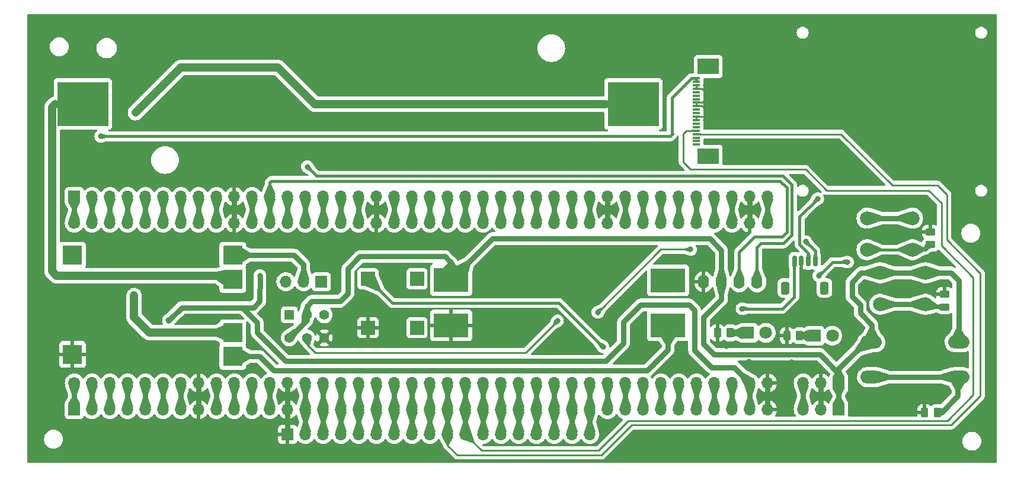
<source format=gtl>
G04 #@! TF.GenerationSoftware,KiCad,Pcbnew,(7.99.0-200-gad838e3d73)*
G04 #@! TF.CreationDate,2024-03-15T16:28:31+07:00*
G04 #@! TF.ProjectId,WMS,574d532e-6b69-4636-9164-5f7063625858,rev?*
G04 #@! TF.SameCoordinates,Original*
G04 #@! TF.FileFunction,Copper,L1,Top*
G04 #@! TF.FilePolarity,Positive*
%FSLAX46Y46*%
G04 Gerber Fmt 4.6, Leading zero omitted, Abs format (unit mm)*
G04 Created by KiCad (PCBNEW (7.99.0-200-gad838e3d73)) date 2024-03-15 16:28:31*
%MOMM*%
%LPD*%
G01*
G04 APERTURE LIST*
G04 Aperture macros list*
%AMRoundRect*
0 Rectangle with rounded corners*
0 $1 Rounding radius*
0 $2 $3 $4 $5 $6 $7 $8 $9 X,Y pos of 4 corners*
0 Add a 4 corners polygon primitive as box body*
4,1,4,$2,$3,$4,$5,$6,$7,$8,$9,$2,$3,0*
0 Add four circle primitives for the rounded corners*
1,1,$1+$1,$2,$3*
1,1,$1+$1,$4,$5*
1,1,$1+$1,$6,$7*
1,1,$1+$1,$8,$9*
0 Add four rect primitives between the rounded corners*
20,1,$1+$1,$2,$3,$4,$5,0*
20,1,$1+$1,$4,$5,$6,$7,0*
20,1,$1+$1,$6,$7,$8,$9,0*
20,1,$1+$1,$8,$9,$2,$3,0*%
G04 Aperture macros list end*
G04 #@! TA.AperFunction,ComponentPad*
%ADD10C,2.000000*%
G04 #@! TD*
G04 #@! TA.AperFunction,ComponentPad*
%ADD11R,1.400000X1.400000*%
G04 #@! TD*
G04 #@! TA.AperFunction,ComponentPad*
%ADD12C,1.400000*%
G04 #@! TD*
G04 #@! TA.AperFunction,SMDPad,CuDef*
%ADD13RoundRect,0.250000X-0.262500X-0.450000X0.262500X-0.450000X0.262500X0.450000X-0.262500X0.450000X0*%
G04 #@! TD*
G04 #@! TA.AperFunction,ComponentPad*
%ADD14R,5.000000X3.500000*%
G04 #@! TD*
G04 #@! TA.AperFunction,SMDPad,CuDef*
%ADD15R,2.000000X2.000000*%
G04 #@! TD*
G04 #@! TA.AperFunction,SMDPad,CuDef*
%ADD16RoundRect,0.250000X0.262500X0.450000X-0.262500X0.450000X-0.262500X-0.450000X0.262500X-0.450000X0*%
G04 #@! TD*
G04 #@! TA.AperFunction,SMDPad,CuDef*
%ADD17R,7.340000X6.350000*%
G04 #@! TD*
G04 #@! TA.AperFunction,ComponentPad*
%ADD18R,1.700000X1.700000*%
G04 #@! TD*
G04 #@! TA.AperFunction,ComponentPad*
%ADD19O,1.700000X1.700000*%
G04 #@! TD*
G04 #@! TA.AperFunction,SMDPad,CuDef*
%ADD20R,1.100000X0.300000*%
G04 #@! TD*
G04 #@! TA.AperFunction,SMDPad,CuDef*
%ADD21R,3.100000X2.300000*%
G04 #@! TD*
G04 #@! TA.AperFunction,ComponentPad*
%ADD22O,1.600000X2.000000*%
G04 #@! TD*
G04 #@! TA.AperFunction,SMDPad,CuDef*
%ADD23RoundRect,0.150000X-0.150000X-0.625000X0.150000X-0.625000X0.150000X0.625000X-0.150000X0.625000X0*%
G04 #@! TD*
G04 #@! TA.AperFunction,SMDPad,CuDef*
%ADD24RoundRect,0.250000X-0.350000X-0.650000X0.350000X-0.650000X0.350000X0.650000X-0.350000X0.650000X0*%
G04 #@! TD*
G04 #@! TA.AperFunction,SMDPad,CuDef*
%ADD25RoundRect,0.250000X0.450000X-0.262500X0.450000X0.262500X-0.450000X0.262500X-0.450000X-0.262500X0*%
G04 #@! TD*
G04 #@! TA.AperFunction,ComponentPad*
%ADD26C,1.700000*%
G04 #@! TD*
G04 #@! TA.AperFunction,ComponentPad*
%ADD27R,1.800000X1.800000*%
G04 #@! TD*
G04 #@! TA.AperFunction,ComponentPad*
%ADD28C,1.800000*%
G04 #@! TD*
G04 #@! TA.AperFunction,ComponentPad*
%ADD29O,3.048000X1.850000*%
G04 #@! TD*
G04 #@! TA.AperFunction,ComponentPad*
%ADD30R,2.800000X2.800000*%
G04 #@! TD*
G04 #@! TA.AperFunction,ViaPad*
%ADD31C,0.800000*%
G04 #@! TD*
G04 #@! TA.AperFunction,Conductor*
%ADD32C,0.400000*%
G04 #@! TD*
G04 #@! TA.AperFunction,Conductor*
%ADD33C,0.800000*%
G04 #@! TD*
G04 #@! TA.AperFunction,Conductor*
%ADD34C,0.250000*%
G04 #@! TD*
G04 #@! TA.AperFunction,Conductor*
%ADD35C,1.200000*%
G04 #@! TD*
G04 APERTURE END LIST*
D10*
X194945000Y-85572600D03*
X188445000Y-85572600D03*
X194945000Y-81072600D03*
X188445000Y-81072600D03*
D11*
X105896399Y-94896399D03*
D12*
X108396400Y-94896400D03*
X110896400Y-94896400D03*
X105896400Y-98196400D03*
X108396400Y-98196400D03*
X110896400Y-98196400D03*
D13*
X176991000Y-97891600D03*
X178816000Y-97891600D03*
D10*
X190299200Y-88895800D03*
X196799200Y-88895800D03*
X190299200Y-93395800D03*
X196799200Y-93395800D03*
D14*
X160019999Y-89965999D03*
X160019999Y-96415999D03*
X129019999Y-96415999D03*
X129019999Y-89915999D03*
D15*
X117149999Y-89743399D03*
X117149999Y-96743399D03*
X124149999Y-96743399D03*
X124149999Y-89743399D03*
D16*
X198497200Y-108864400D03*
X196672200Y-108864400D03*
D17*
X76406999Y-64744599D03*
X155066999Y-64744599D03*
D13*
X167085000Y-97485200D03*
X168910000Y-97485200D03*
D18*
X75183999Y-108457999D03*
D19*
X77723999Y-108457999D03*
X80263999Y-108457999D03*
X82803999Y-108457999D03*
X85343999Y-108457999D03*
X87883999Y-108457999D03*
X90423999Y-108457999D03*
X92963999Y-108457999D03*
X95503999Y-108457999D03*
X98043999Y-108457999D03*
X100583999Y-108457999D03*
X103123999Y-108457999D03*
X105663999Y-108457999D03*
X108203999Y-108457999D03*
X110743999Y-108457999D03*
X113283999Y-108457999D03*
X115823999Y-108457999D03*
X118363999Y-108457999D03*
X120903999Y-108457999D03*
X123443999Y-108457999D03*
X125983999Y-108457999D03*
X128523999Y-108457999D03*
X131063999Y-108457999D03*
X133603999Y-108457999D03*
X136143999Y-108457999D03*
X138683999Y-108457999D03*
X141223999Y-108457999D03*
X143763999Y-108457999D03*
X146303999Y-108457999D03*
X148843999Y-108457999D03*
X151383999Y-108457999D03*
X153923999Y-108457999D03*
X156463999Y-108457999D03*
X159003999Y-108457999D03*
X161543999Y-108457999D03*
X164083999Y-108457999D03*
X166623999Y-108457999D03*
X169163999Y-108457999D03*
X171703999Y-108457999D03*
X174243999Y-108457999D03*
D18*
X110489999Y-90169999D03*
D19*
X107949999Y-90169999D03*
X105409999Y-90169999D03*
D20*
X164058599Y-61046599D03*
X164058599Y-61546599D03*
X164058599Y-62046599D03*
X164058599Y-62546599D03*
X164058599Y-63046599D03*
X164058599Y-63546599D03*
X164058599Y-64046599D03*
X164058599Y-64546599D03*
X164058599Y-65046599D03*
X164058599Y-65546599D03*
X164058599Y-66046599D03*
X164058599Y-66546599D03*
X164058599Y-67046599D03*
X164058599Y-67546599D03*
X164058599Y-68046599D03*
X164058599Y-68546599D03*
X164058599Y-69046599D03*
X164058599Y-69546599D03*
X164058599Y-70046599D03*
X164058599Y-70546599D03*
D21*
X165758599Y-72216599D03*
X165758599Y-59376599D03*
D22*
X165099999Y-90169999D03*
X167639999Y-90169999D03*
X170179999Y-90169999D03*
X172719999Y-90169999D03*
D18*
X184403999Y-108457999D03*
D19*
X181863999Y-108457999D03*
X179323999Y-108457999D03*
D23*
X178072000Y-87184000D03*
X179072000Y-87184000D03*
X180072000Y-87184000D03*
X181072000Y-87184000D03*
D24*
X176772000Y-91059000D03*
X182372000Y-91059000D03*
D25*
X199542400Y-93773000D03*
X199542400Y-91948000D03*
X197510400Y-83036400D03*
X197510400Y-84861400D03*
D26*
X75184000Y-81788000D03*
D19*
X77723999Y-81787999D03*
X80263999Y-81787999D03*
X82803999Y-81787999D03*
X85343999Y-81787999D03*
X87883999Y-81787999D03*
X90423999Y-81787999D03*
X92963999Y-81787999D03*
X95503999Y-81787999D03*
X98043999Y-81787999D03*
X100583999Y-81787999D03*
X103123999Y-81787999D03*
X105663999Y-81787999D03*
X108203999Y-81787999D03*
X110743999Y-81787999D03*
X113283999Y-81787999D03*
X115823999Y-81787999D03*
X118363999Y-81787999D03*
X120903999Y-81787999D03*
X123443999Y-81787999D03*
X125983999Y-81787999D03*
X128523999Y-81787999D03*
X131063999Y-81787999D03*
X133603999Y-81787999D03*
X136143999Y-81787999D03*
X138683999Y-81787999D03*
X141223999Y-81787999D03*
X143763999Y-81787999D03*
X146303999Y-81787999D03*
X148843999Y-81787999D03*
X151383999Y-81787999D03*
X153923999Y-81787999D03*
X156463999Y-81787999D03*
X159003999Y-81787999D03*
X161543999Y-81787999D03*
X164083999Y-81787999D03*
X166623999Y-81787999D03*
X169163999Y-81787999D03*
X171703999Y-81787999D03*
X174243999Y-81787999D03*
X174243999Y-104647999D03*
X171703999Y-104647999D03*
X169163999Y-104647999D03*
X166623999Y-104647999D03*
X164083999Y-104647999D03*
X161543999Y-104647999D03*
X159003999Y-104647999D03*
X156463999Y-104647999D03*
X153923999Y-104647999D03*
X151383999Y-104647999D03*
X148843999Y-104647999D03*
X146303999Y-104647999D03*
X143763999Y-104647999D03*
X141223999Y-104647999D03*
X138683999Y-104647999D03*
X136143999Y-104647999D03*
X133603999Y-104647999D03*
X131063999Y-104647999D03*
X128523999Y-104647999D03*
X125983999Y-104647999D03*
X123443999Y-104647999D03*
X120903999Y-104647999D03*
X118363999Y-104647999D03*
X115823999Y-104647999D03*
X113283999Y-104647999D03*
X110743999Y-104647999D03*
X108203999Y-104647999D03*
X105663999Y-104647999D03*
X103123999Y-104647999D03*
X100583999Y-104647999D03*
X98043999Y-104647999D03*
X95503999Y-104647999D03*
X92963999Y-104647999D03*
X90423999Y-104647999D03*
X87883999Y-104647999D03*
X85343999Y-104647999D03*
X82803999Y-104647999D03*
X80263999Y-104647999D03*
X77723999Y-104647999D03*
D26*
X75184000Y-104648000D03*
D19*
X179323999Y-104647999D03*
X181863999Y-104647999D03*
D18*
X184403999Y-104647999D03*
D27*
X180944599Y-97891599D03*
D28*
X183484600Y-97891600D03*
D27*
X171449999Y-97485199D03*
D28*
X173990000Y-97485200D03*
D29*
X189048999Y-98809799D03*
X201548999Y-98809799D03*
X189048999Y-103809799D03*
X201548999Y-103809799D03*
D18*
X105663999Y-112013999D03*
D19*
X108203999Y-112013999D03*
X110743999Y-112013999D03*
X113283999Y-112013999D03*
X115823999Y-112013999D03*
X118363999Y-112013999D03*
X120903999Y-112013999D03*
X123443999Y-112013999D03*
X125983999Y-112013999D03*
X128523999Y-112013999D03*
X131063999Y-112013999D03*
X133603999Y-112013999D03*
X136143999Y-112013999D03*
X138683999Y-112013999D03*
X141223999Y-112013999D03*
X143763999Y-112013999D03*
X146303999Y-112013999D03*
X148843999Y-112013999D03*
D30*
X74929999Y-86359999D03*
X74929999Y-100559999D03*
X97829999Y-86359999D03*
X97829999Y-100859999D03*
X97829999Y-89859999D03*
X97829999Y-97459999D03*
D18*
X75183999Y-77977999D03*
D19*
X77723999Y-77977999D03*
X80263999Y-77977999D03*
X82803999Y-77977999D03*
X85343999Y-77977999D03*
X87883999Y-77977999D03*
X90423999Y-77977999D03*
X92963999Y-77977999D03*
X95503999Y-77977999D03*
X98043999Y-77977999D03*
X100583999Y-77977999D03*
X103123999Y-77977999D03*
X105663999Y-77977999D03*
X108203999Y-77977999D03*
X110743999Y-77977999D03*
X113283999Y-77977999D03*
X115823999Y-77977999D03*
X118363999Y-77977999D03*
X120903999Y-77977999D03*
X123443999Y-77977999D03*
X125983999Y-77977999D03*
X128523999Y-77977999D03*
X131063999Y-77977999D03*
X133603999Y-77977999D03*
X136143999Y-77977999D03*
X138683999Y-77977999D03*
X141223999Y-77977999D03*
X143763999Y-77977999D03*
X146303999Y-77977999D03*
X148843999Y-77977999D03*
X151383999Y-77977999D03*
X153923999Y-77977999D03*
X156463999Y-77977999D03*
X159003999Y-77977999D03*
X161543999Y-77977999D03*
X164083999Y-77977999D03*
X166623999Y-77977999D03*
X169163999Y-77977999D03*
X171703999Y-77977999D03*
X174243999Y-77977999D03*
D31*
X171602400Y-101625400D03*
X199059800Y-86995000D03*
X151434800Y-110998000D03*
X186893200Y-75107800D03*
X100482400Y-98780600D03*
X120319800Y-58496200D03*
X93497400Y-95250000D03*
X186131200Y-102870000D03*
X179019200Y-78968600D03*
X77673200Y-92862400D03*
X161950400Y-99669600D03*
X168351200Y-99364800D03*
X197866000Y-80086200D03*
X105587800Y-58318400D03*
X173075600Y-71424800D03*
X177723800Y-101650800D03*
X183870600Y-81711800D03*
X155651200Y-96875600D03*
X153644600Y-101422200D03*
X108483400Y-73710800D03*
X150723600Y-99466400D03*
X88646000Y-95656400D03*
X101701600Y-89281000D03*
X181406800Y-78282800D03*
X179705000Y-84429600D03*
X149987000Y-94538800D03*
X163245800Y-85547200D03*
X144221200Y-95758000D03*
X181559200Y-89306400D03*
X185648600Y-87350600D03*
X83921600Y-65938400D03*
X83718400Y-92151200D03*
X78968600Y-69367400D03*
X170586400Y-94030800D03*
D32*
X199542400Y-93773000D02*
X197176400Y-93773000D01*
X197176400Y-93773000D02*
X196799200Y-93395800D01*
D33*
X190299200Y-88895800D02*
X196799200Y-88895800D01*
X187608600Y-88895800D02*
X190299200Y-88895800D01*
X186283600Y-90220800D02*
X187608600Y-88895800D01*
X187477400Y-94665800D02*
X187477400Y-93446600D01*
X189128400Y-98730400D02*
X189128400Y-96316800D01*
X189128400Y-96316800D02*
X187477400Y-94665800D01*
X187477400Y-93446600D02*
X186283600Y-92252800D01*
X186283600Y-92252800D02*
X186283600Y-90220800D01*
X189049000Y-98809800D02*
X189128400Y-98730400D01*
D32*
X196799200Y-85572600D02*
X197510400Y-84861400D01*
X194945000Y-85572600D02*
X196799200Y-85572600D01*
X188445000Y-85572600D02*
X194945000Y-85572600D01*
D33*
X188445000Y-81072600D02*
X194945000Y-81072600D01*
X201523600Y-89966800D02*
X201523600Y-98784400D01*
X200452600Y-88895800D02*
X201523600Y-89966800D01*
X201523600Y-98784400D02*
X201549000Y-98809800D01*
X196799200Y-88895800D02*
X200452600Y-88895800D01*
X196799200Y-93395800D02*
X190299200Y-93395800D01*
X201549000Y-103809800D02*
X189049000Y-103809800D01*
X201422000Y-103936800D02*
X201549000Y-103809800D01*
X199085200Y-108864400D02*
X201422000Y-106527600D01*
X198497200Y-108864400D02*
X199085200Y-108864400D01*
X201422000Y-106527600D02*
X201422000Y-103936800D01*
X184404000Y-102641400D02*
X188235600Y-98809800D01*
X184404000Y-104648000D02*
X184404000Y-102641400D01*
X188235600Y-98809800D02*
X189049000Y-98809800D01*
X171704000Y-77978000D02*
X171704000Y-81788000D01*
X118364000Y-77978000D02*
X118364000Y-81788000D01*
D34*
X165176200Y-64262000D02*
X164891600Y-64546600D01*
X164058600Y-66546600D02*
X164058600Y-67046600D01*
X165023800Y-66548000D02*
X164060000Y-66548000D01*
X164058600Y-62046600D02*
X164058600Y-62546600D01*
X164058600Y-65046600D02*
X164868600Y-65046600D01*
D33*
X98044000Y-77978000D02*
X98044000Y-81788000D01*
X105664000Y-108458000D02*
X105664000Y-112014000D01*
D34*
X164868600Y-65046600D02*
X165201600Y-65379600D01*
D33*
X174244000Y-104648000D02*
X174244000Y-108458000D01*
D34*
X164891600Y-64546600D02*
X164058600Y-64546600D01*
D33*
X181864000Y-104648000D02*
X181864000Y-108458000D01*
D34*
X165201600Y-66370200D02*
X165023800Y-66548000D01*
X164060000Y-66548000D02*
X164058600Y-66546600D01*
X164058600Y-64546600D02*
X164058600Y-65046600D01*
D33*
X151384000Y-77978000D02*
X151384000Y-81788000D01*
D34*
X165201600Y-65379600D02*
X165201600Y-66370200D01*
X165176200Y-62865000D02*
X165176200Y-64262000D01*
X164857800Y-62546600D02*
X165176200Y-62865000D01*
X164058600Y-62546600D02*
X164857800Y-62546600D01*
D33*
X92964000Y-104648000D02*
X92964000Y-108458000D01*
X105664000Y-104648000D02*
X105664000Y-108458000D01*
X167640000Y-85648800D02*
X167640000Y-90170000D01*
X108396400Y-94896400D02*
X108396400Y-93686000D01*
X114274600Y-91821000D02*
X114274600Y-88290400D01*
X128168400Y-86563200D02*
X129020000Y-87414800D01*
X129020000Y-89916000D02*
X134963600Y-83972400D01*
X134963600Y-83972400D02*
X165963600Y-83972400D01*
X116001800Y-86563200D02*
X128168400Y-86563200D01*
X166598600Y-100558600D02*
X165100000Y-99060000D01*
X108396400Y-94896400D02*
X108396400Y-95696400D01*
X109118400Y-92964000D02*
X113131600Y-92964000D01*
X184404000Y-104648000D02*
X184404000Y-103251000D01*
X114274600Y-88290400D02*
X116001800Y-86563200D01*
X167640000Y-92710000D02*
X167640000Y-90170000D01*
X108396400Y-95696400D02*
X105896400Y-98196400D01*
X165963600Y-83972400D02*
X167640000Y-85648800D01*
X129020000Y-87414800D02*
X129020000Y-89916000D01*
X108396400Y-93686000D02*
X109118400Y-92964000D01*
X184404000Y-104648000D02*
X184404000Y-108458000D01*
X113131600Y-92964000D02*
X114274600Y-91821000D01*
X181711600Y-100558600D02*
X166598600Y-100558600D01*
X165100000Y-99060000D02*
X165100000Y-95250000D01*
X184404000Y-103251000D02*
X181711600Y-100558600D01*
X165100000Y-95250000D02*
X167640000Y-92710000D01*
D32*
X103352600Y-75742800D02*
X103124000Y-75971400D01*
X170180000Y-85902800D02*
X172364400Y-83718400D01*
X176987200Y-83032600D02*
X176987200Y-76733400D01*
X175996600Y-75742800D02*
X103352600Y-75742800D01*
X170180000Y-90170000D02*
X170180000Y-85902800D01*
X176301400Y-83718400D02*
X176987200Y-83032600D01*
X172364400Y-83718400D02*
X176301400Y-83718400D01*
X103124000Y-75971400D02*
X103124000Y-77978000D01*
X176987200Y-76733400D02*
X175996600Y-75742800D01*
D33*
X103124000Y-77978000D02*
X103124000Y-81788000D01*
D32*
X173253400Y-84683600D02*
X176504600Y-84683600D01*
X172720000Y-85217000D02*
X173253400Y-84683600D01*
X109804200Y-75031600D02*
X108483400Y-73710800D01*
X177723800Y-83464400D02*
X177723800Y-76301600D01*
D33*
X105664000Y-77978000D02*
X105664000Y-81788000D01*
D32*
X177723800Y-76301600D02*
X176453800Y-75031600D01*
X172720000Y-90170000D02*
X172720000Y-85217000D01*
X176504600Y-84683600D02*
X177723800Y-83464400D01*
X176453800Y-75031600D02*
X109804200Y-75031600D01*
X144373600Y-93192600D02*
X120599200Y-93192600D01*
X120599200Y-93192600D02*
X117150000Y-89743400D01*
D33*
X151384000Y-104648000D02*
X151384000Y-108458000D01*
D32*
X150647400Y-99466400D02*
X144373600Y-93192600D01*
X150723600Y-99466400D02*
X150647400Y-99466400D01*
D33*
X178816000Y-97891600D02*
X180944600Y-97891600D01*
X156464000Y-77978000D02*
X156464000Y-81788000D01*
X168910000Y-97485200D02*
X171450000Y-97485200D01*
X161544000Y-77978000D02*
X161544000Y-81788000D01*
X75184000Y-77978000D02*
X75184000Y-81788000D01*
X77724000Y-77978000D02*
X77724000Y-81788000D01*
X80264000Y-77978000D02*
X80264000Y-81788000D01*
X82804000Y-77978000D02*
X82804000Y-81788000D01*
X85344000Y-77978000D02*
X85344000Y-81788000D01*
X87884000Y-77978000D02*
X87884000Y-81788000D01*
X90424000Y-77978000D02*
X90424000Y-81788000D01*
X92964000Y-77978000D02*
X92964000Y-81788000D01*
X95504000Y-77978000D02*
X95504000Y-81788000D01*
X163042600Y-93472000D02*
X156108400Y-93472000D01*
X88646000Y-95656400D02*
X88646000Y-95732600D01*
X100787200Y-93853000D02*
X101676200Y-92964000D01*
X166243000Y-102412800D02*
X163804600Y-99974400D01*
X169468800Y-102412800D02*
X166243000Y-102412800D01*
X101320600Y-95986600D02*
X99187000Y-93853000D01*
X101676200Y-92964000D02*
X101701600Y-89281000D01*
X171704000Y-104648000D02*
X171704000Y-108458000D01*
X153644600Y-95935800D02*
X153644600Y-98983800D01*
X99187000Y-93853000D02*
X90525600Y-93853000D01*
X151079200Y-101549200D02*
X105410000Y-101549200D01*
X101320600Y-97459800D02*
X101320600Y-95986600D01*
X105410000Y-101549200D02*
X101320600Y-97459800D01*
X95504000Y-104648000D02*
X95504000Y-108458000D01*
X88722200Y-95656400D02*
X88646000Y-95656400D01*
X90525600Y-93853000D02*
X88722200Y-95656400D01*
X156108400Y-93472000D02*
X153644600Y-95935800D01*
X171704000Y-104648000D02*
X169468800Y-102412800D01*
X88646000Y-95732600D02*
X88798400Y-95580200D01*
X163804600Y-94234000D02*
X163042600Y-93472000D01*
X99187000Y-93853000D02*
X100787200Y-93853000D01*
X163804600Y-99974400D02*
X163804600Y-94234000D01*
X153644600Y-98983800D02*
X151079200Y-101549200D01*
X100584000Y-77978000D02*
X100584000Y-81788000D01*
X108204000Y-77978000D02*
X108204000Y-81788000D01*
X110744000Y-77978000D02*
X110744000Y-81788000D01*
X113284000Y-77978000D02*
X113284000Y-81788000D01*
X115824000Y-77978000D02*
X115824000Y-81788000D01*
D32*
X178808000Y-80881600D02*
X181406800Y-78282800D01*
D33*
X120904000Y-77978000D02*
X120904000Y-81788000D01*
D32*
X180072000Y-87184000D02*
X180072000Y-86066600D01*
X178808000Y-84802600D02*
X178808000Y-80881600D01*
X180072000Y-86066600D02*
X178808000Y-84802600D01*
D33*
X123444000Y-77978000D02*
X123444000Y-81788000D01*
X125984000Y-77978000D02*
X125984000Y-81788000D01*
X128524000Y-77978000D02*
X128524000Y-81788000D01*
X131064000Y-77978000D02*
X131064000Y-81788000D01*
X133604000Y-77978000D02*
X133604000Y-81788000D01*
X136144000Y-77978000D02*
X136144000Y-81788000D01*
X138684000Y-77978000D02*
X138684000Y-81788000D01*
X141224000Y-77978000D02*
X141224000Y-81788000D01*
X143764000Y-77978000D02*
X143764000Y-81788000D01*
X146304000Y-77978000D02*
X146304000Y-81788000D01*
X148844000Y-77978000D02*
X148844000Y-81788000D01*
X153924000Y-77978000D02*
X153924000Y-81788000D01*
D32*
X181072000Y-85796600D02*
X181072000Y-87184000D01*
X179705000Y-84429600D02*
X181072000Y-85796600D01*
D33*
X159004000Y-77978000D02*
X159004000Y-81788000D01*
D34*
X109575600Y-100304600D02*
X139674600Y-100304600D01*
X158978600Y-85547200D02*
X149987000Y-94538800D01*
D33*
X164084000Y-77978000D02*
X164084000Y-81788000D01*
D34*
X163245800Y-85547200D02*
X158978600Y-85547200D01*
X139674600Y-100304600D02*
X144221200Y-95758000D01*
X108396400Y-99125400D02*
X109575600Y-100304600D01*
X108396400Y-98196400D02*
X108396400Y-99125400D01*
D32*
X183515000Y-87350600D02*
X185648600Y-87350600D01*
D33*
X166624000Y-77978000D02*
X166624000Y-81788000D01*
D32*
X181559200Y-89306400D02*
X183515000Y-87350600D01*
D33*
X169164000Y-77978000D02*
X169164000Y-81788000D01*
X174244000Y-77978000D02*
X174244000Y-81788000D01*
X75184000Y-104648000D02*
X75184000Y-108458000D01*
X77724000Y-104648000D02*
X77724000Y-108458000D01*
X80264000Y-104648000D02*
X80264000Y-108458000D01*
X82804000Y-104648000D02*
X82804000Y-108458000D01*
X85344000Y-108458000D02*
X85344000Y-104648000D01*
X87884000Y-104648000D02*
X87884000Y-108458000D01*
X90424000Y-104648000D02*
X90424000Y-108458000D01*
X98044000Y-104648000D02*
X98044000Y-108458000D01*
X100584000Y-104648000D02*
X100584000Y-108458000D01*
X103124000Y-104648000D02*
X103124000Y-108458000D01*
X108204000Y-104648000D02*
X108204000Y-108458000D01*
X108204000Y-108458000D02*
X108204000Y-112014000D01*
X110744000Y-108458000D02*
X110744000Y-112014000D01*
X110744000Y-104648000D02*
X110744000Y-108458000D01*
X113284000Y-112014000D02*
X113284000Y-108458000D01*
X113284000Y-108458000D02*
X113284000Y-104648000D01*
X115824000Y-104648000D02*
X115824000Y-108458000D01*
X115824000Y-108458000D02*
X115824000Y-112014000D01*
X118364000Y-112014000D02*
X118364000Y-108458000D01*
X118364000Y-108458000D02*
X118364000Y-104648000D01*
X120904000Y-104648000D02*
X120904000Y-108458000D01*
X120904000Y-108458000D02*
X120904000Y-112014000D01*
X123444000Y-108458000D02*
X123444000Y-104648000D01*
X123444000Y-112014000D02*
X123444000Y-108458000D01*
X125984000Y-108458000D02*
X125984000Y-112014000D01*
X125984000Y-104648000D02*
X125984000Y-108458000D01*
D34*
X128524000Y-113588800D02*
X129895600Y-114960400D01*
X184743600Y-69046600D02*
X164058600Y-69046600D01*
X150520400Y-114960400D02*
X154813000Y-110667800D01*
X154813000Y-110667800D02*
X200482200Y-110667800D01*
D33*
X128524000Y-112014000D02*
X128524000Y-108458000D01*
D34*
X199872600Y-77698600D02*
X198526400Y-76352400D01*
X204647800Y-88950800D02*
X199872600Y-84175600D01*
X199872600Y-84175600D02*
X199872600Y-77698600D01*
X129895600Y-114960400D02*
X150520400Y-114960400D01*
X204647800Y-106502200D02*
X204647800Y-88950800D01*
D33*
X128524000Y-108458000D02*
X128524000Y-104648000D01*
D34*
X200482200Y-110667800D02*
X204647800Y-106502200D01*
X192049400Y-76352400D02*
X184743600Y-69046600D01*
X128524000Y-112014000D02*
X128524000Y-113588800D01*
X198526400Y-76352400D02*
X192049400Y-76352400D01*
X199085200Y-78892400D02*
X199085200Y-85039200D01*
X199923400Y-110083600D02*
X154305000Y-110083600D01*
X163245800Y-74117200D02*
X179679600Y-74117200D01*
X164058600Y-68546600D02*
X162618800Y-68546600D01*
X154305000Y-110083600D02*
X150063200Y-114325400D01*
X150063200Y-114325400D02*
X133375400Y-114325400D01*
X133375400Y-114325400D02*
X131064000Y-112014000D01*
D33*
X131064000Y-104648000D02*
X131064000Y-108458000D01*
X131064000Y-108458000D02*
X131064000Y-112014000D01*
D34*
X182651400Y-77089000D02*
X197281800Y-77089000D01*
X162179000Y-73050400D02*
X163245800Y-74117200D01*
X203631800Y-89585800D02*
X203631800Y-106375200D01*
X203631800Y-106375200D02*
X199923400Y-110083600D01*
X162179000Y-68986400D02*
X162179000Y-73050400D01*
X197281800Y-77089000D02*
X199085200Y-78892400D01*
X162618800Y-68546600D02*
X162179000Y-68986400D01*
X199085200Y-85039200D02*
X203631800Y-89585800D01*
X179679600Y-74117200D02*
X182651400Y-77089000D01*
D33*
X133604000Y-108458000D02*
X133604000Y-104648000D01*
X133604000Y-112014000D02*
X133604000Y-108458000D01*
X136144000Y-108458000D02*
X136144000Y-112014000D01*
X136144000Y-104648000D02*
X136144000Y-108458000D01*
X138684000Y-108458000D02*
X138684000Y-104648000D01*
X138684000Y-112014000D02*
X138684000Y-108458000D01*
X141224000Y-104648000D02*
X141224000Y-108458000D01*
X141224000Y-108458000D02*
X141224000Y-112014000D01*
X143764000Y-108458000D02*
X143764000Y-104648000D01*
X143764000Y-112014000D02*
X143764000Y-108458000D01*
X146304000Y-108458000D02*
X146304000Y-112014000D01*
X146304000Y-104648000D02*
X146304000Y-108458000D01*
X148844000Y-112014000D02*
X148844000Y-108458000D01*
X148844000Y-108458000D02*
X148844000Y-104648000D01*
X153924000Y-108458000D02*
X153924000Y-104648000D01*
X156464000Y-104648000D02*
X156464000Y-108458000D01*
X159004000Y-104648000D02*
X159004000Y-108458000D01*
X161544000Y-104648000D02*
X161544000Y-108458000D01*
X164084000Y-104648000D02*
X164084000Y-108458000D01*
X166624000Y-104648000D02*
X166624000Y-108458000D01*
X169164000Y-104648000D02*
X169164000Y-108458000D01*
X179324000Y-104648000D02*
X179324000Y-108458000D01*
D35*
X97276400Y-89306400D02*
X97830000Y-89860000D01*
X72430000Y-64770000D02*
X72009000Y-65191000D01*
X72009000Y-65191000D02*
X72009000Y-88671400D01*
X72644000Y-89306400D02*
X97276400Y-89306400D01*
X72009000Y-88671400D02*
X72644000Y-89306400D01*
X97804400Y-97434400D02*
X97830000Y-97460000D01*
X104317800Y-59537600D02*
X90373200Y-59537600D01*
X83921600Y-65938400D02*
X83921600Y-65989200D01*
X87376000Y-97459800D02*
X87401400Y-97434400D01*
X83921600Y-65989200D02*
X83997800Y-65913000D01*
X109550200Y-64770000D02*
X104317800Y-59537600D01*
X90373200Y-59537600D02*
X83972400Y-65938400D01*
X83718400Y-95250000D02*
X85928200Y-97459800D01*
X83718400Y-92151200D02*
X83718400Y-95250000D01*
X151090000Y-64770000D02*
X109550200Y-64770000D01*
X85928200Y-97459800D02*
X87376000Y-97459800D01*
X87401400Y-97434400D02*
X97804400Y-97434400D01*
X83972400Y-65938400D02*
X83921600Y-65938400D01*
D32*
X160705800Y-68961000D02*
X160553400Y-68808600D01*
X160553400Y-63855600D02*
X163362400Y-61046600D01*
X164058600Y-61046600D02*
X164058600Y-61496600D01*
X78968600Y-69367400D02*
X160299400Y-69367400D01*
X163362400Y-61046600D02*
X164058600Y-61046600D01*
X160553400Y-68808600D02*
X160553400Y-63855600D01*
X160299400Y-69367400D02*
X160705800Y-68961000D01*
X178054000Y-87202000D02*
X178054000Y-92329000D01*
X178072000Y-87184000D02*
X178054000Y-87202000D01*
X178054000Y-92329000D02*
X176352200Y-94030800D01*
X176352200Y-94030800D02*
X170586400Y-94030800D01*
D33*
X97830000Y-86360000D02*
X106603800Y-86360000D01*
X106603800Y-86360000D02*
X107950000Y-87706200D01*
X107950000Y-87706200D02*
X107950000Y-90170000D01*
X97830000Y-100860000D02*
X101672800Y-100860000D01*
X156997400Y-102895400D02*
X160020000Y-99872800D01*
X160020000Y-99872800D02*
X160020000Y-96416000D01*
X101672800Y-100860000D02*
X103708200Y-102895400D01*
X103708200Y-102895400D02*
X156997400Y-102895400D01*
G04 #@! TA.AperFunction,Conductor*
G36*
X152711257Y-109104976D02*
G01*
X152755575Y-109143842D01*
X152882395Y-109324961D01*
X152882401Y-109324968D01*
X152885505Y-109329401D01*
X153052599Y-109496495D01*
X153057031Y-109499598D01*
X153057033Y-109499600D01*
X153201260Y-109600589D01*
X153246170Y-109632035D01*
X153460337Y-109731903D01*
X153498763Y-109742199D01*
X153554352Y-109774292D01*
X153586447Y-109829879D01*
X153586447Y-109894067D01*
X153554353Y-109949655D01*
X149840428Y-113663581D01*
X149800200Y-113690461D01*
X149752747Y-113699900D01*
X133685853Y-113699900D01*
X133638400Y-113690461D01*
X133598172Y-113663581D01*
X133515459Y-113580868D01*
X133485209Y-113531505D01*
X133480667Y-113473789D01*
X133502822Y-113420302D01*
X133546845Y-113382702D01*
X133601928Y-113369477D01*
X133604000Y-113369659D01*
X133839408Y-113349063D01*
X134067663Y-113287903D01*
X134281830Y-113188035D01*
X134475401Y-113052495D01*
X134642495Y-112885401D01*
X134772426Y-112699841D01*
X134816743Y-112660976D01*
X134874000Y-112646965D01*
X134931257Y-112660976D01*
X134975575Y-112699842D01*
X135102395Y-112880961D01*
X135102401Y-112880968D01*
X135105505Y-112885401D01*
X135272599Y-113052495D01*
X135466170Y-113188035D01*
X135471070Y-113190320D01*
X135471072Y-113190321D01*
X135511595Y-113209217D01*
X135680337Y-113287903D01*
X135908592Y-113349063D01*
X136144000Y-113369659D01*
X136379408Y-113349063D01*
X136607663Y-113287903D01*
X136821830Y-113188035D01*
X137015401Y-113052495D01*
X137182495Y-112885401D01*
X137312426Y-112699841D01*
X137356743Y-112660976D01*
X137414000Y-112646965D01*
X137471257Y-112660976D01*
X137515575Y-112699842D01*
X137642395Y-112880961D01*
X137642401Y-112880968D01*
X137645505Y-112885401D01*
X137812599Y-113052495D01*
X138006170Y-113188035D01*
X138011070Y-113190320D01*
X138011072Y-113190321D01*
X138051595Y-113209217D01*
X138220337Y-113287903D01*
X138448592Y-113349063D01*
X138684000Y-113369659D01*
X138919408Y-113349063D01*
X139147663Y-113287903D01*
X139361830Y-113188035D01*
X139555401Y-113052495D01*
X139722495Y-112885401D01*
X139852426Y-112699841D01*
X139896743Y-112660976D01*
X139954000Y-112646965D01*
X140011257Y-112660976D01*
X140055575Y-112699842D01*
X140182395Y-112880961D01*
X140182401Y-112880968D01*
X140185505Y-112885401D01*
X140352599Y-113052495D01*
X140546170Y-113188035D01*
X140551070Y-113190320D01*
X140551072Y-113190321D01*
X140591595Y-113209217D01*
X140760337Y-113287903D01*
X140988592Y-113349063D01*
X141224000Y-113369659D01*
X141459408Y-113349063D01*
X141687663Y-113287903D01*
X141901830Y-113188035D01*
X142095401Y-113052495D01*
X142262495Y-112885401D01*
X142392426Y-112699841D01*
X142436743Y-112660976D01*
X142494000Y-112646965D01*
X142551257Y-112660976D01*
X142595575Y-112699842D01*
X142722395Y-112880961D01*
X142722401Y-112880968D01*
X142725505Y-112885401D01*
X142892599Y-113052495D01*
X143086170Y-113188035D01*
X143091070Y-113190320D01*
X143091072Y-113190321D01*
X143131595Y-113209217D01*
X143300337Y-113287903D01*
X143528592Y-113349063D01*
X143764000Y-113369659D01*
X143999408Y-113349063D01*
X144227663Y-113287903D01*
X144441830Y-113188035D01*
X144635401Y-113052495D01*
X144802495Y-112885401D01*
X144932426Y-112699841D01*
X144976743Y-112660976D01*
X145034000Y-112646965D01*
X145091257Y-112660976D01*
X145135575Y-112699842D01*
X145262395Y-112880961D01*
X145262401Y-112880968D01*
X145265505Y-112885401D01*
X145432599Y-113052495D01*
X145626170Y-113188035D01*
X145631070Y-113190320D01*
X145631072Y-113190321D01*
X145671595Y-113209217D01*
X145840337Y-113287903D01*
X146068592Y-113349063D01*
X146304000Y-113369659D01*
X146539408Y-113349063D01*
X146767663Y-113287903D01*
X146981830Y-113188035D01*
X147175401Y-113052495D01*
X147342495Y-112885401D01*
X147472426Y-112699841D01*
X147516743Y-112660976D01*
X147574000Y-112646965D01*
X147631257Y-112660976D01*
X147675575Y-112699842D01*
X147802395Y-112880961D01*
X147802401Y-112880968D01*
X147805505Y-112885401D01*
X147972599Y-113052495D01*
X148166170Y-113188035D01*
X148171070Y-113190320D01*
X148171072Y-113190321D01*
X148211595Y-113209217D01*
X148380337Y-113287903D01*
X148608592Y-113349063D01*
X148844000Y-113369659D01*
X149079408Y-113349063D01*
X149307663Y-113287903D01*
X149521830Y-113188035D01*
X149715401Y-113052495D01*
X149882495Y-112885401D01*
X150018035Y-112691830D01*
X150117903Y-112477663D01*
X150179063Y-112249408D01*
X150199659Y-112014000D01*
X150179063Y-111778592D01*
X150117903Y-111550337D01*
X150115617Y-111545435D01*
X150113763Y-111540340D01*
X150113828Y-111540316D01*
X150109123Y-111527614D01*
X149756496Y-110269462D01*
X149756496Y-110202534D01*
X150028926Y-109230520D01*
X150065340Y-109171847D01*
X150127492Y-109141748D01*
X150196105Y-109149561D01*
X150249899Y-109192862D01*
X150342399Y-109324966D01*
X150342402Y-109324970D01*
X150345505Y-109329401D01*
X150512599Y-109496495D01*
X150517031Y-109499598D01*
X150517033Y-109499600D01*
X150661260Y-109600589D01*
X150706170Y-109632035D01*
X150920337Y-109731903D01*
X151148592Y-109793063D01*
X151384000Y-109813659D01*
X151619408Y-109793063D01*
X151847663Y-109731903D01*
X152061830Y-109632035D01*
X152255401Y-109496495D01*
X152422495Y-109329401D01*
X152466463Y-109266609D01*
X152552425Y-109143842D01*
X152596743Y-109104976D01*
X152654000Y-109090965D01*
X152711257Y-109104976D01*
G37*
G04 #@! TD.AperFunction*
G04 #@! TA.AperFunction,Conductor*
G36*
X188222564Y-89802334D02*
G01*
X189725035Y-90289013D01*
X189750474Y-90297253D01*
X189771973Y-90302062D01*
X189785139Y-90305782D01*
X189929586Y-90355371D01*
X190174865Y-90396300D01*
X190418401Y-90396300D01*
X190423535Y-90396300D01*
X190668814Y-90355371D01*
X190813261Y-90305781D01*
X190826423Y-90302062D01*
X190847925Y-90297253D01*
X192375835Y-89802334D01*
X192414047Y-89796300D01*
X194684353Y-89796300D01*
X194722564Y-89802334D01*
X196225035Y-90289013D01*
X196250474Y-90297253D01*
X196271973Y-90302062D01*
X196285139Y-90305782D01*
X196429586Y-90355371D01*
X196674865Y-90396300D01*
X196918401Y-90396300D01*
X196923535Y-90396300D01*
X197168814Y-90355371D01*
X197313261Y-90305781D01*
X197326423Y-90302062D01*
X197347925Y-90297253D01*
X198875835Y-89802334D01*
X198914047Y-89796300D01*
X200028239Y-89796300D01*
X200075692Y-89805739D01*
X200115920Y-89832619D01*
X200586781Y-90303481D01*
X200613661Y-90343709D01*
X200623100Y-90391162D01*
X200623100Y-90971150D01*
X200606033Y-91033929D01*
X200559532Y-91079427D01*
X200496395Y-91095120D01*
X200434003Y-91076689D01*
X200317666Y-91004932D01*
X200304667Y-90998870D01*
X200151525Y-90948124D01*
X200138358Y-90945305D01*
X200045509Y-90935819D01*
X200039232Y-90935500D01*
X199808726Y-90935500D01*
X199795850Y-90938950D01*
X199792400Y-90951826D01*
X199792400Y-92074000D01*
X199775787Y-92136000D01*
X199730400Y-92181387D01*
X199668400Y-92198000D01*
X198358727Y-92198000D01*
X198345851Y-92201450D01*
X198342401Y-92214326D01*
X198342401Y-92257329D01*
X198342721Y-92263611D01*
X198352205Y-92356459D01*
X198355023Y-92369622D01*
X198369387Y-92412969D01*
X198373593Y-92474634D01*
X198347509Y-92530669D01*
X198297616Y-92567151D01*
X198236310Y-92575017D01*
X198178824Y-92552312D01*
X197836911Y-92304044D01*
X197825790Y-92294939D01*
X197822413Y-92291831D01*
X197818944Y-92288062D01*
X197674919Y-92175963D01*
X197626759Y-92138478D01*
X197626757Y-92138476D01*
X197622709Y-92135326D01*
X197618197Y-92132884D01*
X197408516Y-92019410D01*
X197408510Y-92019407D01*
X197404010Y-92016972D01*
X197399169Y-92015310D01*
X197399162Y-92015307D01*
X197173665Y-91937894D01*
X197173661Y-91937893D01*
X197168814Y-91936229D01*
X197159968Y-91934752D01*
X196928598Y-91896144D01*
X196928587Y-91896143D01*
X196923535Y-91895300D01*
X196674865Y-91895300D01*
X196669813Y-91896143D01*
X196669801Y-91896144D01*
X196434640Y-91935385D01*
X196434632Y-91935386D01*
X196429586Y-91936229D01*
X196424746Y-91937890D01*
X196424740Y-91937892D01*
X196285154Y-91985811D01*
X196271970Y-91989536D01*
X196253298Y-91993713D01*
X196253269Y-91993720D01*
X196250475Y-91994346D01*
X196247752Y-91995227D01*
X196247730Y-91995234D01*
X194722564Y-92489266D01*
X194684353Y-92495300D01*
X192414049Y-92495300D01*
X192375837Y-92489266D01*
X192001795Y-92368106D01*
X192001795Y-92368105D01*
X192001792Y-92368105D01*
X190850667Y-91995234D01*
X190850656Y-91995231D01*
X190847924Y-91994346D01*
X190845126Y-91993720D01*
X190845093Y-91993711D01*
X190826424Y-91989535D01*
X190813235Y-91985808D01*
X190673669Y-91937895D01*
X190673661Y-91937892D01*
X190668814Y-91936229D01*
X190659968Y-91934752D01*
X190428598Y-91896144D01*
X190428587Y-91896143D01*
X190423535Y-91895300D01*
X190174865Y-91895300D01*
X190169813Y-91896143D01*
X190169801Y-91896144D01*
X189934643Y-91935385D01*
X189934641Y-91935385D01*
X189929586Y-91936229D01*
X189924741Y-91937892D01*
X189924734Y-91937894D01*
X189699237Y-92015307D01*
X189699226Y-92015311D01*
X189694390Y-92016972D01*
X189689893Y-92019405D01*
X189689883Y-92019410D01*
X189480202Y-92132884D01*
X189480195Y-92132888D01*
X189475691Y-92135326D01*
X189471648Y-92138472D01*
X189471640Y-92138478D01*
X189283504Y-92284911D01*
X189279456Y-92288062D01*
X189275993Y-92291823D01*
X189275984Y-92291832D01*
X189114511Y-92467239D01*
X189114505Y-92467246D01*
X189111036Y-92471015D01*
X189108231Y-92475306D01*
X189108228Y-92475312D01*
X188977831Y-92674899D01*
X188977824Y-92674911D01*
X188975027Y-92679193D01*
X188972972Y-92683877D01*
X188972966Y-92683889D01*
X188881565Y-92892265D01*
X188875137Y-92906919D01*
X188873879Y-92911884D01*
X188873878Y-92911889D01*
X188815351Y-93143004D01*
X188815349Y-93143013D01*
X188814092Y-93147979D01*
X188813668Y-93153088D01*
X188813667Y-93153098D01*
X188795027Y-93378059D01*
X188793557Y-93395800D01*
X188793981Y-93400917D01*
X188813667Y-93638501D01*
X188813668Y-93638509D01*
X188814092Y-93643621D01*
X188815349Y-93648588D01*
X188815351Y-93648595D01*
X188871900Y-93871898D01*
X188875137Y-93884681D01*
X188877197Y-93889377D01*
X188972966Y-94107710D01*
X188972969Y-94107716D01*
X188975027Y-94112407D01*
X188977827Y-94116693D01*
X188977831Y-94116700D01*
X189059627Y-94241898D01*
X189111036Y-94320585D01*
X189114510Y-94324359D01*
X189114511Y-94324360D01*
X189275984Y-94499767D01*
X189275987Y-94499770D01*
X189279456Y-94503538D01*
X189475691Y-94656274D01*
X189694390Y-94774628D01*
X189929586Y-94855371D01*
X190174865Y-94896300D01*
X190418401Y-94896300D01*
X190423535Y-94896300D01*
X190668814Y-94855371D01*
X190813261Y-94805781D01*
X190826423Y-94802062D01*
X190847925Y-94797253D01*
X192307837Y-94324360D01*
X192375836Y-94302334D01*
X192414047Y-94296300D01*
X194684353Y-94296300D01*
X194722564Y-94302334D01*
X196227523Y-94789819D01*
X196250474Y-94797253D01*
X196271973Y-94802062D01*
X196285139Y-94805782D01*
X196429586Y-94855371D01*
X196674865Y-94896300D01*
X196918401Y-94896300D01*
X196923535Y-94896300D01*
X197168814Y-94855371D01*
X197286849Y-94814848D01*
X197302364Y-94810821D01*
X197302341Y-94810716D01*
X197412300Y-94785999D01*
X198371991Y-94570276D01*
X198411162Y-94567838D01*
X198449132Y-94577762D01*
X198786175Y-94726094D01*
X198854488Y-94750473D01*
X198867005Y-94752999D01*
X198871674Y-94753942D01*
X198886137Y-94757782D01*
X198939603Y-94775499D01*
X199042391Y-94786000D01*
X200042408Y-94785999D01*
X200145197Y-94775499D01*
X200311734Y-94720314D01*
X200434003Y-94644898D01*
X200496396Y-94626466D01*
X200559532Y-94642160D01*
X200606034Y-94687658D01*
X200623100Y-94750437D01*
X200623100Y-96797395D01*
X200609318Y-96854210D01*
X200594785Y-96882403D01*
X200255735Y-97540125D01*
X200214954Y-97586044D01*
X200055602Y-97693748D01*
X200055598Y-97693750D01*
X200051235Y-97696700D01*
X200047435Y-97700341D01*
X200047430Y-97700346D01*
X199879847Y-97860961D01*
X199879841Y-97860967D01*
X199876048Y-97864603D01*
X199872926Y-97868824D01*
X199872920Y-97868831D01*
X199742750Y-98044833D01*
X199731756Y-98059698D01*
X199729391Y-98064387D01*
X199729387Y-98064395D01*
X199637206Y-98247227D01*
X199622512Y-98276371D01*
X199620971Y-98281401D01*
X199620970Y-98281405D01*
X199552998Y-98503356D01*
X199552995Y-98503366D01*
X199551457Y-98508391D01*
X199550788Y-98513609D01*
X199550788Y-98513613D01*
X199522458Y-98734844D01*
X199520635Y-98749081D01*
X199520858Y-98754335D01*
X199520858Y-98754340D01*
X199530710Y-98986253D01*
X199530934Y-98991519D01*
X199532041Y-98996660D01*
X199532043Y-98996668D01*
X199580255Y-99220372D01*
X199582056Y-99228728D01*
X199584018Y-99233611D01*
X199584020Y-99233617D01*
X199657083Y-99415439D01*
X199672532Y-99453886D01*
X199689838Y-99481993D01*
X199796999Y-99656034D01*
X199797002Y-99656038D01*
X199799758Y-99660514D01*
X199803231Y-99664460D01*
X199803234Y-99664464D01*
X199860398Y-99729414D01*
X199960075Y-99842669D01*
X200148870Y-99995111D01*
X200262845Y-100058781D01*
X200353728Y-100109552D01*
X200360712Y-100113453D01*
X200589507Y-100194291D01*
X200828672Y-100235300D01*
X202205923Y-100235300D01*
X202208554Y-100235300D01*
X202389782Y-100219875D01*
X202624608Y-100158731D01*
X202831223Y-100065335D01*
X202891504Y-100054669D01*
X202949541Y-100074141D01*
X202991190Y-100119005D01*
X203006300Y-100178327D01*
X203006300Y-102445119D01*
X202989906Y-102506739D01*
X202945058Y-102552065D01*
X202883616Y-102569112D01*
X202821826Y-102553373D01*
X202741888Y-102508716D01*
X202741881Y-102508712D01*
X202737288Y-102506147D01*
X202732322Y-102504392D01*
X202732319Y-102504391D01*
X202513462Y-102427064D01*
X202513455Y-102427062D01*
X202508493Y-102425309D01*
X202503303Y-102424419D01*
X202503295Y-102424417D01*
X202274521Y-102385190D01*
X202274516Y-102385189D01*
X202269328Y-102384300D01*
X200889446Y-102384300D01*
X200886830Y-102384522D01*
X200886821Y-102384523D01*
X200713471Y-102399277D01*
X200713460Y-102399278D01*
X200708218Y-102399725D01*
X200703119Y-102401052D01*
X200703117Y-102401053D01*
X200478492Y-102459540D01*
X200478480Y-102459544D01*
X200473392Y-102460869D01*
X200468603Y-102463033D01*
X200468585Y-102463040D01*
X200458308Y-102467686D01*
X200442616Y-102473033D01*
X200442747Y-102473462D01*
X199026071Y-102903943D01*
X198990019Y-102909300D01*
X191607981Y-102909300D01*
X191571929Y-102903943D01*
X190159067Y-102474621D01*
X190159053Y-102474617D01*
X190155253Y-102473463D01*
X190151333Y-102472802D01*
X190151325Y-102472801D01*
X190145836Y-102471877D01*
X190125128Y-102466517D01*
X190013467Y-102427066D01*
X190013462Y-102427064D01*
X190008493Y-102425309D01*
X190003303Y-102424419D01*
X190003295Y-102424417D01*
X189774521Y-102385190D01*
X189774516Y-102385189D01*
X189769328Y-102384300D01*
X188389446Y-102384300D01*
X188386830Y-102384522D01*
X188386821Y-102384523D01*
X188213471Y-102399277D01*
X188213460Y-102399278D01*
X188208218Y-102399725D01*
X188203119Y-102401052D01*
X188203117Y-102401053D01*
X187978487Y-102459542D01*
X187978483Y-102459543D01*
X187973392Y-102460869D01*
X187968599Y-102463035D01*
X187968592Y-102463038D01*
X187757079Y-102558647D01*
X187757066Y-102558654D01*
X187752277Y-102560819D01*
X187747914Y-102563767D01*
X187747910Y-102563770D01*
X187555602Y-102693748D01*
X187555598Y-102693750D01*
X187551235Y-102696700D01*
X187547435Y-102700341D01*
X187547430Y-102700346D01*
X187379847Y-102860961D01*
X187379841Y-102860967D01*
X187376048Y-102864603D01*
X187372926Y-102868824D01*
X187372920Y-102868831D01*
X187234882Y-103055471D01*
X187231756Y-103059698D01*
X187229391Y-103064387D01*
X187229387Y-103064395D01*
X187131714Y-103258120D01*
X187122512Y-103276371D01*
X187120971Y-103281401D01*
X187120970Y-103281405D01*
X187052998Y-103503356D01*
X187052995Y-103503366D01*
X187051457Y-103508391D01*
X187050788Y-103513609D01*
X187050788Y-103513613D01*
X187027909Y-103692275D01*
X187020635Y-103749081D01*
X187020858Y-103754335D01*
X187020858Y-103754340D01*
X187030246Y-103975332D01*
X187030934Y-103991519D01*
X187032041Y-103996660D01*
X187032043Y-103996668D01*
X187080946Y-104223579D01*
X187082056Y-104228728D01*
X187084018Y-104233611D01*
X187084020Y-104233617D01*
X187170569Y-104449001D01*
X187172532Y-104453886D01*
X187175290Y-104458365D01*
X187296999Y-104656034D01*
X187297002Y-104656038D01*
X187299758Y-104660514D01*
X187460075Y-104842669D01*
X187648870Y-104995111D01*
X187860712Y-105113453D01*
X188089507Y-105194291D01*
X188328672Y-105235300D01*
X189705923Y-105235300D01*
X189708554Y-105235300D01*
X189889782Y-105219875D01*
X190124608Y-105158731D01*
X190139680Y-105151917D01*
X190155390Y-105146590D01*
X190155253Y-105146137D01*
X191571932Y-104715657D01*
X191607984Y-104710300D01*
X198990016Y-104710300D01*
X199026068Y-104715657D01*
X200149919Y-105057156D01*
X200195765Y-105082694D01*
X200226942Y-105124909D01*
X200242761Y-105160058D01*
X200505710Y-105744332D01*
X200510576Y-105755143D01*
X200521500Y-105806033D01*
X200521500Y-106103239D01*
X200512061Y-106150692D01*
X200485181Y-106190920D01*
X199033038Y-107643061D01*
X198980488Y-107674299D01*
X198919398Y-107676632D01*
X198918923Y-107676530D01*
X198912497Y-107674401D01*
X198905765Y-107673713D01*
X198905764Y-107673713D01*
X198812840Y-107664219D01*
X198812823Y-107664218D01*
X198809709Y-107663900D01*
X198806560Y-107663900D01*
X198187841Y-107663900D01*
X198187821Y-107663900D01*
X198184692Y-107663901D01*
X198181560Y-107664220D01*
X198181558Y-107664221D01*
X198088638Y-107673712D01*
X198088628Y-107673713D01*
X198081903Y-107674401D01*
X198075481Y-107676528D01*
X198075476Y-107676530D01*
X197922221Y-107727314D01*
X197922217Y-107727315D01*
X197915366Y-107729586D01*
X197909222Y-107733375D01*
X197909219Y-107733377D01*
X197772188Y-107817897D01*
X197772180Y-107817903D01*
X197766044Y-107821688D01*
X197760942Y-107826789D01*
X197760943Y-107826789D01*
X197672027Y-107915705D01*
X197616439Y-107947798D01*
X197552252Y-107947798D01*
X197496665Y-107915704D01*
X197408155Y-107827194D01*
X197396894Y-107818290D01*
X197259966Y-107733832D01*
X197246967Y-107727770D01*
X197093825Y-107677024D01*
X197080658Y-107674205D01*
X196987809Y-107664719D01*
X196981532Y-107664400D01*
X196938526Y-107664400D01*
X196925650Y-107667850D01*
X196922200Y-107680726D01*
X196922200Y-108990400D01*
X196905587Y-109052400D01*
X196860200Y-109097787D01*
X196798200Y-109114400D01*
X195676027Y-109114400D01*
X195663151Y-109117850D01*
X195659701Y-109130726D01*
X195659701Y-109334100D01*
X195643088Y-109396100D01*
X195597701Y-109441487D01*
X195535701Y-109458100D01*
X185878500Y-109458100D01*
X185816500Y-109441487D01*
X185771113Y-109396100D01*
X185754500Y-109334100D01*
X185754500Y-108598074D01*
X195659700Y-108598074D01*
X195663150Y-108610949D01*
X195676026Y-108614400D01*
X196405874Y-108614400D01*
X196418749Y-108610949D01*
X196422200Y-108598074D01*
X196422200Y-107680727D01*
X196418749Y-107667851D01*
X196405874Y-107664401D01*
X196362871Y-107664401D01*
X196356588Y-107664721D01*
X196263740Y-107674205D01*
X196250577Y-107677023D01*
X196097432Y-107727770D01*
X196084433Y-107733832D01*
X195947505Y-107818290D01*
X195936244Y-107827194D01*
X195822494Y-107940944D01*
X195813590Y-107952205D01*
X195729132Y-108089133D01*
X195723070Y-108102132D01*
X195672324Y-108255274D01*
X195669505Y-108268441D01*
X195660019Y-108361290D01*
X195659700Y-108367568D01*
X195659700Y-108598074D01*
X185754500Y-108598074D01*
X185754499Y-107650028D01*
X185755070Y-107642366D01*
X185754964Y-107642362D01*
X185755245Y-107635798D01*
X185756223Y-107629288D01*
X185754745Y-107605861D01*
X185754499Y-107598053D01*
X185754499Y-107563439D01*
X185754499Y-107560128D01*
X185748091Y-107500517D01*
X185739194Y-107476666D01*
X185735191Y-107463845D01*
X185728521Y-107437551D01*
X185700927Y-107373612D01*
X185698809Y-107368343D01*
X185698795Y-107368349D01*
X185697796Y-107365669D01*
X185697094Y-107364732D01*
X185696714Y-107363850D01*
X185674384Y-107321672D01*
X185363418Y-106734292D01*
X185318909Y-106650220D01*
X185304500Y-106592203D01*
X185304500Y-106513797D01*
X185318910Y-106455779D01*
X185320705Y-106452388D01*
X185696714Y-105742149D01*
X185697093Y-105741269D01*
X185697796Y-105740331D01*
X185698801Y-105737635D01*
X185698815Y-105737642D01*
X185700921Y-105732399D01*
X185728521Y-105668448D01*
X185735192Y-105642146D01*
X185739196Y-105629327D01*
X185748091Y-105605483D01*
X185754500Y-105545873D01*
X185754499Y-105507934D01*
X185754745Y-105500121D01*
X185756223Y-105476711D01*
X185755246Y-105470207D01*
X185754964Y-105463631D01*
X185755070Y-105463626D01*
X185754499Y-105455971D01*
X185754499Y-103840028D01*
X185755070Y-103832366D01*
X185754964Y-103832362D01*
X185755245Y-103825798D01*
X185756223Y-103819288D01*
X185754745Y-103795861D01*
X185754499Y-103788053D01*
X185754499Y-103753439D01*
X185754499Y-103750128D01*
X185748091Y-103690517D01*
X185739194Y-103666666D01*
X185735191Y-103653845D01*
X185728521Y-103627551D01*
X185700927Y-103563612D01*
X185698809Y-103558343D01*
X185698795Y-103558349D01*
X185697796Y-103555669D01*
X185697094Y-103554732D01*
X185696714Y-103553850D01*
X185672647Y-103508391D01*
X185480440Y-103145333D01*
X185417063Y-103025622D01*
X185402898Y-102975387D01*
X185410660Y-102923772D01*
X185438971Y-102879926D01*
X187568556Y-100750342D01*
X187623487Y-100718428D01*
X189335122Y-100249780D01*
X189371930Y-100239702D01*
X189404676Y-100235300D01*
X189705923Y-100235300D01*
X189708554Y-100235300D01*
X189889782Y-100219875D01*
X190124608Y-100158731D01*
X190345723Y-100058781D01*
X190546765Y-99922900D01*
X190721952Y-99754997D01*
X190866244Y-99559902D01*
X190975488Y-99343229D01*
X191046543Y-99111209D01*
X191077365Y-98870519D01*
X191067066Y-98628081D01*
X191015944Y-98390872D01*
X190925468Y-98165714D01*
X190814326Y-97985208D01*
X190801000Y-97963565D01*
X190800998Y-97963563D01*
X190798242Y-97959086D01*
X190786897Y-97946196D01*
X190711881Y-97860961D01*
X190637925Y-97776931D01*
X190625089Y-97766567D01*
X190470310Y-97641591D01*
X190449130Y-97624489D01*
X190429813Y-97613697D01*
X190400009Y-97590448D01*
X190378593Y-97559295D01*
X190377680Y-97557402D01*
X190041202Y-96859458D01*
X190028900Y-96805610D01*
X190028900Y-96397426D01*
X190030427Y-96378028D01*
X190030508Y-96377518D01*
X190032619Y-96364188D01*
X190029070Y-96296464D01*
X190028900Y-96289975D01*
X190028900Y-96272850D01*
X190028900Y-96269608D01*
X190026771Y-96249353D01*
X190026262Y-96242895D01*
X190022713Y-96175155D01*
X190019085Y-96161618D01*
X190015538Y-96142474D01*
X190014753Y-96135005D01*
X190014074Y-96128544D01*
X190012067Y-96122368D01*
X190012066Y-96122362D01*
X189993116Y-96064043D01*
X189991271Y-96057815D01*
X189991072Y-96057071D01*
X189973720Y-95992313D01*
X189967354Y-95979820D01*
X189959909Y-95961843D01*
X189957587Y-95954695D01*
X189957585Y-95954691D01*
X189955579Y-95948516D01*
X189921672Y-95889787D01*
X189918574Y-95884082D01*
X189910560Y-95868353D01*
X189887783Y-95823651D01*
X189878959Y-95812754D01*
X189867941Y-95796722D01*
X189860933Y-95784584D01*
X189836996Y-95758000D01*
X189815545Y-95734176D01*
X189811328Y-95729237D01*
X189810025Y-95727628D01*
X189798520Y-95713420D01*
X189784115Y-95699015D01*
X189779646Y-95694306D01*
X189777767Y-95692219D01*
X189734271Y-95643912D01*
X189729017Y-95640094D01*
X189729014Y-95640092D01*
X189722929Y-95635671D01*
X189708135Y-95623035D01*
X189062769Y-94977669D01*
X188414218Y-94329119D01*
X188387339Y-94288892D01*
X188377900Y-94241439D01*
X188377900Y-93527226D01*
X188379427Y-93507828D01*
X188380000Y-93504210D01*
X188381619Y-93493988D01*
X188378069Y-93426269D01*
X188377900Y-93419780D01*
X188377900Y-93402650D01*
X188377900Y-93399408D01*
X188375770Y-93379142D01*
X188375261Y-93372686D01*
X188371712Y-93304954D01*
X188368083Y-93291413D01*
X188364539Y-93272285D01*
X188363753Y-93264810D01*
X188363074Y-93258344D01*
X188342115Y-93193844D01*
X188340271Y-93187617D01*
X188324403Y-93128393D01*
X188324402Y-93128392D01*
X188322720Y-93122112D01*
X188316356Y-93109622D01*
X188308906Y-93091636D01*
X188308590Y-93090664D01*
X188304579Y-93078316D01*
X188301326Y-93072683D01*
X188301325Y-93072679D01*
X188270665Y-93019575D01*
X188267578Y-93013892D01*
X188236783Y-92953451D01*
X188232694Y-92948401D01*
X188232689Y-92948394D01*
X188227961Y-92942556D01*
X188216937Y-92926516D01*
X188214965Y-92923101D01*
X188209933Y-92914384D01*
X188198982Y-92902222D01*
X188164546Y-92863976D01*
X188160332Y-92859042D01*
X188155973Y-92853659D01*
X188147519Y-92843220D01*
X188133123Y-92828824D01*
X188128655Y-92824116D01*
X188124862Y-92819904D01*
X188083271Y-92773712D01*
X188078013Y-92769892D01*
X188078011Y-92769890D01*
X188071931Y-92765473D01*
X188057135Y-92752836D01*
X187220419Y-91916120D01*
X187193539Y-91875892D01*
X187184100Y-91828439D01*
X187184100Y-91681674D01*
X198342400Y-91681674D01*
X198345850Y-91694549D01*
X198358726Y-91698000D01*
X199276074Y-91698000D01*
X199288949Y-91694549D01*
X199292400Y-91681674D01*
X199292400Y-90951827D01*
X199288949Y-90938951D01*
X199276074Y-90935501D01*
X199045571Y-90935501D01*
X199039288Y-90935821D01*
X198946440Y-90945305D01*
X198933277Y-90948123D01*
X198780132Y-90998870D01*
X198767133Y-91004932D01*
X198630205Y-91089390D01*
X198618944Y-91098294D01*
X198505194Y-91212044D01*
X198496290Y-91223305D01*
X198411832Y-91360233D01*
X198405770Y-91373232D01*
X198355024Y-91526374D01*
X198352205Y-91539541D01*
X198342719Y-91632390D01*
X198342400Y-91638668D01*
X198342400Y-91681674D01*
X187184100Y-91681674D01*
X187184100Y-90645161D01*
X187193539Y-90597708D01*
X187220419Y-90557480D01*
X187945280Y-89832619D01*
X187985508Y-89805739D01*
X188032961Y-89796300D01*
X188184353Y-89796300D01*
X188222564Y-89802334D01*
G37*
G04 #@! TD.AperFunction*
G04 #@! TA.AperFunction,Conductor*
G36*
X181334692Y-101468539D02*
G01*
X181374920Y-101495419D01*
X183158009Y-103278508D01*
X183186322Y-103322356D01*
X183194084Y-103373970D01*
X183179918Y-103424206D01*
X183112426Y-103551692D01*
X183112411Y-103551722D01*
X183111284Y-103553852D01*
X183110902Y-103554735D01*
X183110204Y-103555669D01*
X183109231Y-103558274D01*
X183109220Y-103558269D01*
X183107086Y-103563577D01*
X183106548Y-103564823D01*
X183106546Y-103564829D01*
X183106210Y-103565607D01*
X183106205Y-103565618D01*
X183081424Y-103623043D01*
X183081417Y-103623061D01*
X183079470Y-103627575D01*
X183078259Y-103632348D01*
X183078256Y-103632358D01*
X183072806Y-103653845D01*
X183068796Y-103666686D01*
X183060998Y-103687595D01*
X183026020Y-103737976D01*
X182971175Y-103765431D01*
X182909881Y-103763242D01*
X182857134Y-103731946D01*
X182738909Y-103613721D01*
X182730643Y-103606784D01*
X182546008Y-103477501D01*
X182536676Y-103472113D01*
X182332397Y-103376856D01*
X182322263Y-103373168D01*
X182127780Y-103321056D01*
X182116551Y-103320688D01*
X182114000Y-103331631D01*
X182114000Y-105964369D01*
X182116551Y-105975311D01*
X182127780Y-105974943D01*
X182322263Y-105922831D01*
X182332397Y-105919143D01*
X182536676Y-105823886D01*
X182546008Y-105818498D01*
X182730643Y-105689215D01*
X182738902Y-105682284D01*
X182857133Y-105564053D01*
X182909881Y-105532757D01*
X182971175Y-105530568D01*
X183026020Y-105558023D01*
X183060998Y-105608404D01*
X183068797Y-105629316D01*
X183072806Y-105642151D01*
X183072809Y-105642161D01*
X183079478Y-105668448D01*
X183081428Y-105672967D01*
X183081430Y-105672972D01*
X183085446Y-105682278D01*
X183106498Y-105731057D01*
X183107079Y-105732403D01*
X183109213Y-105737712D01*
X183109225Y-105737706D01*
X183110204Y-105740331D01*
X183110903Y-105741265D01*
X183111285Y-105742149D01*
X183112423Y-105744299D01*
X183112429Y-105744311D01*
X183489090Y-106455780D01*
X183503500Y-106513798D01*
X183503500Y-106592201D01*
X183489090Y-106650219D01*
X183112421Y-107361703D01*
X183112414Y-107361717D01*
X183111284Y-107363852D01*
X183110902Y-107364735D01*
X183110204Y-107365669D01*
X183109231Y-107368274D01*
X183109220Y-107368269D01*
X183107086Y-107373577D01*
X183106548Y-107374823D01*
X183106546Y-107374829D01*
X183106210Y-107375607D01*
X183106205Y-107375618D01*
X183081424Y-107433043D01*
X183081417Y-107433061D01*
X183079470Y-107437575D01*
X183078259Y-107442348D01*
X183078256Y-107442358D01*
X183072806Y-107463845D01*
X183068796Y-107476686D01*
X183060998Y-107497595D01*
X183026020Y-107547976D01*
X182971175Y-107575431D01*
X182909881Y-107573242D01*
X182857134Y-107541946D01*
X182738909Y-107423721D01*
X182730643Y-107416784D01*
X182546008Y-107287501D01*
X182536676Y-107282113D01*
X182332397Y-107186856D01*
X182322263Y-107183168D01*
X182127780Y-107131056D01*
X182116551Y-107130688D01*
X182114000Y-107141631D01*
X182114000Y-108584000D01*
X182097387Y-108646000D01*
X182052000Y-108691387D01*
X181990000Y-108708000D01*
X181738000Y-108708000D01*
X181676000Y-108691387D01*
X181630613Y-108646000D01*
X181614000Y-108584000D01*
X181614000Y-107141631D01*
X181611448Y-107130688D01*
X181600219Y-107131056D01*
X181405736Y-107183168D01*
X181395602Y-107186856D01*
X181191332Y-107282110D01*
X181181982Y-107287508D01*
X180997357Y-107416784D01*
X180989092Y-107423719D01*
X180829719Y-107583092D01*
X180822788Y-107591352D01*
X180730075Y-107723760D01*
X180676281Y-107767061D01*
X180607668Y-107774874D01*
X180545516Y-107744775D01*
X180509101Y-107686100D01*
X180229101Y-106687076D01*
X180224500Y-106653612D01*
X180224500Y-106452388D01*
X180229101Y-106418924D01*
X180328367Y-106064748D01*
X180509100Y-105419897D01*
X180545515Y-105361224D01*
X180607667Y-105331125D01*
X180676280Y-105338938D01*
X180730074Y-105382239D01*
X180822784Y-105514643D01*
X180829721Y-105522909D01*
X180989090Y-105682278D01*
X180997356Y-105689215D01*
X181181991Y-105818498D01*
X181191323Y-105823886D01*
X181395602Y-105919143D01*
X181405736Y-105922831D01*
X181600219Y-105974943D01*
X181611448Y-105975311D01*
X181614000Y-105964369D01*
X181614000Y-103331631D01*
X181611448Y-103320688D01*
X181600219Y-103321056D01*
X181405736Y-103373168D01*
X181395602Y-103376856D01*
X181191332Y-103472110D01*
X181181982Y-103477508D01*
X180997357Y-103606784D01*
X180989092Y-103613719D01*
X180829719Y-103773092D01*
X180822788Y-103781352D01*
X180695880Y-103962596D01*
X180651562Y-104001461D01*
X180594305Y-104015472D01*
X180537048Y-104001461D01*
X180492730Y-103962595D01*
X180401543Y-103832366D01*
X180362495Y-103776599D01*
X180195401Y-103609505D01*
X180190970Y-103606402D01*
X180190966Y-103606399D01*
X180006259Y-103477066D01*
X180006257Y-103477064D01*
X180001830Y-103473965D01*
X179996933Y-103471681D01*
X179996927Y-103471678D01*
X179792572Y-103376386D01*
X179792570Y-103376385D01*
X179787663Y-103374097D01*
X179782438Y-103372697D01*
X179782430Y-103372694D01*
X179564634Y-103314337D01*
X179564630Y-103314336D01*
X179559408Y-103312937D01*
X179554020Y-103312465D01*
X179554017Y-103312465D01*
X179329395Y-103292813D01*
X179324000Y-103292341D01*
X179318605Y-103292813D01*
X179093982Y-103312465D01*
X179093977Y-103312465D01*
X179088592Y-103312937D01*
X179083371Y-103314335D01*
X179083365Y-103314337D01*
X178865569Y-103372694D01*
X178865557Y-103372698D01*
X178860337Y-103374097D01*
X178855432Y-103376383D01*
X178855427Y-103376386D01*
X178651081Y-103471675D01*
X178651077Y-103471677D01*
X178646171Y-103473965D01*
X178641738Y-103477068D01*
X178641731Y-103477073D01*
X178457034Y-103606399D01*
X178457029Y-103606402D01*
X178452599Y-103609505D01*
X178448775Y-103613328D01*
X178448769Y-103613334D01*
X178289334Y-103772769D01*
X178289328Y-103772775D01*
X178285505Y-103776599D01*
X178282402Y-103781029D01*
X178282399Y-103781034D01*
X178153073Y-103965731D01*
X178153068Y-103965738D01*
X178149965Y-103970171D01*
X178147677Y-103975077D01*
X178147675Y-103975081D01*
X178052386Y-104179427D01*
X178052383Y-104179432D01*
X178050097Y-104184337D01*
X178048698Y-104189557D01*
X178048694Y-104189569D01*
X177990337Y-104407365D01*
X177990335Y-104407371D01*
X177988937Y-104412592D01*
X177988465Y-104417977D01*
X177988465Y-104417982D01*
X177985324Y-104453886D01*
X177968341Y-104648000D01*
X177968813Y-104653395D01*
X177985372Y-104842669D01*
X177988937Y-104883408D01*
X178050097Y-105111663D01*
X178052384Y-105116567D01*
X178054238Y-105121661D01*
X178054171Y-105121685D01*
X178058872Y-105134375D01*
X178239787Y-105779864D01*
X178418899Y-106418925D01*
X178423500Y-106452389D01*
X178423500Y-106653608D01*
X178418899Y-106687071D01*
X178354548Y-106916671D01*
X178058871Y-107971627D01*
X178054169Y-107984322D01*
X178054235Y-107984347D01*
X178052384Y-107989429D01*
X178050097Y-107994337D01*
X178048697Y-107999560D01*
X178048695Y-107999567D01*
X177990337Y-108217365D01*
X177990335Y-108217371D01*
X177988937Y-108222592D01*
X177988465Y-108227977D01*
X177988465Y-108227982D01*
X177976802Y-108361290D01*
X177968341Y-108458000D01*
X177968813Y-108463395D01*
X177982024Y-108614400D01*
X177988937Y-108693408D01*
X177990336Y-108698630D01*
X177990337Y-108698634D01*
X178048694Y-108916430D01*
X178048697Y-108916438D01*
X178050097Y-108921663D01*
X178052385Y-108926570D01*
X178052386Y-108926572D01*
X178147678Y-109130927D01*
X178147681Y-109130933D01*
X178149965Y-109135830D01*
X178153064Y-109140257D01*
X178153066Y-109140259D01*
X178238994Y-109262976D01*
X178261153Y-109325990D01*
X178247408Y-109391357D01*
X178201747Y-109440109D01*
X178137419Y-109458100D01*
X175429970Y-109458100D01*
X175365642Y-109440109D01*
X175319981Y-109391357D01*
X175306236Y-109325990D01*
X175328395Y-109262976D01*
X175414498Y-109140008D01*
X175419886Y-109130676D01*
X175515143Y-108926397D01*
X175518831Y-108916263D01*
X175570943Y-108721780D01*
X175571311Y-108710551D01*
X175560369Y-108708000D01*
X174118000Y-108708000D01*
X174056000Y-108691387D01*
X174010613Y-108646000D01*
X173994000Y-108584000D01*
X173994000Y-108191674D01*
X174494000Y-108191674D01*
X174497450Y-108204549D01*
X174510326Y-108208000D01*
X175560369Y-108208000D01*
X175571311Y-108205448D01*
X175570943Y-108194219D01*
X175518831Y-107999736D01*
X175515143Y-107989602D01*
X175419889Y-107785332D01*
X175414491Y-107775982D01*
X175285215Y-107591357D01*
X175278280Y-107583092D01*
X175118909Y-107423721D01*
X175110643Y-107416784D01*
X174926008Y-107287501D01*
X174916676Y-107282113D01*
X174712397Y-107186856D01*
X174702263Y-107183168D01*
X174507780Y-107131056D01*
X174496551Y-107130688D01*
X174494000Y-107141631D01*
X174494000Y-108191674D01*
X173994000Y-108191674D01*
X173994000Y-107141631D01*
X173991448Y-107130688D01*
X173980219Y-107131056D01*
X173785736Y-107183168D01*
X173775602Y-107186856D01*
X173571332Y-107282110D01*
X173561982Y-107287508D01*
X173377357Y-107416784D01*
X173369092Y-107423719D01*
X173209719Y-107583092D01*
X173202788Y-107591352D01*
X173110075Y-107723760D01*
X173056281Y-107767061D01*
X172987668Y-107774874D01*
X172925516Y-107744775D01*
X172889101Y-107686100D01*
X172609101Y-106687076D01*
X172604500Y-106653612D01*
X172604500Y-106452388D01*
X172609101Y-106418924D01*
X172708367Y-106064748D01*
X172889100Y-105419897D01*
X172925515Y-105361224D01*
X172987667Y-105331125D01*
X173056280Y-105338938D01*
X173110074Y-105382239D01*
X173202784Y-105514643D01*
X173209721Y-105522909D01*
X173369090Y-105682278D01*
X173377356Y-105689215D01*
X173561991Y-105818498D01*
X173571323Y-105823886D01*
X173775602Y-105919143D01*
X173785736Y-105922831D01*
X173980219Y-105974943D01*
X173991448Y-105975311D01*
X173994000Y-105964369D01*
X174494000Y-105964369D01*
X174496551Y-105975311D01*
X174507780Y-105974943D01*
X174702263Y-105922831D01*
X174712397Y-105919143D01*
X174916676Y-105823886D01*
X174926008Y-105818498D01*
X175110643Y-105689215D01*
X175118909Y-105682278D01*
X175278278Y-105522909D01*
X175285215Y-105514643D01*
X175414498Y-105330008D01*
X175419886Y-105320676D01*
X175515143Y-105116397D01*
X175518831Y-105106263D01*
X175570943Y-104911780D01*
X175571311Y-104900551D01*
X175560369Y-104898000D01*
X174510326Y-104898000D01*
X174497450Y-104901450D01*
X174494000Y-104914326D01*
X174494000Y-105964369D01*
X173994000Y-105964369D01*
X173994000Y-104381674D01*
X174494000Y-104381674D01*
X174497450Y-104394549D01*
X174510326Y-104398000D01*
X175560369Y-104398000D01*
X175571311Y-104395448D01*
X175570943Y-104384219D01*
X175518831Y-104189736D01*
X175515143Y-104179602D01*
X175419889Y-103975332D01*
X175414491Y-103965982D01*
X175285215Y-103781357D01*
X175278280Y-103773092D01*
X175118909Y-103613721D01*
X175110643Y-103606784D01*
X174926008Y-103477501D01*
X174916676Y-103472113D01*
X174712397Y-103376856D01*
X174702263Y-103373168D01*
X174507780Y-103321056D01*
X174496551Y-103320688D01*
X174494000Y-103331631D01*
X174494000Y-104381674D01*
X173994000Y-104381674D01*
X173994000Y-103331631D01*
X173991448Y-103320688D01*
X173980219Y-103321056D01*
X173785736Y-103373168D01*
X173775602Y-103376856D01*
X173571332Y-103472110D01*
X173561982Y-103477508D01*
X173377357Y-103606784D01*
X173369092Y-103613719D01*
X173209719Y-103773092D01*
X173202788Y-103781352D01*
X173075880Y-103962596D01*
X173031562Y-104001461D01*
X172974305Y-104015472D01*
X172917048Y-104001461D01*
X172872730Y-103962595D01*
X172781543Y-103832366D01*
X172742495Y-103776599D01*
X172575401Y-103609505D01*
X172570970Y-103606402D01*
X172570966Y-103606399D01*
X172404636Y-103489934D01*
X172381830Y-103473965D01*
X172294857Y-103433409D01*
X172276966Y-103423176D01*
X172270281Y-103418575D01*
X172270259Y-103418561D01*
X172267957Y-103416977D01*
X171559436Y-103018671D01*
X171091770Y-102755765D01*
X171064854Y-102735355D01*
X170162564Y-101833065D01*
X170149926Y-101818268D01*
X170145507Y-101812186D01*
X170141688Y-101806929D01*
X170130460Y-101796819D01*
X170091282Y-101761543D01*
X170086573Y-101757074D01*
X170074479Y-101744980D01*
X170072180Y-101742681D01*
X170069663Y-101740643D01*
X170069659Y-101740639D01*
X170056357Y-101729867D01*
X170051424Y-101725653D01*
X170005844Y-101684613D01*
X170005837Y-101684608D01*
X170003275Y-101682301D01*
X170003271Y-101682296D01*
X170001016Y-101680266D01*
X170001315Y-101679932D01*
X169964886Y-101635897D01*
X169953329Y-101575314D01*
X169972387Y-101516658D01*
X170017346Y-101474438D01*
X170077084Y-101459100D01*
X181287239Y-101459100D01*
X181334692Y-101468539D01*
G37*
G04 #@! TD.AperFunction*
G04 #@! TA.AperFunction,Conductor*
G36*
X162850820Y-98633657D02*
G01*
X162889976Y-98678038D01*
X162904100Y-98735513D01*
X162904100Y-99893774D01*
X162902572Y-99913172D01*
X162900381Y-99927012D01*
X162900721Y-99933500D01*
X162900721Y-99933501D01*
X162903930Y-99994737D01*
X162904100Y-100001226D01*
X162904100Y-100021592D01*
X162904437Y-100024804D01*
X162904438Y-100024813D01*
X162906228Y-100041847D01*
X162906736Y-100048308D01*
X162909946Y-100109552D01*
X162909946Y-100109557D01*
X162910287Y-100116046D01*
X162911969Y-100122325D01*
X162911970Y-100122328D01*
X162913915Y-100129587D01*
X162917461Y-100148718D01*
X162918926Y-100162656D01*
X162939883Y-100227156D01*
X162941725Y-100233376D01*
X162950324Y-100265468D01*
X162959280Y-100298888D01*
X162964085Y-100308319D01*
X162965643Y-100311375D01*
X162973088Y-100329349D01*
X162977421Y-100342684D01*
X162980668Y-100348308D01*
X162980669Y-100348310D01*
X163011325Y-100401408D01*
X163014423Y-100407113D01*
X163045217Y-100467549D01*
X163049303Y-100472595D01*
X163049306Y-100472599D01*
X163054035Y-100478438D01*
X163065057Y-100494475D01*
X163068816Y-100500986D01*
X163068818Y-100500989D01*
X163072067Y-100506616D01*
X163076414Y-100511444D01*
X163076417Y-100511448D01*
X163117453Y-100557024D01*
X163121667Y-100561957D01*
X163134481Y-100577780D01*
X163136780Y-100580079D01*
X163148874Y-100592173D01*
X163153343Y-100596882D01*
X163198729Y-100647288D01*
X163203986Y-100651107D01*
X163210068Y-100655526D01*
X163224865Y-100668164D01*
X165549236Y-102992535D01*
X165561873Y-103007331D01*
X165570112Y-103018671D01*
X165574941Y-103023019D01*
X165574942Y-103023020D01*
X165620516Y-103064055D01*
X165625224Y-103068523D01*
X165639620Y-103082919D01*
X165642142Y-103084961D01*
X165655442Y-103095732D01*
X165660377Y-103099946D01*
X165710784Y-103145333D01*
X165722916Y-103152337D01*
X165738956Y-103163361D01*
X165744794Y-103168089D01*
X165744801Y-103168094D01*
X165749851Y-103172183D01*
X165810292Y-103202978D01*
X165815975Y-103206065D01*
X165869079Y-103236725D01*
X165869083Y-103236726D01*
X165874716Y-103239979D01*
X165888041Y-103244308D01*
X165906022Y-103251756D01*
X165918512Y-103258120D01*
X165919996Y-103258517D01*
X165971711Y-103296786D01*
X165997072Y-103358016D01*
X165987275Y-103423562D01*
X165945119Y-103474701D01*
X165757034Y-103606399D01*
X165757029Y-103606402D01*
X165752599Y-103609505D01*
X165748775Y-103613328D01*
X165748769Y-103613334D01*
X165589334Y-103772769D01*
X165589328Y-103772775D01*
X165585505Y-103776599D01*
X165582402Y-103781029D01*
X165582399Y-103781034D01*
X165455575Y-103962159D01*
X165411257Y-104001025D01*
X165354000Y-104015036D01*
X165296743Y-104001025D01*
X165252425Y-103962159D01*
X165161543Y-103832366D01*
X165122495Y-103776599D01*
X164955401Y-103609505D01*
X164950970Y-103606402D01*
X164950966Y-103606399D01*
X164766259Y-103477066D01*
X164766257Y-103477064D01*
X164761830Y-103473965D01*
X164756933Y-103471681D01*
X164756927Y-103471678D01*
X164552572Y-103376386D01*
X164552570Y-103376385D01*
X164547663Y-103374097D01*
X164542438Y-103372697D01*
X164542430Y-103372694D01*
X164324634Y-103314337D01*
X164324630Y-103314336D01*
X164319408Y-103312937D01*
X164314020Y-103312465D01*
X164314017Y-103312465D01*
X164089395Y-103292813D01*
X164084000Y-103292341D01*
X164078605Y-103292813D01*
X163853982Y-103312465D01*
X163853977Y-103312465D01*
X163848592Y-103312937D01*
X163843371Y-103314335D01*
X163843365Y-103314337D01*
X163625569Y-103372694D01*
X163625557Y-103372698D01*
X163620337Y-103374097D01*
X163615432Y-103376383D01*
X163615427Y-103376386D01*
X163411081Y-103471675D01*
X163411077Y-103471677D01*
X163406171Y-103473965D01*
X163401738Y-103477068D01*
X163401731Y-103477073D01*
X163217034Y-103606399D01*
X163217029Y-103606402D01*
X163212599Y-103609505D01*
X163208775Y-103613328D01*
X163208769Y-103613334D01*
X163049334Y-103772769D01*
X163049328Y-103772775D01*
X163045505Y-103776599D01*
X163042402Y-103781029D01*
X163042399Y-103781034D01*
X162915575Y-103962159D01*
X162871257Y-104001025D01*
X162814000Y-104015036D01*
X162756743Y-104001025D01*
X162712425Y-103962159D01*
X162621543Y-103832366D01*
X162582495Y-103776599D01*
X162415401Y-103609505D01*
X162410970Y-103606402D01*
X162410966Y-103606399D01*
X162226259Y-103477066D01*
X162226257Y-103477064D01*
X162221830Y-103473965D01*
X162216933Y-103471681D01*
X162216927Y-103471678D01*
X162012572Y-103376386D01*
X162012570Y-103376385D01*
X162007663Y-103374097D01*
X162002438Y-103372697D01*
X162002430Y-103372694D01*
X161784634Y-103314337D01*
X161784630Y-103314336D01*
X161779408Y-103312937D01*
X161774020Y-103312465D01*
X161774017Y-103312465D01*
X161549395Y-103292813D01*
X161544000Y-103292341D01*
X161538605Y-103292813D01*
X161313982Y-103312465D01*
X161313977Y-103312465D01*
X161308592Y-103312937D01*
X161303371Y-103314335D01*
X161303365Y-103314337D01*
X161085569Y-103372694D01*
X161085557Y-103372698D01*
X161080337Y-103374097D01*
X161075432Y-103376383D01*
X161075427Y-103376386D01*
X160871081Y-103471675D01*
X160871077Y-103471677D01*
X160866171Y-103473965D01*
X160861738Y-103477068D01*
X160861731Y-103477073D01*
X160677034Y-103606399D01*
X160677029Y-103606402D01*
X160672599Y-103609505D01*
X160668775Y-103613328D01*
X160668769Y-103613334D01*
X160509334Y-103772769D01*
X160509328Y-103772775D01*
X160505505Y-103776599D01*
X160502402Y-103781029D01*
X160502399Y-103781034D01*
X160375575Y-103962159D01*
X160331257Y-104001025D01*
X160274000Y-104015036D01*
X160216743Y-104001025D01*
X160172425Y-103962159D01*
X160081543Y-103832366D01*
X160042495Y-103776599D01*
X159875401Y-103609505D01*
X159870970Y-103606402D01*
X159870966Y-103606399D01*
X159686259Y-103477066D01*
X159686257Y-103477064D01*
X159681830Y-103473965D01*
X159676933Y-103471681D01*
X159676927Y-103471678D01*
X159472572Y-103376386D01*
X159472570Y-103376385D01*
X159467663Y-103374097D01*
X159462438Y-103372697D01*
X159462430Y-103372694D01*
X159244634Y-103314337D01*
X159244630Y-103314336D01*
X159239408Y-103312937D01*
X159234020Y-103312465D01*
X159234017Y-103312465D01*
X159009395Y-103292813D01*
X159004000Y-103292341D01*
X158998605Y-103292813D01*
X158773982Y-103312465D01*
X158773977Y-103312465D01*
X158768592Y-103312937D01*
X158763371Y-103314335D01*
X158763365Y-103314337D01*
X158545569Y-103372694D01*
X158545557Y-103372698D01*
X158540337Y-103374097D01*
X158535432Y-103376383D01*
X158535427Y-103376386D01*
X158331081Y-103471675D01*
X158331077Y-103471677D01*
X158326171Y-103473965D01*
X158321738Y-103477068D01*
X158321731Y-103477073D01*
X158137034Y-103606399D01*
X158137029Y-103606402D01*
X158132599Y-103609505D01*
X158128775Y-103613328D01*
X158128769Y-103613334D01*
X157969334Y-103772769D01*
X157969328Y-103772775D01*
X157965505Y-103776599D01*
X157962402Y-103781029D01*
X157962399Y-103781034D01*
X157835575Y-103962159D01*
X157791257Y-104001025D01*
X157734000Y-104015036D01*
X157676743Y-104001025D01*
X157632425Y-103962159D01*
X157512062Y-103790262D01*
X157490651Y-103734967D01*
X157497363Y-103676052D01*
X157530664Y-103626990D01*
X157580035Y-103582535D01*
X157584933Y-103578351D01*
X157600780Y-103565519D01*
X157615179Y-103551118D01*
X157619870Y-103546666D01*
X157670288Y-103501271D01*
X157678525Y-103489932D01*
X157691161Y-103475136D01*
X160599743Y-100566555D01*
X160614531Y-100553926D01*
X160625871Y-100545688D01*
X160671257Y-100495280D01*
X160675712Y-100490587D01*
X160680274Y-100486025D01*
X160690120Y-100476180D01*
X160702964Y-100460317D01*
X160707131Y-100455438D01*
X160752533Y-100405016D01*
X160759536Y-100392884D01*
X160770564Y-100376839D01*
X160775294Y-100370998D01*
X160779383Y-100365949D01*
X160810178Y-100305507D01*
X160813257Y-100299835D01*
X160847179Y-100241084D01*
X160851508Y-100227756D01*
X160858957Y-100209773D01*
X160865320Y-100197288D01*
X160882872Y-100131780D01*
X160884716Y-100125557D01*
X160903666Y-100067237D01*
X160903666Y-100067233D01*
X160905674Y-100061056D01*
X160907138Y-100047117D01*
X160910683Y-100027990D01*
X160914313Y-100014445D01*
X160917862Y-99946706D01*
X160918371Y-99940247D01*
X160920161Y-99923221D01*
X160920161Y-99923213D01*
X160920500Y-99919992D01*
X160920500Y-99899625D01*
X160920670Y-99893136D01*
X160923879Y-99831901D01*
X160923878Y-99831900D01*
X160924219Y-99825412D01*
X160922027Y-99811572D01*
X160920500Y-99792174D01*
X160920500Y-99348693D01*
X160938171Y-99284896D01*
X160942747Y-99277269D01*
X161273086Y-98726701D01*
X161318320Y-98682594D01*
X161379415Y-98666499D01*
X162564561Y-98666499D01*
X162567872Y-98666499D01*
X162627483Y-98660091D01*
X162702992Y-98631928D01*
X162736767Y-98619331D01*
X162795554Y-98612480D01*
X162850820Y-98633657D01*
G37*
G04 #@! TD.AperFunction*
G04 #@! TA.AperFunction,Conductor*
G36*
X156974171Y-94386625D02*
G01*
X157018553Y-94425781D01*
X157039729Y-94481048D01*
X157032877Y-94539835D01*
X157028620Y-94551246D01*
X157028618Y-94551252D01*
X157025909Y-94558517D01*
X157025079Y-94566227D01*
X157025079Y-94566232D01*
X157019855Y-94614819D01*
X157019854Y-94614831D01*
X157019500Y-94618127D01*
X157019500Y-94621448D01*
X157019500Y-94621449D01*
X157019500Y-98210560D01*
X157019500Y-98210578D01*
X157019501Y-98213872D01*
X157019853Y-98217150D01*
X157019854Y-98217161D01*
X157025079Y-98265768D01*
X157025080Y-98265773D01*
X157025909Y-98273483D01*
X157028619Y-98280749D01*
X157028620Y-98280753D01*
X157060667Y-98366675D01*
X157076204Y-98408331D01*
X157081518Y-98415430D01*
X157081519Y-98415431D01*
X157140878Y-98494725D01*
X157162454Y-98523546D01*
X157277669Y-98609796D01*
X157412517Y-98660091D01*
X157472127Y-98666500D01*
X158660582Y-98666499D01*
X158721677Y-98682594D01*
X158766911Y-98726701D01*
X158799668Y-98781296D01*
X159101829Y-99284899D01*
X159119500Y-99348695D01*
X159119500Y-99448438D01*
X159110061Y-99495891D01*
X159083181Y-99536119D01*
X156660720Y-101958581D01*
X156620492Y-101985461D01*
X156573039Y-101994900D01*
X152206361Y-101994900D01*
X152150066Y-101981385D01*
X152106043Y-101943785D01*
X152083888Y-101890298D01*
X152088430Y-101832582D01*
X152118680Y-101783219D01*
X153697624Y-100204274D01*
X154224336Y-99677561D01*
X154239134Y-99664924D01*
X154240480Y-99663946D01*
X154250471Y-99656688D01*
X154295866Y-99606270D01*
X154300321Y-99601577D01*
X154312413Y-99589486D01*
X154312414Y-99589484D01*
X154314719Y-99587180D01*
X154327551Y-99571333D01*
X154331715Y-99566457D01*
X154377133Y-99516016D01*
X154384138Y-99503880D01*
X154395158Y-99487845D01*
X154403983Y-99476949D01*
X154434778Y-99416507D01*
X154437857Y-99410835D01*
X154471779Y-99352084D01*
X154476108Y-99338756D01*
X154483557Y-99320773D01*
X154489920Y-99308288D01*
X154507482Y-99242737D01*
X154509303Y-99236594D01*
X154530274Y-99172056D01*
X154531739Y-99158109D01*
X154535287Y-99138972D01*
X154537230Y-99131722D01*
X154538912Y-99125446D01*
X154542461Y-99057709D01*
X154542970Y-99051254D01*
X154544761Y-99034219D01*
X154544761Y-99034215D01*
X154545100Y-99030992D01*
X154545100Y-99010620D01*
X154545270Y-99004130D01*
X154548479Y-98942902D01*
X154548478Y-98942900D01*
X154548819Y-98936412D01*
X154546627Y-98922572D01*
X154545100Y-98903174D01*
X154545100Y-96360161D01*
X154554539Y-96312708D01*
X154581419Y-96272480D01*
X156445080Y-94408819D01*
X156485308Y-94381939D01*
X156532761Y-94372500D01*
X156916696Y-94372500D01*
X156974171Y-94386625D01*
G37*
G04 #@! TD.AperFunction*
G04 #@! TA.AperFunction,Conductor*
G36*
X99885931Y-95846284D02*
G01*
X99937829Y-95877328D01*
X100383781Y-96323280D01*
X100410661Y-96363508D01*
X100420100Y-96410961D01*
X100420100Y-97379174D01*
X100418572Y-97398572D01*
X100416381Y-97412412D01*
X100416721Y-97418900D01*
X100416721Y-97418901D01*
X100419930Y-97480137D01*
X100420100Y-97486626D01*
X100420100Y-97506992D01*
X100420437Y-97510204D01*
X100420438Y-97510213D01*
X100422228Y-97527247D01*
X100422736Y-97533708D01*
X100425946Y-97594952D01*
X100425946Y-97594957D01*
X100426287Y-97601446D01*
X100427969Y-97607725D01*
X100427970Y-97607728D01*
X100429915Y-97614987D01*
X100433461Y-97634118D01*
X100433884Y-97638149D01*
X100434926Y-97648056D01*
X100449772Y-97693748D01*
X100455883Y-97712556D01*
X100457725Y-97718776D01*
X100473308Y-97776931D01*
X100475280Y-97784288D01*
X100478229Y-97790076D01*
X100478230Y-97790078D01*
X100478839Y-97791273D01*
X100480514Y-97794561D01*
X100481643Y-97796775D01*
X100489088Y-97814749D01*
X100493421Y-97828084D01*
X100496668Y-97833708D01*
X100496669Y-97833710D01*
X100527325Y-97886808D01*
X100530423Y-97892513D01*
X100552119Y-97935094D01*
X100561217Y-97952949D01*
X100565303Y-97957995D01*
X100565306Y-97957999D01*
X100570035Y-97963838D01*
X100581057Y-97979875D01*
X100584816Y-97986386D01*
X100584818Y-97986389D01*
X100588067Y-97992016D01*
X100592414Y-97996844D01*
X100592417Y-97996848D01*
X100633453Y-98042424D01*
X100637667Y-98047357D01*
X100650481Y-98063180D01*
X100652780Y-98065479D01*
X100664874Y-98077573D01*
X100669343Y-98082282D01*
X100714729Y-98132688D01*
X100719986Y-98136507D01*
X100726068Y-98140926D01*
X100740865Y-98153564D01*
X104370520Y-101783219D01*
X104400770Y-101832582D01*
X104405312Y-101890298D01*
X104383157Y-101943785D01*
X104339134Y-101981385D01*
X104282839Y-101994900D01*
X104132561Y-101994900D01*
X104085108Y-101985461D01*
X104044880Y-101958581D01*
X102366564Y-100280265D01*
X102353926Y-100265468D01*
X102349507Y-100259386D01*
X102345688Y-100254129D01*
X102295282Y-100208743D01*
X102290573Y-100204274D01*
X102278479Y-100192180D01*
X102276180Y-100189881D01*
X102273663Y-100187843D01*
X102273659Y-100187839D01*
X102260357Y-100177067D01*
X102255424Y-100172853D01*
X102209848Y-100131817D01*
X102209844Y-100131814D01*
X102205016Y-100127467D01*
X102199389Y-100124218D01*
X102199386Y-100124216D01*
X102192875Y-100120457D01*
X102176838Y-100109435D01*
X102170999Y-100104706D01*
X102170995Y-100104703D01*
X102165949Y-100100617D01*
X102148094Y-100091519D01*
X102105513Y-100069823D01*
X102099808Y-100066725D01*
X102046710Y-100036069D01*
X102046708Y-100036068D01*
X102041084Y-100032821D01*
X102027749Y-100028488D01*
X102009779Y-100021044D01*
X101997288Y-100014680D01*
X101991009Y-100012997D01*
X101991008Y-100012997D01*
X101931776Y-99997125D01*
X101925568Y-99995286D01*
X101861056Y-99974326D01*
X101854595Y-99973646D01*
X101854591Y-99973646D01*
X101847118Y-99972861D01*
X101827987Y-99969315D01*
X101820728Y-99967370D01*
X101820725Y-99967369D01*
X101814446Y-99965687D01*
X101807957Y-99965346D01*
X101807952Y-99965346D01*
X101746708Y-99962136D01*
X101740247Y-99961628D01*
X101723213Y-99959838D01*
X101723204Y-99959837D01*
X101719992Y-99959500D01*
X101716747Y-99959500D01*
X101699626Y-99959500D01*
X101693137Y-99959330D01*
X101631903Y-99956121D01*
X101631901Y-99956121D01*
X101625412Y-99955781D01*
X101618991Y-99956797D01*
X101618990Y-99956798D01*
X101611572Y-99957973D01*
X101592174Y-99959500D01*
X100412696Y-99959500D01*
X100348898Y-99941829D01*
X100346261Y-99940247D01*
X99978589Y-99719643D01*
X99790701Y-99606910D01*
X99746594Y-99561676D01*
X99730499Y-99500581D01*
X99730499Y-99415439D01*
X99730499Y-99412128D01*
X99724091Y-99352517D01*
X99673796Y-99217669D01*
X99672390Y-99215791D01*
X99658149Y-99160000D01*
X99672390Y-99104207D01*
X99673796Y-99102331D01*
X99724091Y-98967483D01*
X99730500Y-98907873D01*
X99730499Y-96012128D01*
X99726858Y-95978261D01*
X99735251Y-95918375D01*
X99770971Y-95869578D01*
X99825523Y-95843479D01*
X99885931Y-95846284D01*
G37*
G04 #@! TD.AperFunction*
G04 #@! TA.AperFunction,Conductor*
G36*
X182329526Y-77633838D02*
G01*
X182330464Y-77631673D01*
X182370554Y-77649021D01*
X182381031Y-77654154D01*
X182419308Y-77675197D01*
X182436357Y-77679574D01*
X182438705Y-77680177D01*
X182457119Y-77686481D01*
X182475504Y-77694438D01*
X182518665Y-77701273D01*
X182530064Y-77703634D01*
X182572381Y-77714500D01*
X182592417Y-77714500D01*
X182611802Y-77716025D01*
X182631596Y-77719160D01*
X182669676Y-77715560D01*
X182675076Y-77715050D01*
X182686745Y-77714500D01*
X196971348Y-77714500D01*
X197018801Y-77723939D01*
X197059029Y-77750819D01*
X198423381Y-79115171D01*
X198450261Y-79155399D01*
X198459700Y-79202852D01*
X198459700Y-81979844D01*
X198444414Y-82039486D01*
X198402326Y-82084424D01*
X198343812Y-82103578D01*
X198283297Y-82092227D01*
X198272667Y-82087270D01*
X198119525Y-82036524D01*
X198106358Y-82033705D01*
X198013509Y-82024219D01*
X198007232Y-82023900D01*
X197776726Y-82023900D01*
X197763850Y-82027350D01*
X197760400Y-82040226D01*
X197760400Y-83162400D01*
X197743787Y-83224400D01*
X197698400Y-83269787D01*
X197636400Y-83286400D01*
X196326727Y-83286400D01*
X196313851Y-83289850D01*
X196310401Y-83302726D01*
X196310401Y-83345729D01*
X196310721Y-83352011D01*
X196320205Y-83444859D01*
X196323023Y-83458022D01*
X196373770Y-83611167D01*
X196379832Y-83624166D01*
X196464290Y-83761094D01*
X196473194Y-83772355D01*
X196561704Y-83860865D01*
X196593798Y-83916452D01*
X196593798Y-83980639D01*
X196561705Y-84036227D01*
X196467688Y-84130244D01*
X196463903Y-84136380D01*
X196463897Y-84136388D01*
X196379377Y-84273419D01*
X196375586Y-84279566D01*
X196373315Y-84286417D01*
X196373314Y-84286421D01*
X196331927Y-84411318D01*
X196292800Y-84468238D01*
X196229292Y-84495395D01*
X196161108Y-84484363D01*
X195565065Y-84201827D01*
X195559179Y-84198842D01*
X195549810Y-84193772D01*
X195495489Y-84175123D01*
X195319465Y-84114694D01*
X195319461Y-84114693D01*
X195314614Y-84113029D01*
X195302634Y-84111030D01*
X195074398Y-84072944D01*
X195074387Y-84072943D01*
X195069335Y-84072100D01*
X194820665Y-84072100D01*
X194815613Y-84072943D01*
X194815601Y-84072944D01*
X194580443Y-84112185D01*
X194580441Y-84112185D01*
X194575386Y-84113029D01*
X194570541Y-84114692D01*
X194570534Y-84114694D01*
X194345043Y-84192105D01*
X194345032Y-84192109D01*
X194340190Y-84193772D01*
X194335687Y-84196208D01*
X194333240Y-84197282D01*
X194330118Y-84198823D01*
X192850038Y-84861280D01*
X192799380Y-84872100D01*
X190590619Y-84872100D01*
X190539962Y-84861280D01*
X189059883Y-84198824D01*
X189056754Y-84197280D01*
X189054315Y-84196210D01*
X189049810Y-84193772D01*
X189044962Y-84192107D01*
X189044956Y-84192105D01*
X188819465Y-84114694D01*
X188819461Y-84114693D01*
X188814614Y-84113029D01*
X188802634Y-84111030D01*
X188574398Y-84072944D01*
X188574387Y-84072943D01*
X188569335Y-84072100D01*
X188320665Y-84072100D01*
X188315613Y-84072943D01*
X188315601Y-84072944D01*
X188080443Y-84112185D01*
X188080441Y-84112185D01*
X188075386Y-84113029D01*
X188070541Y-84114692D01*
X188070534Y-84114694D01*
X187845037Y-84192107D01*
X187845026Y-84192111D01*
X187840190Y-84193772D01*
X187835693Y-84196205D01*
X187835683Y-84196210D01*
X187626002Y-84309684D01*
X187625995Y-84309688D01*
X187621491Y-84312126D01*
X187617448Y-84315272D01*
X187617440Y-84315278D01*
X187431690Y-84459854D01*
X187425256Y-84464862D01*
X187421797Y-84468620D01*
X187421784Y-84468632D01*
X187260311Y-84644039D01*
X187260305Y-84644046D01*
X187256836Y-84647815D01*
X187254031Y-84652106D01*
X187254028Y-84652112D01*
X187123631Y-84851699D01*
X187123624Y-84851711D01*
X187120827Y-84855993D01*
X187118772Y-84860677D01*
X187118766Y-84860689D01*
X187022997Y-85079022D01*
X187020937Y-85083719D01*
X187019679Y-85088684D01*
X187019678Y-85088689D01*
X186961151Y-85319804D01*
X186961149Y-85319813D01*
X186959892Y-85324779D01*
X186959468Y-85329888D01*
X186959467Y-85329898D01*
X186941462Y-85547200D01*
X186939357Y-85572600D01*
X186939781Y-85577717D01*
X186959467Y-85815301D01*
X186959468Y-85815309D01*
X186959892Y-85820421D01*
X186961149Y-85825388D01*
X186961151Y-85825395D01*
X187017127Y-86046437D01*
X187020937Y-86061481D01*
X187026061Y-86073162D01*
X187118766Y-86284510D01*
X187118769Y-86284516D01*
X187120827Y-86289207D01*
X187123627Y-86293493D01*
X187123631Y-86293500D01*
X187250772Y-86488103D01*
X187256836Y-86497385D01*
X187260310Y-86501159D01*
X187260311Y-86501160D01*
X187421784Y-86676567D01*
X187421787Y-86676570D01*
X187425256Y-86680338D01*
X187621491Y-86833074D01*
X187765035Y-86910756D01*
X187834365Y-86948276D01*
X187840190Y-86951428D01*
X188075386Y-87032171D01*
X188320665Y-87073100D01*
X188564201Y-87073100D01*
X188569335Y-87073100D01*
X188814614Y-87032171D01*
X189049810Y-86951428D01*
X189054332Y-86948980D01*
X189056745Y-86947922D01*
X189059892Y-86946370D01*
X189082702Y-86936161D01*
X190256136Y-86410955D01*
X190539964Y-86283919D01*
X190590621Y-86273100D01*
X192799379Y-86273100D01*
X192850036Y-86283919D01*
X194330109Y-86946371D01*
X194333242Y-86947917D01*
X194335672Y-86948983D01*
X194340190Y-86951428D01*
X194575386Y-87032171D01*
X194820665Y-87073100D01*
X195064201Y-87073100D01*
X195069335Y-87073100D01*
X195314614Y-87032171D01*
X195549810Y-86951428D01*
X195578068Y-86936134D01*
X195580101Y-86935059D01*
X196846471Y-86281551D01*
X196880973Y-86269779D01*
X196901003Y-86266109D01*
X196908371Y-86264988D01*
X196968072Y-86257740D01*
X196977532Y-86254151D01*
X196999159Y-86248122D01*
X197009132Y-86246295D01*
X197064008Y-86221596D01*
X197070873Y-86218752D01*
X197127130Y-86197418D01*
X197135464Y-86191664D01*
X197155021Y-86180634D01*
X197164257Y-86176478D01*
X197211613Y-86139375D01*
X197217620Y-86134955D01*
X197267129Y-86100783D01*
X197296034Y-86068154D01*
X197346682Y-86033771D01*
X197767020Y-85881787D01*
X197809184Y-85874399D01*
X198007259Y-85874399D01*
X198010408Y-85874399D01*
X198113197Y-85863899D01*
X198279734Y-85808714D01*
X198429056Y-85716612D01*
X198553112Y-85592556D01*
X198555616Y-85588494D01*
X198610769Y-85549074D01*
X198679473Y-85545072D01*
X198739730Y-85578320D01*
X201122929Y-87961520D01*
X201153510Y-88011918D01*
X201157362Y-88070743D01*
X201133615Y-88124699D01*
X201087635Y-88161591D01*
X201029815Y-88173082D01*
X200973223Y-88156574D01*
X200972650Y-88156243D01*
X200956638Y-88145235D01*
X200950799Y-88140506D01*
X200950795Y-88140503D01*
X200945749Y-88136417D01*
X200922751Y-88124699D01*
X200885313Y-88105623D01*
X200879608Y-88102525D01*
X200826510Y-88071869D01*
X200826508Y-88071868D01*
X200820884Y-88068621D01*
X200807549Y-88064288D01*
X200789579Y-88056844D01*
X200777088Y-88050480D01*
X200770809Y-88048797D01*
X200770808Y-88048797D01*
X200711576Y-88032925D01*
X200705368Y-88031086D01*
X200640856Y-88010126D01*
X200634395Y-88009446D01*
X200634391Y-88009446D01*
X200626918Y-88008661D01*
X200607787Y-88005115D01*
X200600528Y-88003170D01*
X200600525Y-88003169D01*
X200594246Y-88001487D01*
X200587757Y-88001146D01*
X200587752Y-88001146D01*
X200526508Y-87997936D01*
X200520047Y-87997428D01*
X200503013Y-87995638D01*
X200503004Y-87995637D01*
X200499792Y-87995300D01*
X200496547Y-87995300D01*
X200479426Y-87995300D01*
X200472937Y-87995130D01*
X200411703Y-87991921D01*
X200411701Y-87991921D01*
X200405212Y-87991581D01*
X200398791Y-87992597D01*
X200398790Y-87992598D01*
X200391372Y-87993773D01*
X200371974Y-87995300D01*
X198914049Y-87995300D01*
X198875837Y-87989266D01*
X198501795Y-87868106D01*
X198501795Y-87868105D01*
X198501792Y-87868105D01*
X197350667Y-87495234D01*
X197350656Y-87495231D01*
X197347924Y-87494346D01*
X197345126Y-87493720D01*
X197345093Y-87493711D01*
X197326424Y-87489535D01*
X197313235Y-87485808D01*
X197173669Y-87437895D01*
X197173661Y-87437892D01*
X197168814Y-87436229D01*
X197159968Y-87434752D01*
X196928598Y-87396144D01*
X196928587Y-87396143D01*
X196923535Y-87395300D01*
X196674865Y-87395300D01*
X196669813Y-87396143D01*
X196669801Y-87396144D01*
X196434640Y-87435385D01*
X196434632Y-87435386D01*
X196429586Y-87436229D01*
X196424746Y-87437890D01*
X196424740Y-87437892D01*
X196285154Y-87485811D01*
X196271970Y-87489536D01*
X196253298Y-87493713D01*
X196253269Y-87493720D01*
X196250475Y-87494346D01*
X196247752Y-87495227D01*
X196247730Y-87495234D01*
X194722564Y-87989266D01*
X194684353Y-87995300D01*
X192414049Y-87995300D01*
X192375837Y-87989266D01*
X192001795Y-87868106D01*
X192001795Y-87868105D01*
X192001792Y-87868105D01*
X190850667Y-87495234D01*
X190850656Y-87495231D01*
X190847924Y-87494346D01*
X190845126Y-87493720D01*
X190845093Y-87493711D01*
X190826424Y-87489535D01*
X190813235Y-87485808D01*
X190673669Y-87437895D01*
X190673661Y-87437892D01*
X190668814Y-87436229D01*
X190659968Y-87434752D01*
X190428598Y-87396144D01*
X190428587Y-87396143D01*
X190423535Y-87395300D01*
X190174865Y-87395300D01*
X190169813Y-87396143D01*
X190169801Y-87396144D01*
X189934640Y-87435385D01*
X189934632Y-87435386D01*
X189929586Y-87436229D01*
X189924746Y-87437890D01*
X189924740Y-87437892D01*
X189785154Y-87485811D01*
X189771970Y-87489536D01*
X189753298Y-87493713D01*
X189753269Y-87493720D01*
X189750475Y-87494346D01*
X189747752Y-87495227D01*
X189747730Y-87495234D01*
X188222564Y-87989266D01*
X188184353Y-87995300D01*
X187689226Y-87995300D01*
X187669828Y-87993773D01*
X187662409Y-87992598D01*
X187655988Y-87991581D01*
X187649497Y-87991921D01*
X187588264Y-87995130D01*
X187581775Y-87995300D01*
X187561408Y-87995300D01*
X187558195Y-87995637D01*
X187558187Y-87995638D01*
X187541153Y-87997428D01*
X187534692Y-87997936D01*
X187473446Y-88001146D01*
X187473438Y-88001147D01*
X187466955Y-88001487D01*
X187460679Y-88003168D01*
X187460675Y-88003169D01*
X187453405Y-88005117D01*
X187434287Y-88008660D01*
X187426808Y-88009446D01*
X187426804Y-88009446D01*
X187420344Y-88010126D01*
X187414168Y-88012132D01*
X187414166Y-88012133D01*
X187355840Y-88031084D01*
X187349620Y-88032926D01*
X187290388Y-88048798D01*
X187290385Y-88048798D01*
X187284112Y-88050480D01*
X187278326Y-88053427D01*
X187278318Y-88053431D01*
X187271618Y-88056845D01*
X187253655Y-88064286D01*
X187246498Y-88066611D01*
X187246487Y-88066615D01*
X187240316Y-88068621D01*
X187234693Y-88071867D01*
X187234687Y-88071870D01*
X187181596Y-88102522D01*
X187175895Y-88105618D01*
X187121237Y-88133468D01*
X187121230Y-88133471D01*
X187115451Y-88136417D01*
X187110409Y-88140499D01*
X187110401Y-88140505D01*
X187104548Y-88145245D01*
X187088526Y-88156256D01*
X187085643Y-88157921D01*
X187082009Y-88160019D01*
X187082006Y-88160020D01*
X187076384Y-88163267D01*
X187071558Y-88167611D01*
X187071554Y-88167615D01*
X187025977Y-88208652D01*
X187021049Y-88212861D01*
X187007739Y-88223640D01*
X187007728Y-88223649D01*
X187005220Y-88225681D01*
X187002948Y-88227952D01*
X187002920Y-88227978D01*
X186990812Y-88240087D01*
X186986107Y-88244552D01*
X186940540Y-88285581D01*
X186940536Y-88285584D01*
X186935712Y-88289929D01*
X186931896Y-88295179D01*
X186931894Y-88295183D01*
X186927468Y-88301275D01*
X186914836Y-88316063D01*
X185703863Y-89527036D01*
X185689075Y-89539668D01*
X185682983Y-89544094D01*
X185682979Y-89544096D01*
X185677729Y-89547912D01*
X185673384Y-89552736D01*
X185673381Y-89552740D01*
X185632352Y-89598307D01*
X185627887Y-89603012D01*
X185615778Y-89615120D01*
X185615752Y-89615148D01*
X185613481Y-89617420D01*
X185611449Y-89619928D01*
X185611440Y-89619939D01*
X185600661Y-89633249D01*
X185596452Y-89638177D01*
X185555415Y-89683754D01*
X185555411Y-89683758D01*
X185551067Y-89688584D01*
X185547820Y-89694206D01*
X185547819Y-89694209D01*
X185544058Y-89700724D01*
X185533045Y-89716748D01*
X185528305Y-89722601D01*
X185528299Y-89722609D01*
X185524217Y-89727651D01*
X185521271Y-89733430D01*
X185521268Y-89733437D01*
X185493418Y-89788095D01*
X185490322Y-89793796D01*
X185459670Y-89846887D01*
X185459667Y-89846893D01*
X185456421Y-89852516D01*
X185454415Y-89858687D01*
X185454411Y-89858698D01*
X185452086Y-89865855D01*
X185444645Y-89883818D01*
X185441234Y-89890512D01*
X185441230Y-89890521D01*
X185438280Y-89896312D01*
X185436598Y-89902588D01*
X185436596Y-89902594D01*
X185420727Y-89961815D01*
X185418885Y-89968035D01*
X185399931Y-90026371D01*
X185399929Y-90026376D01*
X185397926Y-90032544D01*
X185397247Y-90038994D01*
X185397246Y-90039004D01*
X185396459Y-90046491D01*
X185392916Y-90065607D01*
X185390968Y-90072876D01*
X185390966Y-90072886D01*
X185389287Y-90079154D01*
X185388947Y-90085639D01*
X185388947Y-90085640D01*
X185385736Y-90146892D01*
X185385228Y-90153353D01*
X185383100Y-90173608D01*
X185383100Y-90176853D01*
X185383100Y-90193974D01*
X185382929Y-90200463D01*
X185379381Y-90268188D01*
X185380398Y-90274609D01*
X185381573Y-90282028D01*
X185383100Y-90301426D01*
X185383100Y-92172174D01*
X185381572Y-92191572D01*
X185379381Y-92205412D01*
X185379721Y-92211900D01*
X185379721Y-92211901D01*
X185382930Y-92273137D01*
X185383100Y-92279626D01*
X185383100Y-92299992D01*
X185383437Y-92303204D01*
X185383438Y-92303213D01*
X185385228Y-92320247D01*
X185385736Y-92326708D01*
X185388946Y-92387952D01*
X185388946Y-92387957D01*
X185389287Y-92394446D01*
X185390969Y-92400725D01*
X185390970Y-92400728D01*
X185392915Y-92407987D01*
X185396461Y-92427118D01*
X185397232Y-92434461D01*
X185397926Y-92441056D01*
X185417146Y-92500210D01*
X185418883Y-92505556D01*
X185420725Y-92511776D01*
X185435823Y-92568121D01*
X185438280Y-92577288D01*
X185443908Y-92588334D01*
X185444643Y-92589775D01*
X185452088Y-92607749D01*
X185456421Y-92621084D01*
X185459668Y-92626708D01*
X185459669Y-92626710D01*
X185490325Y-92679808D01*
X185493423Y-92685513D01*
X185511732Y-92721445D01*
X185524217Y-92745949D01*
X185528303Y-92750995D01*
X185528306Y-92750999D01*
X185533035Y-92756838D01*
X185544057Y-92772875D01*
X185547816Y-92779386D01*
X185547818Y-92779389D01*
X185551067Y-92785016D01*
X185555414Y-92789844D01*
X185555417Y-92789848D01*
X185596453Y-92835424D01*
X185600667Y-92840357D01*
X185602985Y-92843220D01*
X185613481Y-92856180D01*
X185615780Y-92858479D01*
X185627874Y-92870573D01*
X185632343Y-92875282D01*
X185660256Y-92906282D01*
X185677729Y-92925688D01*
X185682986Y-92929507D01*
X185689068Y-92933926D01*
X185703865Y-92946564D01*
X186540581Y-93783280D01*
X186567461Y-93823508D01*
X186576900Y-93870961D01*
X186576900Y-94585174D01*
X186575372Y-94604572D01*
X186573181Y-94618412D01*
X186573521Y-94624900D01*
X186573521Y-94624901D01*
X186576730Y-94686137D01*
X186576900Y-94692626D01*
X186576900Y-94712992D01*
X186577237Y-94716204D01*
X186577238Y-94716213D01*
X186579028Y-94733247D01*
X186579536Y-94739708D01*
X186582746Y-94800952D01*
X186582746Y-94800957D01*
X186583087Y-94807446D01*
X186584769Y-94813725D01*
X186584770Y-94813728D01*
X186586715Y-94820987D01*
X186590261Y-94840118D01*
X186591726Y-94854056D01*
X186610786Y-94912717D01*
X186612683Y-94918556D01*
X186614525Y-94924776D01*
X186628698Y-94977669D01*
X186632080Y-94990288D01*
X186635029Y-94996076D01*
X186635030Y-94996078D01*
X186638443Y-95002775D01*
X186645888Y-95020749D01*
X186650221Y-95034084D01*
X186653468Y-95039708D01*
X186653469Y-95039710D01*
X186684125Y-95092808D01*
X186687223Y-95098513D01*
X186697120Y-95117936D01*
X186718017Y-95158949D01*
X186722103Y-95163995D01*
X186722106Y-95163999D01*
X186726835Y-95169838D01*
X186737857Y-95185875D01*
X186741616Y-95192386D01*
X186741618Y-95192389D01*
X186744867Y-95198016D01*
X186749214Y-95202844D01*
X186749217Y-95202848D01*
X186790253Y-95248424D01*
X186794467Y-95253357D01*
X186803543Y-95264565D01*
X186807281Y-95269180D01*
X186809580Y-95271478D01*
X186809580Y-95271479D01*
X186821674Y-95283573D01*
X186826143Y-95288282D01*
X186861067Y-95327069D01*
X186871529Y-95338688D01*
X186876786Y-95342507D01*
X186882868Y-95346926D01*
X186897665Y-95359564D01*
X188191581Y-96653481D01*
X188218461Y-96693709D01*
X188227900Y-96741162D01*
X188227900Y-96782297D01*
X188211254Y-96844354D01*
X187832901Y-97498878D01*
X187808757Y-97528757D01*
X187776626Y-97549812D01*
X187757078Y-97558648D01*
X187757070Y-97558652D01*
X187752277Y-97560819D01*
X187747914Y-97563767D01*
X187747910Y-97563770D01*
X187555602Y-97693748D01*
X187555598Y-97693750D01*
X187551235Y-97696700D01*
X187547435Y-97700341D01*
X187547430Y-97700346D01*
X187379847Y-97860961D01*
X187379841Y-97860967D01*
X187376048Y-97864603D01*
X187372926Y-97868824D01*
X187372920Y-97868831D01*
X187242750Y-98044833D01*
X187231756Y-98059698D01*
X187229391Y-98064387D01*
X187229387Y-98064395D01*
X187137206Y-98247227D01*
X187122512Y-98276371D01*
X187120972Y-98281399D01*
X187120971Y-98281402D01*
X187083325Y-98404329D01*
X187065215Y-98440714D01*
X186374494Y-99395193D01*
X186361720Y-99410178D01*
X184186880Y-101585019D01*
X184131293Y-101617113D01*
X184067105Y-101617113D01*
X184011520Y-101585020D01*
X182405363Y-99978864D01*
X182392726Y-99964068D01*
X182391322Y-99962136D01*
X182384488Y-99952729D01*
X182362652Y-99933068D01*
X182334082Y-99907343D01*
X182329373Y-99902874D01*
X182317279Y-99890780D01*
X182317278Y-99890779D01*
X182314980Y-99888481D01*
X182312463Y-99886443D01*
X182312459Y-99886439D01*
X182299157Y-99875667D01*
X182294224Y-99871453D01*
X182248648Y-99830417D01*
X182248644Y-99830414D01*
X182243816Y-99826067D01*
X182238189Y-99822818D01*
X182238186Y-99822816D01*
X182231675Y-99819057D01*
X182215638Y-99808035D01*
X182209799Y-99803306D01*
X182209795Y-99803303D01*
X182204749Y-99799217D01*
X182185506Y-99789412D01*
X182144313Y-99768423D01*
X182138608Y-99765325D01*
X182085510Y-99734669D01*
X182085508Y-99734668D01*
X182079884Y-99731421D01*
X182066549Y-99727088D01*
X182048579Y-99719644D01*
X182036088Y-99713280D01*
X182029809Y-99711597D01*
X182029808Y-99711597D01*
X181970576Y-99695725D01*
X181964368Y-99693886D01*
X181899856Y-99672926D01*
X181893395Y-99672246D01*
X181893391Y-99672246D01*
X181885918Y-99671461D01*
X181866787Y-99667915D01*
X181859528Y-99665970D01*
X181859525Y-99665969D01*
X181853246Y-99664287D01*
X181846757Y-99663946D01*
X181846752Y-99663946D01*
X181785508Y-99660736D01*
X181779047Y-99660228D01*
X181762013Y-99658438D01*
X181762004Y-99658437D01*
X181758792Y-99658100D01*
X181755547Y-99658100D01*
X181738426Y-99658100D01*
X181731937Y-99657930D01*
X181670703Y-99654721D01*
X181670701Y-99654721D01*
X181664212Y-99654381D01*
X181657791Y-99655397D01*
X181657790Y-99655398D01*
X181650372Y-99656573D01*
X181630974Y-99658100D01*
X167022961Y-99658100D01*
X166975508Y-99648661D01*
X166935280Y-99621781D01*
X166036819Y-98723320D01*
X166009939Y-98683092D01*
X166000500Y-98635639D01*
X166000500Y-98468408D01*
X166016743Y-98407053D01*
X166061217Y-98361772D01*
X166122270Y-98344428D01*
X166183908Y-98359565D01*
X166219699Y-98393476D01*
X166221910Y-98391729D01*
X166235294Y-98408655D01*
X166349044Y-98522405D01*
X166360305Y-98531309D01*
X166497233Y-98615767D01*
X166510232Y-98621829D01*
X166663374Y-98672575D01*
X166676541Y-98675394D01*
X166769390Y-98684880D01*
X166775668Y-98685200D01*
X166818674Y-98685200D01*
X166831549Y-98681749D01*
X166835000Y-98668874D01*
X166835000Y-98668873D01*
X167335000Y-98668873D01*
X167338450Y-98681748D01*
X167351326Y-98685199D01*
X167394329Y-98685199D01*
X167400611Y-98684878D01*
X167493459Y-98675394D01*
X167506622Y-98672576D01*
X167659767Y-98621829D01*
X167672766Y-98615767D01*
X167809694Y-98531309D01*
X167820950Y-98522409D01*
X167909464Y-98433895D01*
X167965052Y-98401801D01*
X168029239Y-98401801D01*
X168084827Y-98433895D01*
X168178844Y-98527912D01*
X168184985Y-98531700D01*
X168184988Y-98531702D01*
X168235420Y-98562808D01*
X168328166Y-98620014D01*
X168494703Y-98675199D01*
X168597491Y-98685700D01*
X169222508Y-98685699D01*
X169325297Y-98675199D01*
X169491834Y-98620014D01*
X169638497Y-98529551D01*
X169700764Y-98511124D01*
X169763807Y-98526696D01*
X170296796Y-98822802D01*
X170303166Y-98825695D01*
X170303404Y-98825803D01*
X170302568Y-98827641D01*
X170307312Y-98828729D01*
X170307669Y-98828996D01*
X170319093Y-98833256D01*
X170327037Y-98836537D01*
X170347398Y-98845785D01*
X170371067Y-98856535D01*
X170375906Y-98857847D01*
X170375909Y-98857848D01*
X170398726Y-98864034D01*
X170403244Y-98865259D01*
X170403772Y-98865402D01*
X170414658Y-98868899D01*
X170442517Y-98879291D01*
X170502127Y-98885700D01*
X170536762Y-98885699D01*
X170546225Y-98886060D01*
X170565388Y-98887528D01*
X170572006Y-98886602D01*
X170575816Y-98886483D01*
X170587097Y-98885699D01*
X172394561Y-98885699D01*
X172397872Y-98885699D01*
X172457483Y-98879291D01*
X172592331Y-98828996D01*
X172707546Y-98742746D01*
X172793796Y-98627531D01*
X172822454Y-98550693D01*
X172858404Y-98499480D01*
X172914785Y-98472341D01*
X172977239Y-98476188D01*
X173029863Y-98510040D01*
X173033153Y-98513613D01*
X173038216Y-98519113D01*
X173042262Y-98522262D01*
X173042263Y-98522263D01*
X173085905Y-98556231D01*
X173221374Y-98661670D01*
X173425497Y-98772136D01*
X173645019Y-98847498D01*
X173873951Y-98885700D01*
X174100916Y-98885700D01*
X174106049Y-98885700D01*
X174334981Y-98847498D01*
X174554503Y-98772136D01*
X174758626Y-98661670D01*
X174941784Y-98519113D01*
X175062087Y-98388429D01*
X175978501Y-98388429D01*
X175978821Y-98394711D01*
X175988305Y-98487559D01*
X175991123Y-98500722D01*
X176041870Y-98653867D01*
X176047932Y-98666866D01*
X176132390Y-98803794D01*
X176141294Y-98815055D01*
X176255044Y-98928805D01*
X176266305Y-98937709D01*
X176403233Y-99022167D01*
X176416232Y-99028229D01*
X176569374Y-99078975D01*
X176582541Y-99081794D01*
X176675390Y-99091280D01*
X176681668Y-99091600D01*
X176724674Y-99091600D01*
X176737549Y-99088149D01*
X176741000Y-99075274D01*
X176741000Y-99075273D01*
X177241000Y-99075273D01*
X177244450Y-99088148D01*
X177257326Y-99091599D01*
X177300329Y-99091599D01*
X177306611Y-99091278D01*
X177399459Y-99081794D01*
X177412622Y-99078976D01*
X177565767Y-99028229D01*
X177578766Y-99022167D01*
X177715694Y-98937709D01*
X177726950Y-98928809D01*
X177815464Y-98840295D01*
X177871052Y-98808201D01*
X177935239Y-98808201D01*
X177990827Y-98840295D01*
X178084844Y-98934312D01*
X178090985Y-98938100D01*
X178090988Y-98938102D01*
X178126113Y-98959767D01*
X178234166Y-99026414D01*
X178400703Y-99081599D01*
X178503491Y-99092100D01*
X179128508Y-99092099D01*
X179231297Y-99081599D01*
X179364063Y-99037604D01*
X179414647Y-99031853D01*
X179463282Y-99046915D01*
X179791396Y-99229202D01*
X179798003Y-99232202D01*
X179798004Y-99232203D01*
X179797168Y-99234041D01*
X179801912Y-99235129D01*
X179802269Y-99235396D01*
X179813693Y-99239656D01*
X179821637Y-99242937D01*
X179865667Y-99262935D01*
X179870506Y-99264247D01*
X179870509Y-99264248D01*
X179898372Y-99271802D01*
X179909258Y-99275299D01*
X179937117Y-99285691D01*
X179996727Y-99292100D01*
X180031362Y-99292099D01*
X180040825Y-99292460D01*
X180059988Y-99293928D01*
X180066606Y-99293002D01*
X180070416Y-99292883D01*
X180081697Y-99292099D01*
X181889161Y-99292099D01*
X181892472Y-99292099D01*
X181952083Y-99285691D01*
X182086931Y-99235396D01*
X182202146Y-99149146D01*
X182288396Y-99033931D01*
X182317054Y-98957093D01*
X182353004Y-98905880D01*
X182409385Y-98878741D01*
X182471839Y-98882588D01*
X182524463Y-98916440D01*
X182529339Y-98921736D01*
X182532816Y-98925513D01*
X182536862Y-98928662D01*
X182536863Y-98928663D01*
X182596080Y-98974753D01*
X182715974Y-99068070D01*
X182920097Y-99178536D01*
X183139619Y-99253898D01*
X183368551Y-99292100D01*
X183595516Y-99292100D01*
X183600649Y-99292100D01*
X183829581Y-99253898D01*
X184049103Y-99178536D01*
X184253226Y-99068070D01*
X184436384Y-98925513D01*
X184593579Y-98754753D01*
X184720524Y-98560449D01*
X184813757Y-98347900D01*
X184870734Y-98122905D01*
X184889900Y-97891600D01*
X184870734Y-97660295D01*
X184813757Y-97435300D01*
X184720524Y-97222751D01*
X184616039Y-97062824D01*
X184596380Y-97032734D01*
X184596378Y-97032732D01*
X184593579Y-97028447D01*
X184436384Y-96857687D01*
X184432153Y-96854394D01*
X184257272Y-96718279D01*
X184257271Y-96718278D01*
X184253226Y-96715130D01*
X184139309Y-96653481D01*
X184053607Y-96607101D01*
X184053602Y-96607099D01*
X184049103Y-96604664D01*
X184044257Y-96603000D01*
X184044254Y-96602999D01*
X183834434Y-96530968D01*
X183834433Y-96530967D01*
X183829581Y-96529302D01*
X183824531Y-96528459D01*
X183824522Y-96528457D01*
X183605711Y-96491944D01*
X183605702Y-96491943D01*
X183600649Y-96491100D01*
X183368551Y-96491100D01*
X183363498Y-96491943D01*
X183363488Y-96491944D01*
X183144677Y-96528457D01*
X183144665Y-96528459D01*
X183139619Y-96529302D01*
X183134769Y-96530966D01*
X183134765Y-96530968D01*
X182924945Y-96602999D01*
X182924937Y-96603002D01*
X182920097Y-96604664D01*
X182915601Y-96607096D01*
X182915592Y-96607101D01*
X182720482Y-96712690D01*
X182720478Y-96712692D01*
X182715974Y-96715130D01*
X182711934Y-96718274D01*
X182711927Y-96718279D01*
X182536863Y-96854536D01*
X182536855Y-96854543D01*
X182532816Y-96857687D01*
X182529351Y-96861450D01*
X182529340Y-96861461D01*
X182524459Y-96866764D01*
X182471834Y-96900613D01*
X182409382Y-96904457D01*
X182353003Y-96877318D01*
X182317054Y-96826106D01*
X182315424Y-96821735D01*
X182288396Y-96749269D01*
X182202146Y-96634054D01*
X182191833Y-96626334D01*
X182094031Y-96553119D01*
X182094030Y-96553118D01*
X182086931Y-96547804D01*
X181989311Y-96511394D01*
X181959352Y-96500220D01*
X181959350Y-96500219D01*
X181952083Y-96497509D01*
X181944370Y-96496679D01*
X181944367Y-96496679D01*
X181895780Y-96491455D01*
X181895769Y-96491454D01*
X181892473Y-96491100D01*
X181889151Y-96491100D01*
X180081716Y-96491100D01*
X180070436Y-96490315D01*
X180066623Y-96490195D01*
X180060016Y-96489272D01*
X180053365Y-96489780D01*
X180053361Y-96489780D01*
X180040800Y-96490740D01*
X180031358Y-96491100D01*
X180000039Y-96491100D01*
X180000021Y-96491100D01*
X179996728Y-96491101D01*
X179993451Y-96491453D01*
X179993437Y-96491454D01*
X179944826Y-96496680D01*
X179944823Y-96496680D01*
X179937117Y-96497509D01*
X179929855Y-96500217D01*
X179929852Y-96500218D01*
X179909260Y-96507898D01*
X179898378Y-96511394D01*
X179870526Y-96518944D01*
X179870518Y-96518946D01*
X179865689Y-96520256D01*
X179861130Y-96522326D01*
X179861120Y-96522330D01*
X179821634Y-96540263D01*
X179813703Y-96543539D01*
X179810570Y-96544707D01*
X179810565Y-96544709D01*
X179802269Y-96547804D01*
X179801910Y-96548072D01*
X179797173Y-96549158D01*
X179798007Y-96550994D01*
X179793670Y-96552963D01*
X179793650Y-96552973D01*
X179791398Y-96553996D01*
X179789229Y-96555200D01*
X179789221Y-96555205D01*
X179463280Y-96736283D01*
X179414644Y-96751345D01*
X179364056Y-96745593D01*
X179237725Y-96703731D01*
X179237724Y-96703730D01*
X179231297Y-96701601D01*
X179224564Y-96700913D01*
X179224559Y-96700912D01*
X179131640Y-96691419D01*
X179131623Y-96691418D01*
X179128509Y-96691100D01*
X179125360Y-96691100D01*
X178506641Y-96691100D01*
X178506621Y-96691100D01*
X178503492Y-96691101D01*
X178500360Y-96691420D01*
X178500358Y-96691421D01*
X178407438Y-96700912D01*
X178407428Y-96700913D01*
X178400703Y-96701601D01*
X178394281Y-96703728D01*
X178394276Y-96703730D01*
X178241021Y-96754514D01*
X178241017Y-96754515D01*
X178234166Y-96756786D01*
X178228022Y-96760575D01*
X178228019Y-96760577D01*
X178090988Y-96845097D01*
X178090980Y-96845103D01*
X178084844Y-96848888D01*
X178079742Y-96853989D01*
X178079743Y-96853989D01*
X177990827Y-96942905D01*
X177935239Y-96974998D01*
X177871052Y-96974998D01*
X177815465Y-96942904D01*
X177726955Y-96854394D01*
X177715694Y-96845490D01*
X177578766Y-96761032D01*
X177565767Y-96754970D01*
X177412625Y-96704224D01*
X177399458Y-96701405D01*
X177306609Y-96691919D01*
X177300332Y-96691600D01*
X177257326Y-96691600D01*
X177244450Y-96695050D01*
X177241000Y-96707926D01*
X177241000Y-99075273D01*
X176741000Y-99075273D01*
X176741000Y-98157926D01*
X176737549Y-98145050D01*
X176724674Y-98141600D01*
X175994827Y-98141600D01*
X175981951Y-98145050D01*
X175978501Y-98157926D01*
X175978501Y-98388429D01*
X175062087Y-98388429D01*
X175098979Y-98348353D01*
X175225924Y-98154049D01*
X175319157Y-97941500D01*
X175376134Y-97716505D01*
X175383693Y-97625274D01*
X175978500Y-97625274D01*
X175981950Y-97638149D01*
X175994826Y-97641600D01*
X176724674Y-97641600D01*
X176737549Y-97638149D01*
X176741000Y-97625274D01*
X176741000Y-96707927D01*
X176737549Y-96695051D01*
X176724674Y-96691601D01*
X176681671Y-96691601D01*
X176675388Y-96691921D01*
X176582540Y-96701405D01*
X176569377Y-96704223D01*
X176416232Y-96754970D01*
X176403233Y-96761032D01*
X176266305Y-96845490D01*
X176255044Y-96854394D01*
X176141294Y-96968144D01*
X176132390Y-96979405D01*
X176047932Y-97116333D01*
X176041870Y-97129332D01*
X175991124Y-97282474D01*
X175988305Y-97295641D01*
X175978819Y-97388490D01*
X175978500Y-97394768D01*
X175978500Y-97625274D01*
X175383693Y-97625274D01*
X175395300Y-97485200D01*
X175376134Y-97253895D01*
X175319157Y-97028900D01*
X175225924Y-96816351D01*
X175106824Y-96634054D01*
X175101780Y-96626334D01*
X175101778Y-96626332D01*
X175098979Y-96622047D01*
X174941784Y-96451287D01*
X174937553Y-96447994D01*
X174762672Y-96311879D01*
X174762671Y-96311878D01*
X174758626Y-96308730D01*
X174686335Y-96269608D01*
X174559007Y-96200701D01*
X174559002Y-96200699D01*
X174554503Y-96198264D01*
X174549657Y-96196600D01*
X174549654Y-96196599D01*
X174339834Y-96124568D01*
X174339833Y-96124567D01*
X174334981Y-96122902D01*
X174329931Y-96122059D01*
X174329922Y-96122057D01*
X174111111Y-96085544D01*
X174111102Y-96085543D01*
X174106049Y-96084700D01*
X173873951Y-96084700D01*
X173868898Y-96085543D01*
X173868888Y-96085544D01*
X173650077Y-96122057D01*
X173650065Y-96122059D01*
X173645019Y-96122902D01*
X173640169Y-96124566D01*
X173640165Y-96124568D01*
X173430345Y-96196599D01*
X173430337Y-96196602D01*
X173425497Y-96198264D01*
X173421001Y-96200696D01*
X173420992Y-96200701D01*
X173225882Y-96306290D01*
X173225878Y-96306292D01*
X173221374Y-96308730D01*
X173217334Y-96311874D01*
X173217327Y-96311879D01*
X173042263Y-96448136D01*
X173042255Y-96448143D01*
X173038216Y-96451287D01*
X173034751Y-96455050D01*
X173034740Y-96455061D01*
X173029859Y-96460364D01*
X172977234Y-96494213D01*
X172914782Y-96498057D01*
X172858403Y-96470918D01*
X172822454Y-96419706D01*
X172793796Y-96342869D01*
X172707546Y-96227654D01*
X172681326Y-96208026D01*
X172599431Y-96146719D01*
X172599430Y-96146718D01*
X172592331Y-96141404D01*
X172514953Y-96112544D01*
X172464752Y-96093820D01*
X172464750Y-96093819D01*
X172457483Y-96091109D01*
X172449770Y-96090279D01*
X172449767Y-96090279D01*
X172401180Y-96085055D01*
X172401169Y-96085054D01*
X172397873Y-96084700D01*
X172394551Y-96084700D01*
X170587116Y-96084700D01*
X170575836Y-96083915D01*
X170572023Y-96083795D01*
X170565416Y-96082872D01*
X170558765Y-96083380D01*
X170558761Y-96083380D01*
X170546200Y-96084340D01*
X170536758Y-96084700D01*
X170505439Y-96084700D01*
X170505421Y-96084700D01*
X170502128Y-96084701D01*
X170498851Y-96085053D01*
X170498837Y-96085054D01*
X170450226Y-96090280D01*
X170450223Y-96090280D01*
X170442517Y-96091109D01*
X170435255Y-96093817D01*
X170435252Y-96093818D01*
X170414660Y-96101498D01*
X170403778Y-96104994D01*
X170375926Y-96112544D01*
X170375918Y-96112546D01*
X170371089Y-96113856D01*
X170366530Y-96115926D01*
X170366520Y-96115930D01*
X170327034Y-96133863D01*
X170319103Y-96137139D01*
X170315970Y-96138307D01*
X170315965Y-96138309D01*
X170307669Y-96141404D01*
X170307310Y-96141672D01*
X170302573Y-96142758D01*
X170303407Y-96144594D01*
X170299070Y-96146563D01*
X170299050Y-96146573D01*
X170296798Y-96147596D01*
X170294629Y-96148800D01*
X170294621Y-96148805D01*
X169763807Y-96443701D01*
X169700761Y-96459273D01*
X169638491Y-96440844D01*
X169497980Y-96354177D01*
X169491834Y-96350386D01*
X169475924Y-96345114D01*
X169331725Y-96297331D01*
X169331724Y-96297330D01*
X169325297Y-96295201D01*
X169318564Y-96294513D01*
X169318559Y-96294512D01*
X169225640Y-96285019D01*
X169225623Y-96285018D01*
X169222509Y-96284700D01*
X169219360Y-96284700D01*
X168600641Y-96284700D01*
X168600621Y-96284700D01*
X168597492Y-96284701D01*
X168594360Y-96285020D01*
X168594358Y-96285021D01*
X168501438Y-96294512D01*
X168501428Y-96294513D01*
X168494703Y-96295201D01*
X168488281Y-96297328D01*
X168488276Y-96297330D01*
X168335021Y-96348114D01*
X168335017Y-96348115D01*
X168328166Y-96350386D01*
X168322022Y-96354175D01*
X168322019Y-96354177D01*
X168184988Y-96438697D01*
X168184980Y-96438703D01*
X168178844Y-96442488D01*
X168173743Y-96447588D01*
X168173743Y-96447589D01*
X168084827Y-96536505D01*
X168029239Y-96568598D01*
X167965052Y-96568598D01*
X167909465Y-96536504D01*
X167820955Y-96447994D01*
X167809694Y-96439090D01*
X167672766Y-96354632D01*
X167659767Y-96348570D01*
X167506625Y-96297824D01*
X167493458Y-96295005D01*
X167400609Y-96285519D01*
X167394332Y-96285200D01*
X167351326Y-96285200D01*
X167338450Y-96288650D01*
X167335000Y-96301526D01*
X167335000Y-98668873D01*
X166835000Y-98668873D01*
X166835000Y-96301527D01*
X166831549Y-96288651D01*
X166818674Y-96285201D01*
X166775671Y-96285201D01*
X166769388Y-96285521D01*
X166676540Y-96295005D01*
X166663377Y-96297823D01*
X166510232Y-96348570D01*
X166497233Y-96354632D01*
X166360305Y-96439090D01*
X166349044Y-96447994D01*
X166235294Y-96561744D01*
X166221910Y-96578671D01*
X166219699Y-96576923D01*
X166183908Y-96610835D01*
X166122270Y-96625972D01*
X166061217Y-96608628D01*
X166016743Y-96563347D01*
X166000500Y-96501992D01*
X166000500Y-95674361D01*
X166009939Y-95626908D01*
X166036819Y-95586680D01*
X166577320Y-95046179D01*
X168219736Y-93403761D01*
X168234534Y-93391124D01*
X168235141Y-93390683D01*
X168245871Y-93382888D01*
X168291266Y-93332470D01*
X168295721Y-93327777D01*
X168307813Y-93315686D01*
X168307814Y-93315684D01*
X168310119Y-93313380D01*
X168322951Y-93297533D01*
X168327115Y-93292657D01*
X168372533Y-93242216D01*
X168379538Y-93230080D01*
X168390558Y-93214045D01*
X168399383Y-93203149D01*
X168430178Y-93142707D01*
X168433257Y-93137035D01*
X168467179Y-93078284D01*
X168471508Y-93064956D01*
X168478957Y-93046973D01*
X168485320Y-93034488D01*
X168502882Y-92968937D01*
X168504703Y-92962794D01*
X168525674Y-92898256D01*
X168527139Y-92884309D01*
X168530687Y-92865172D01*
X168531654Y-92861566D01*
X168534312Y-92851646D01*
X168537861Y-92783909D01*
X168538370Y-92777454D01*
X168538764Y-92773712D01*
X168540500Y-92757192D01*
X168540500Y-92736820D01*
X168540670Y-92730330D01*
X168543879Y-92669102D01*
X168543878Y-92669100D01*
X168544219Y-92662612D01*
X168542027Y-92648772D01*
X168540500Y-92629374D01*
X168540500Y-92070201D01*
X168544551Y-92038764D01*
X168547587Y-92027181D01*
X168809575Y-91027557D01*
X168838465Y-90974829D01*
X168888767Y-90941887D01*
X168948651Y-90936482D01*
X169004038Y-90959885D01*
X169041904Y-91006591D01*
X169049432Y-91022734D01*
X169052539Y-91027171D01*
X169052540Y-91027173D01*
X169089906Y-91080537D01*
X169179953Y-91209139D01*
X169340861Y-91370047D01*
X169527266Y-91500568D01*
X169733504Y-91596739D01*
X169738734Y-91598140D01*
X169738736Y-91598141D01*
X169948083Y-91654235D01*
X169953308Y-91655635D01*
X170180000Y-91675468D01*
X170406692Y-91655635D01*
X170626496Y-91596739D01*
X170832734Y-91500568D01*
X171019139Y-91370047D01*
X171180047Y-91209139D01*
X171310568Y-91022734D01*
X171337618Y-90964724D01*
X171383375Y-90912549D01*
X171450000Y-90893130D01*
X171516625Y-90912549D01*
X171562381Y-90964724D01*
X171589432Y-91022734D01*
X171592539Y-91027171D01*
X171592540Y-91027173D01*
X171629906Y-91080537D01*
X171719953Y-91209139D01*
X171880861Y-91370047D01*
X172067266Y-91500568D01*
X172273504Y-91596739D01*
X172278734Y-91598140D01*
X172278736Y-91598141D01*
X172488083Y-91654235D01*
X172493308Y-91655635D01*
X172720000Y-91675468D01*
X172946692Y-91655635D01*
X173166496Y-91596739D01*
X173372734Y-91500568D01*
X173559139Y-91370047D01*
X173720047Y-91209139D01*
X173850568Y-91022734D01*
X173946739Y-90816496D01*
X174005635Y-90596692D01*
X174020500Y-90426784D01*
X174020500Y-89913216D01*
X174005635Y-89743308D01*
X173968043Y-89603012D01*
X173948141Y-89528736D01*
X173948140Y-89528734D01*
X173946739Y-89523504D01*
X173935498Y-89499398D01*
X173929776Y-89484773D01*
X173922065Y-89460658D01*
X173912688Y-89438154D01*
X173430038Y-88279790D01*
X173420500Y-88232098D01*
X173420500Y-85558520D01*
X173429939Y-85511068D01*
X173456818Y-85470840D01*
X173507237Y-85420420D01*
X173547466Y-85393539D01*
X173594919Y-85384100D01*
X176479679Y-85384100D01*
X176487166Y-85384325D01*
X176547206Y-85387958D01*
X176606382Y-85377113D01*
X176613781Y-85375987D01*
X176673472Y-85368740D01*
X176682932Y-85365151D01*
X176704559Y-85359122D01*
X176714532Y-85357295D01*
X176769408Y-85332596D01*
X176776273Y-85329752D01*
X176832530Y-85308418D01*
X176840864Y-85302664D01*
X176860421Y-85291634D01*
X176869657Y-85287478D01*
X176917013Y-85250375D01*
X176923020Y-85245955D01*
X176972529Y-85211783D01*
X177012422Y-85166751D01*
X177017524Y-85161331D01*
X177895818Y-84283038D01*
X177945182Y-84252788D01*
X178002898Y-84248246D01*
X178056385Y-84270401D01*
X178093985Y-84314424D01*
X178107500Y-84370719D01*
X178107500Y-84777679D01*
X178107274Y-84785167D01*
X178104094Y-84837718D01*
X178104094Y-84837726D01*
X178103642Y-84845206D01*
X178104993Y-84852581D01*
X178104994Y-84852588D01*
X178114483Y-84904369D01*
X178115610Y-84911770D01*
X178116056Y-84915439D01*
X178122860Y-84971472D01*
X178125518Y-84978481D01*
X178125520Y-84978489D01*
X178126450Y-84980940D01*
X178132475Y-85002552D01*
X178132951Y-85005151D01*
X178132954Y-85005160D01*
X178134305Y-85012532D01*
X178137382Y-85019369D01*
X178137383Y-85019372D01*
X178158991Y-85067384D01*
X178161857Y-85074302D01*
X178169182Y-85093616D01*
X178183182Y-85130530D01*
X178187442Y-85136702D01*
X178187445Y-85136707D01*
X178188937Y-85138868D01*
X178199959Y-85158410D01*
X178201039Y-85160810D01*
X178201044Y-85160819D01*
X178204122Y-85167657D01*
X178208745Y-85173558D01*
X178208747Y-85173561D01*
X178241216Y-85215004D01*
X178245636Y-85221010D01*
X178279817Y-85270529D01*
X178324847Y-85310422D01*
X178330282Y-85315539D01*
X178754264Y-85739521D01*
X178786188Y-85794482D01*
X178786687Y-85858039D01*
X178755631Y-85913495D01*
X178701178Y-85946278D01*
X178669294Y-85955541D01*
X178655086Y-85961689D01*
X178635608Y-85973208D01*
X178572489Y-85990474D01*
X178509371Y-85973207D01*
X178489115Y-85961228D01*
X178489112Y-85961226D01*
X178482398Y-85957256D01*
X178474905Y-85955079D01*
X178330657Y-85913170D01*
X178330650Y-85913168D01*
X178324569Y-85911402D01*
X178318258Y-85910905D01*
X178318251Y-85910904D01*
X178290128Y-85908691D01*
X178290114Y-85908690D01*
X178287694Y-85908500D01*
X177856306Y-85908500D01*
X177853886Y-85908690D01*
X177853871Y-85908691D01*
X177825748Y-85910904D01*
X177825739Y-85910905D01*
X177819431Y-85911402D01*
X177813351Y-85913168D01*
X177813342Y-85913170D01*
X177669094Y-85955079D01*
X177669091Y-85955080D01*
X177661602Y-85957256D01*
X177654891Y-85961224D01*
X177654886Y-85961227D01*
X177526851Y-86036946D01*
X177526844Y-86036950D01*
X177520135Y-86040919D01*
X177514620Y-86046433D01*
X177514616Y-86046437D01*
X177409437Y-86151616D01*
X177409433Y-86151620D01*
X177403919Y-86157135D01*
X177399950Y-86163844D01*
X177399946Y-86163851D01*
X177324227Y-86291886D01*
X177324224Y-86291891D01*
X177320256Y-86298602D01*
X177318080Y-86306091D01*
X177318079Y-86306094D01*
X177276170Y-86450342D01*
X177276169Y-86450349D01*
X177274402Y-86456431D01*
X177273905Y-86462739D01*
X177273904Y-86462748D01*
X177271691Y-86490871D01*
X177271690Y-86490886D01*
X177271500Y-86493306D01*
X177271500Y-86495751D01*
X177271500Y-87745125D01*
X177271313Y-87751929D01*
X177267319Y-87824602D01*
X177267812Y-87829431D01*
X177267813Y-87829445D01*
X177270857Y-87859215D01*
X177271398Y-87869829D01*
X177271405Y-87869829D01*
X177271427Y-87870403D01*
X177271500Y-87871824D01*
X177271500Y-87874694D01*
X177271690Y-87877114D01*
X177271691Y-87877128D01*
X177271696Y-87877189D01*
X177274402Y-87911569D01*
X177276168Y-87917649D01*
X177276169Y-87917653D01*
X177279239Y-87928223D01*
X177282151Y-87940580D01*
X177351491Y-88321096D01*
X177353500Y-88343326D01*
X177353500Y-89539728D01*
X177334722Y-89605336D01*
X177284074Y-89651073D01*
X177216897Y-89663085D01*
X177208617Y-89662239D01*
X177175138Y-89658819D01*
X177175125Y-89658818D01*
X177172009Y-89658500D01*
X177168860Y-89658500D01*
X176375141Y-89658500D01*
X176375121Y-89658500D01*
X176371992Y-89658501D01*
X176368860Y-89658820D01*
X176368858Y-89658821D01*
X176275938Y-89668312D01*
X176275928Y-89668313D01*
X176269203Y-89669001D01*
X176262781Y-89671128D01*
X176262776Y-89671130D01*
X176109521Y-89721914D01*
X176109517Y-89721915D01*
X176102666Y-89724186D01*
X176096522Y-89727975D01*
X176096519Y-89727977D01*
X175959488Y-89812497D01*
X175959480Y-89812503D01*
X175953344Y-89816288D01*
X175948242Y-89821389D01*
X175948238Y-89821393D01*
X175834393Y-89935238D01*
X175834389Y-89935242D01*
X175829288Y-89940344D01*
X175825503Y-89946480D01*
X175825497Y-89946488D01*
X175740977Y-90083519D01*
X175737186Y-90089666D01*
X175734915Y-90096517D01*
X175734914Y-90096521D01*
X175684131Y-90249774D01*
X175682001Y-90256203D01*
X175681313Y-90262933D01*
X175681312Y-90262940D01*
X175671819Y-90355859D01*
X175671818Y-90355877D01*
X175671500Y-90358991D01*
X175671500Y-90362138D01*
X175671500Y-90362139D01*
X175671500Y-91755859D01*
X175671500Y-91755878D01*
X175671501Y-91759008D01*
X175671820Y-91762140D01*
X175671821Y-91762141D01*
X175681312Y-91855061D01*
X175681313Y-91855069D01*
X175682001Y-91861797D01*
X175684129Y-91868219D01*
X175684130Y-91868223D01*
X175734228Y-92019410D01*
X175737186Y-92028334D01*
X175740977Y-92034480D01*
X175825497Y-92171511D01*
X175825500Y-92171515D01*
X175829288Y-92177656D01*
X175953344Y-92301712D01*
X175959485Y-92305500D01*
X175959488Y-92305502D01*
X175993869Y-92326708D01*
X176102666Y-92393814D01*
X176269203Y-92448999D01*
X176371991Y-92459500D01*
X176633482Y-92459499D01*
X176689774Y-92473014D01*
X176733798Y-92510613D01*
X176755953Y-92564101D01*
X176751411Y-92621817D01*
X176721161Y-92671180D01*
X176098362Y-93293981D01*
X176058134Y-93320861D01*
X176010681Y-93330300D01*
X171486599Y-93330300D01*
X171455159Y-93326248D01*
X171448111Y-93324401D01*
X171448110Y-93324400D01*
X171448102Y-93324397D01*
X171448100Y-93324397D01*
X170888162Y-93177643D01*
X170878354Y-93174201D01*
X170878320Y-93174307D01*
X170872138Y-93172298D01*
X170866203Y-93169656D01*
X170848645Y-93165924D01*
X170687408Y-93131652D01*
X170687405Y-93131651D01*
X170681046Y-93130300D01*
X170491754Y-93130300D01*
X170485395Y-93131651D01*
X170485391Y-93131652D01*
X170312959Y-93168303D01*
X170312952Y-93168305D01*
X170306597Y-93169656D01*
X170300662Y-93172298D01*
X170300654Y-93172301D01*
X170139607Y-93244005D01*
X170139602Y-93244007D01*
X170133670Y-93246649D01*
X170128416Y-93250465D01*
X170128411Y-93250469D01*
X169985788Y-93354090D01*
X169985781Y-93354095D01*
X169980529Y-93357912D01*
X169976184Y-93362737D01*
X169976179Y-93362742D01*
X169858213Y-93493756D01*
X169858208Y-93493762D01*
X169853867Y-93498584D01*
X169850622Y-93504204D01*
X169850618Y-93504210D01*
X169762469Y-93656889D01*
X169762466Y-93656894D01*
X169759221Y-93662516D01*
X169757215Y-93668688D01*
X169757213Y-93668694D01*
X169702733Y-93836364D01*
X169702731Y-93836373D01*
X169700726Y-93842544D01*
X169700048Y-93848994D01*
X169700046Y-93849004D01*
X169683485Y-94006584D01*
X169680940Y-94030800D01*
X169681619Y-94037260D01*
X169700046Y-94212595D01*
X169700047Y-94212603D01*
X169700726Y-94219056D01*
X169702731Y-94225228D01*
X169702733Y-94225235D01*
X169757213Y-94392905D01*
X169759221Y-94399084D01*
X169762468Y-94404708D01*
X169762469Y-94404710D01*
X169848295Y-94553366D01*
X169853867Y-94563016D01*
X169858209Y-94567838D01*
X169858213Y-94567843D01*
X169940035Y-94658715D01*
X169980529Y-94703688D01*
X169985787Y-94707508D01*
X169985788Y-94707509D01*
X170025651Y-94736471D01*
X170133670Y-94814951D01*
X170306597Y-94891944D01*
X170491754Y-94931300D01*
X170674543Y-94931300D01*
X170681046Y-94931300D01*
X170866203Y-94891944D01*
X170872146Y-94889297D01*
X170878327Y-94887289D01*
X170878362Y-94887397D01*
X170888158Y-94883955D01*
X171455164Y-94735350D01*
X171486601Y-94731300D01*
X176327279Y-94731300D01*
X176334766Y-94731525D01*
X176394806Y-94735158D01*
X176453982Y-94724313D01*
X176461381Y-94723187D01*
X176521072Y-94715940D01*
X176530532Y-94712351D01*
X176552159Y-94706322D01*
X176562132Y-94704495D01*
X176617008Y-94679796D01*
X176623873Y-94676952D01*
X176680130Y-94655618D01*
X176688464Y-94649864D01*
X176708021Y-94638834D01*
X176717257Y-94634678D01*
X176764613Y-94597575D01*
X176770620Y-94593155D01*
X176820129Y-94558983D01*
X176860022Y-94513951D01*
X176865124Y-94508531D01*
X178531731Y-92841924D01*
X178537151Y-92836822D01*
X178582183Y-92796929D01*
X178616362Y-92747411D01*
X178620789Y-92741396D01*
X178657878Y-92694056D01*
X178662034Y-92684820D01*
X178673061Y-92665269D01*
X178678818Y-92656930D01*
X178700147Y-92600686D01*
X178703001Y-92593795D01*
X178727695Y-92538931D01*
X178729522Y-92528957D01*
X178735548Y-92507340D01*
X178739140Y-92497872D01*
X178745333Y-92446869D01*
X178746387Y-92438184D01*
X178747514Y-92430776D01*
X178758358Y-92371606D01*
X178754725Y-92311566D01*
X178754500Y-92304079D01*
X178754500Y-88566591D01*
X178764893Y-88516898D01*
X178794329Y-88475535D01*
X178817875Y-88453768D01*
X178822000Y-88439144D01*
X178822000Y-88112709D01*
X178826331Y-88080222D01*
X178843198Y-88018092D01*
X178847366Y-88002738D01*
X178853591Y-87968910D01*
X178856464Y-87956774D01*
X178867830Y-87917656D01*
X178867830Y-87917650D01*
X178869598Y-87911569D01*
X178872500Y-87874694D01*
X178872500Y-87058000D01*
X178889113Y-86996000D01*
X178934500Y-86950613D01*
X178996500Y-86934000D01*
X179147500Y-86934000D01*
X179209500Y-86950613D01*
X179254887Y-86996000D01*
X179271500Y-87058000D01*
X179271500Y-87874694D01*
X179271690Y-87877114D01*
X179271691Y-87877128D01*
X179273904Y-87905251D01*
X179273905Y-87905255D01*
X179274402Y-87911569D01*
X179276168Y-87917650D01*
X179276170Y-87917657D01*
X179309660Y-88032926D01*
X179316608Y-88056843D01*
X179317076Y-88058452D01*
X179322000Y-88093047D01*
X179322000Y-88439144D01*
X179325706Y-88452286D01*
X179332776Y-88453692D01*
X179474702Y-88412459D01*
X179488918Y-88406308D01*
X179508385Y-88394795D01*
X179571507Y-88377525D01*
X179634630Y-88394793D01*
X179642767Y-88399605D01*
X179661602Y-88410744D01*
X179819431Y-88456598D01*
X179856306Y-88459500D01*
X180285249Y-88459500D01*
X180287694Y-88459500D01*
X180324569Y-88456598D01*
X180482398Y-88410744D01*
X180508877Y-88395083D01*
X180572000Y-88377815D01*
X180635122Y-88395083D01*
X180661602Y-88410744D01*
X180819431Y-88456598D01*
X180842547Y-88458417D01*
X180906359Y-88482195D01*
X180947992Y-88536085D01*
X180954889Y-88603833D01*
X180924970Y-88665007D01*
X180844514Y-88754363D01*
X180826667Y-88774184D01*
X180823422Y-88779804D01*
X180823418Y-88779810D01*
X180735269Y-88932489D01*
X180735266Y-88932494D01*
X180732021Y-88938116D01*
X180730015Y-88944288D01*
X180730013Y-88944294D01*
X180675533Y-89111964D01*
X180675531Y-89111973D01*
X180673526Y-89118144D01*
X180672848Y-89124594D01*
X180672846Y-89124604D01*
X180656994Y-89275439D01*
X180653740Y-89306400D01*
X180654419Y-89312860D01*
X180672846Y-89488195D01*
X180672847Y-89488203D01*
X180673526Y-89494656D01*
X180675531Y-89500828D01*
X180675533Y-89500835D01*
X180730013Y-89668505D01*
X180732021Y-89674684D01*
X180735268Y-89680308D01*
X180735269Y-89680310D01*
X180823204Y-89832619D01*
X180826667Y-89838616D01*
X180831011Y-89843441D01*
X180831013Y-89843443D01*
X180920853Y-89943220D01*
X180953329Y-89979288D01*
X181106470Y-90090551D01*
X181208504Y-90135980D01*
X181250134Y-90166195D01*
X181275921Y-90210710D01*
X181281423Y-90261859D01*
X181271819Y-90355858D01*
X181271817Y-90355878D01*
X181271500Y-90358991D01*
X181271500Y-90362138D01*
X181271500Y-90362139D01*
X181271500Y-91755859D01*
X181271500Y-91755878D01*
X181271501Y-91759008D01*
X181271820Y-91762140D01*
X181271821Y-91762141D01*
X181281312Y-91855061D01*
X181281313Y-91855069D01*
X181282001Y-91861797D01*
X181284129Y-91868219D01*
X181284130Y-91868223D01*
X181334228Y-92019410D01*
X181337186Y-92028334D01*
X181340977Y-92034480D01*
X181425497Y-92171511D01*
X181425500Y-92171515D01*
X181429288Y-92177656D01*
X181553344Y-92301712D01*
X181559485Y-92305500D01*
X181559488Y-92305502D01*
X181593869Y-92326708D01*
X181702666Y-92393814D01*
X181869203Y-92448999D01*
X181971991Y-92459500D01*
X182772008Y-92459499D01*
X182874797Y-92448999D01*
X183041334Y-92393814D01*
X183190656Y-92301712D01*
X183314712Y-92177656D01*
X183406814Y-92028334D01*
X183409772Y-92019410D01*
X183435428Y-91941982D01*
X183461999Y-91861797D01*
X183472500Y-91759009D01*
X183472499Y-90358992D01*
X183461999Y-90256203D01*
X183406814Y-90089666D01*
X183329894Y-89964958D01*
X183318502Y-89946488D01*
X183318500Y-89946485D01*
X183314712Y-89940344D01*
X183190656Y-89816288D01*
X183184515Y-89812500D01*
X183184511Y-89812497D01*
X183047480Y-89727977D01*
X183041334Y-89724186D01*
X183010715Y-89714040D01*
X182881225Y-89671131D01*
X182881224Y-89671130D01*
X182874797Y-89669001D01*
X182868064Y-89668313D01*
X182868059Y-89668312D01*
X182775140Y-89658819D01*
X182775123Y-89658818D01*
X182772009Y-89658500D01*
X182768860Y-89658500D01*
X182614085Y-89658500D01*
X182551938Y-89641802D01*
X182506529Y-89596206D01*
X182490086Y-89533991D01*
X182507039Y-89471913D01*
X182513618Y-89460660D01*
X182671704Y-89190278D01*
X182691061Y-89165194D01*
X183768837Y-88087419D01*
X183809066Y-88060539D01*
X183856519Y-88051100D01*
X184748399Y-88051100D01*
X184779835Y-88055150D01*
X185346829Y-88203753D01*
X185356640Y-88207197D01*
X185356675Y-88207091D01*
X185362860Y-88209100D01*
X185368797Y-88211744D01*
X185375155Y-88213095D01*
X185375157Y-88213096D01*
X185396672Y-88217669D01*
X185553954Y-88251100D01*
X185736743Y-88251100D01*
X185743246Y-88251100D01*
X185928403Y-88211744D01*
X186101330Y-88134751D01*
X186254471Y-88023488D01*
X186381133Y-87882816D01*
X186475779Y-87718884D01*
X186534274Y-87538856D01*
X186554060Y-87350600D01*
X186536807Y-87186443D01*
X186534953Y-87168804D01*
X186534952Y-87168803D01*
X186534274Y-87162344D01*
X186475779Y-86982316D01*
X186381133Y-86818384D01*
X186295358Y-86723122D01*
X186258820Y-86682542D01*
X186258819Y-86682541D01*
X186254471Y-86677712D01*
X186249213Y-86673892D01*
X186249211Y-86673890D01*
X186106588Y-86570269D01*
X186106587Y-86570268D01*
X186101330Y-86566449D01*
X186095392Y-86563805D01*
X185934345Y-86492101D01*
X185934340Y-86492099D01*
X185928403Y-86489456D01*
X185922044Y-86488104D01*
X185922040Y-86488103D01*
X185749608Y-86451452D01*
X185749605Y-86451451D01*
X185743246Y-86450100D01*
X185553954Y-86450100D01*
X185547595Y-86451451D01*
X185547591Y-86451452D01*
X185375153Y-86488104D01*
X185375144Y-86488106D01*
X185368797Y-86489456D01*
X185362864Y-86492096D01*
X185356681Y-86494106D01*
X185356646Y-86494000D01*
X185346842Y-86497441D01*
X184888190Y-86617649D01*
X184779833Y-86646049D01*
X184748397Y-86650100D01*
X183539921Y-86650100D01*
X183532433Y-86649874D01*
X183479881Y-86646694D01*
X183479873Y-86646694D01*
X183472394Y-86646242D01*
X183465018Y-86647593D01*
X183465011Y-86647594D01*
X183413228Y-86657083D01*
X183405828Y-86658210D01*
X183353569Y-86664556D01*
X183353565Y-86664556D01*
X183346128Y-86665460D01*
X183339119Y-86668117D01*
X183339114Y-86668119D01*
X183336643Y-86669056D01*
X183315053Y-86675074D01*
X183312449Y-86675551D01*
X183312438Y-86675554D01*
X183305069Y-86676905D01*
X183298237Y-86679979D01*
X183298233Y-86679981D01*
X183250212Y-86701593D01*
X183243296Y-86704457D01*
X183194082Y-86723122D01*
X183194077Y-86723124D01*
X183187070Y-86725782D01*
X183180907Y-86730035D01*
X183180897Y-86730041D01*
X183178727Y-86731540D01*
X183159185Y-86742562D01*
X183156783Y-86743643D01*
X183156780Y-86743644D01*
X183149943Y-86746722D01*
X183144043Y-86751343D01*
X183144035Y-86751349D01*
X183102597Y-86783813D01*
X183096568Y-86788249D01*
X183053248Y-86818151D01*
X183053236Y-86818160D01*
X183047071Y-86822417D01*
X183042102Y-86828025D01*
X183042096Y-86828031D01*
X183007184Y-86867438D01*
X183002051Y-86872890D01*
X182084181Y-87790761D01*
X182034818Y-87821011D01*
X181977102Y-87825553D01*
X181923615Y-87803398D01*
X181886015Y-87759375D01*
X181872500Y-87703080D01*
X181872500Y-86495751D01*
X181872500Y-86493306D01*
X181869598Y-86456431D01*
X181858784Y-86419211D01*
X181855147Y-86402431D01*
X181854430Y-86397494D01*
X181852859Y-86386673D01*
X181775540Y-86043997D01*
X181772500Y-86016706D01*
X181772500Y-85821521D01*
X181772726Y-85814033D01*
X181775905Y-85761481D01*
X181776358Y-85753994D01*
X181765514Y-85694821D01*
X181764387Y-85687415D01*
X181763186Y-85677526D01*
X181757140Y-85627728D01*
X181753547Y-85618256D01*
X181747522Y-85596641D01*
X181745695Y-85586669D01*
X181721007Y-85531817D01*
X181718141Y-85524896D01*
X181709591Y-85502352D01*
X181696818Y-85468670D01*
X181691063Y-85460333D01*
X181680035Y-85440779D01*
X181678958Y-85438385D01*
X181678954Y-85438379D01*
X181675878Y-85431543D01*
X181641731Y-85387958D01*
X181638785Y-85384197D01*
X181634355Y-85378177D01*
X181600183Y-85328671D01*
X181555170Y-85288793D01*
X181549716Y-85283659D01*
X180836865Y-84570808D01*
X180817500Y-84545714D01*
X180800246Y-84516204D01*
X180516075Y-84030171D01*
X180509539Y-84020988D01*
X180503192Y-84011108D01*
X180437533Y-83897384D01*
X180393428Y-83848401D01*
X180315220Y-83761542D01*
X180315219Y-83761541D01*
X180310871Y-83756712D01*
X180305613Y-83752892D01*
X180305611Y-83752890D01*
X180162988Y-83649269D01*
X180162987Y-83649268D01*
X180157730Y-83645449D01*
X180151792Y-83642805D01*
X179990745Y-83571101D01*
X179990740Y-83571099D01*
X179984803Y-83568456D01*
X179978444Y-83567104D01*
X179978440Y-83567103D01*
X179806008Y-83530452D01*
X179806005Y-83530451D01*
X179799646Y-83529100D01*
X179632500Y-83529100D01*
X179570500Y-83512487D01*
X179525113Y-83467100D01*
X179508500Y-83405100D01*
X179508500Y-82770074D01*
X196310400Y-82770074D01*
X196313850Y-82782949D01*
X196326726Y-82786400D01*
X197244074Y-82786400D01*
X197256949Y-82782949D01*
X197260400Y-82770074D01*
X197260400Y-82040227D01*
X197256949Y-82027351D01*
X197244074Y-82023901D01*
X197013571Y-82023901D01*
X197007288Y-82024221D01*
X196914440Y-82033705D01*
X196901277Y-82036523D01*
X196748132Y-82087270D01*
X196735133Y-82093332D01*
X196598205Y-82177790D01*
X196586944Y-82186694D01*
X196473194Y-82300444D01*
X196464290Y-82311705D01*
X196379832Y-82448633D01*
X196373770Y-82461632D01*
X196323024Y-82614774D01*
X196320205Y-82627941D01*
X196310719Y-82720790D01*
X196310400Y-82727068D01*
X196310400Y-82770074D01*
X179508500Y-82770074D01*
X179508500Y-81223119D01*
X179517939Y-81175666D01*
X179544819Y-81135438D01*
X179607657Y-81072600D01*
X186939357Y-81072600D01*
X186939781Y-81077717D01*
X186959467Y-81315301D01*
X186959468Y-81315309D01*
X186959892Y-81320421D01*
X186961149Y-81325388D01*
X186961151Y-81325395D01*
X186962208Y-81329567D01*
X187020937Y-81561481D01*
X187022997Y-81566177D01*
X187118766Y-81784510D01*
X187118769Y-81784516D01*
X187120827Y-81789207D01*
X187123627Y-81793493D01*
X187123631Y-81793500D01*
X187244912Y-81979134D01*
X187256836Y-81997385D01*
X187260310Y-82001159D01*
X187260311Y-82001160D01*
X187421784Y-82176567D01*
X187421787Y-82176570D01*
X187425256Y-82180338D01*
X187621491Y-82333074D01*
X187840190Y-82451428D01*
X188075386Y-82532171D01*
X188320665Y-82573100D01*
X188564201Y-82573100D01*
X188569335Y-82573100D01*
X188814614Y-82532171D01*
X188959061Y-82482581D01*
X188972223Y-82478862D01*
X188993725Y-82474053D01*
X190453637Y-82001160D01*
X190521636Y-81979134D01*
X190559847Y-81973100D01*
X192830153Y-81973100D01*
X192868364Y-81979134D01*
X194355751Y-82460927D01*
X194396274Y-82474053D01*
X194417773Y-82478862D01*
X194430939Y-82482582D01*
X194575386Y-82532171D01*
X194820665Y-82573100D01*
X195064201Y-82573100D01*
X195069335Y-82573100D01*
X195314614Y-82532171D01*
X195549810Y-82451428D01*
X195768509Y-82333074D01*
X195964744Y-82180338D01*
X196133164Y-81997385D01*
X196269173Y-81789207D01*
X196369063Y-81561481D01*
X196430108Y-81320421D01*
X196450643Y-81072600D01*
X196430108Y-80824779D01*
X196369063Y-80583719D01*
X196269173Y-80355993D01*
X196133164Y-80147815D01*
X196087080Y-80097754D01*
X195968215Y-79968632D01*
X195968211Y-79968629D01*
X195964744Y-79964862D01*
X195768509Y-79812126D01*
X195719826Y-79785780D01*
X195554316Y-79696210D01*
X195554310Y-79696207D01*
X195549810Y-79693772D01*
X195544969Y-79692110D01*
X195544962Y-79692107D01*
X195319465Y-79614694D01*
X195319461Y-79614693D01*
X195314614Y-79613029D01*
X195305768Y-79611552D01*
X195074398Y-79572944D01*
X195074387Y-79572943D01*
X195069335Y-79572100D01*
X194820665Y-79572100D01*
X194815613Y-79572943D01*
X194815601Y-79572944D01*
X194580440Y-79612185D01*
X194580432Y-79612186D01*
X194575386Y-79613029D01*
X194570546Y-79614690D01*
X194570540Y-79614692D01*
X194430954Y-79662611D01*
X194417770Y-79666336D01*
X194399098Y-79670513D01*
X194399069Y-79670520D01*
X194396275Y-79671146D01*
X194393552Y-79672027D01*
X194393530Y-79672034D01*
X192868364Y-80166066D01*
X192830153Y-80172100D01*
X190559849Y-80172100D01*
X190521637Y-80166066D01*
X190147595Y-80044906D01*
X190147595Y-80044905D01*
X190147592Y-80044905D01*
X188996467Y-79672034D01*
X188996456Y-79672031D01*
X188993724Y-79671146D01*
X188990926Y-79670520D01*
X188990893Y-79670511D01*
X188972224Y-79666335D01*
X188959035Y-79662608D01*
X188819469Y-79614695D01*
X188819461Y-79614692D01*
X188814614Y-79613029D01*
X188805768Y-79611552D01*
X188574398Y-79572944D01*
X188574387Y-79572943D01*
X188569335Y-79572100D01*
X188320665Y-79572100D01*
X188315613Y-79572943D01*
X188315601Y-79572944D01*
X188080443Y-79612185D01*
X188080441Y-79612185D01*
X188075386Y-79613029D01*
X188070541Y-79614692D01*
X188070534Y-79614694D01*
X187845037Y-79692107D01*
X187845026Y-79692111D01*
X187840190Y-79693772D01*
X187835693Y-79696205D01*
X187835683Y-79696210D01*
X187626002Y-79809684D01*
X187625995Y-79809688D01*
X187621491Y-79812126D01*
X187617448Y-79815272D01*
X187617440Y-79815278D01*
X187429304Y-79961711D01*
X187425256Y-79964862D01*
X187421793Y-79968623D01*
X187421784Y-79968632D01*
X187260311Y-80144039D01*
X187260305Y-80144046D01*
X187256836Y-80147815D01*
X187254031Y-80152106D01*
X187254028Y-80152112D01*
X187123631Y-80351699D01*
X187123624Y-80351711D01*
X187120827Y-80355993D01*
X187118772Y-80360677D01*
X187118766Y-80360689D01*
X187022997Y-80579022D01*
X187020937Y-80583719D01*
X187019679Y-80588684D01*
X187019678Y-80588689D01*
X186961151Y-80819804D01*
X186961149Y-80819813D01*
X186959892Y-80824779D01*
X186959468Y-80829888D01*
X186959467Y-80829898D01*
X186951889Y-80921357D01*
X186939357Y-81072600D01*
X179607657Y-81072600D01*
X179933473Y-80746784D01*
X181265594Y-79414661D01*
X181290678Y-79395304D01*
X181806228Y-79093875D01*
X181808495Y-79092260D01*
X181810818Y-79090760D01*
X181810929Y-79090932D01*
X181829549Y-79080299D01*
X181859530Y-79066951D01*
X182012671Y-78955688D01*
X182139333Y-78815016D01*
X182233979Y-78651084D01*
X182292474Y-78471056D01*
X182312260Y-78282800D01*
X182292474Y-78094544D01*
X182233979Y-77914516D01*
X182171321Y-77805990D01*
X182154709Y-77743730D01*
X182171584Y-77681539D01*
X182217388Y-77636214D01*
X182279753Y-77619995D01*
X182329526Y-77633838D01*
G37*
G04 #@! TD.AperFunction*
G04 #@! TA.AperFunction,Conductor*
G36*
X158520880Y-84886771D02*
G01*
X158565118Y-84925281D01*
X158586709Y-84979814D01*
X158580823Y-85038170D01*
X158549975Y-85085453D01*
X158547013Y-85087606D01*
X158542040Y-85093616D01*
X158542041Y-85093616D01*
X158519172Y-85121259D01*
X158511311Y-85129897D01*
X150201070Y-93440137D01*
X150164402Y-93465477D01*
X149638991Y-93702626D01*
X149638973Y-93702634D01*
X149636277Y-93703852D01*
X149633704Y-93705324D01*
X149633695Y-93705330D01*
X149599508Y-93724908D01*
X149588325Y-93730581D01*
X149540206Y-93752005D01*
X149540198Y-93752009D01*
X149534270Y-93754649D01*
X149529016Y-93758465D01*
X149529011Y-93758469D01*
X149386388Y-93862090D01*
X149386381Y-93862095D01*
X149381129Y-93865912D01*
X149376784Y-93870737D01*
X149376779Y-93870742D01*
X149258813Y-94001756D01*
X149258808Y-94001762D01*
X149254467Y-94006584D01*
X149251222Y-94012204D01*
X149251218Y-94012210D01*
X149163069Y-94164889D01*
X149163066Y-94164894D01*
X149159821Y-94170516D01*
X149157815Y-94176688D01*
X149157813Y-94176694D01*
X149103333Y-94344364D01*
X149103331Y-94344373D01*
X149101326Y-94350544D01*
X149100648Y-94356994D01*
X149100646Y-94357004D01*
X149087329Y-94483719D01*
X149081540Y-94538800D01*
X149082219Y-94545260D01*
X149100646Y-94720595D01*
X149100647Y-94720603D01*
X149101326Y-94727056D01*
X149103331Y-94733228D01*
X149103333Y-94733235D01*
X149157744Y-94900692D01*
X149159821Y-94907084D01*
X149163068Y-94912708D01*
X149163069Y-94912710D01*
X149245674Y-95055787D01*
X149254467Y-95071016D01*
X149258811Y-95075841D01*
X149258813Y-95075843D01*
X149376779Y-95206857D01*
X149381129Y-95211688D01*
X149386387Y-95215508D01*
X149386388Y-95215509D01*
X149429755Y-95247017D01*
X149534270Y-95322951D01*
X149707197Y-95399944D01*
X149892354Y-95439300D01*
X150075143Y-95439300D01*
X150081646Y-95439300D01*
X150266803Y-95399944D01*
X150439730Y-95322951D01*
X150592871Y-95211688D01*
X150719533Y-95071016D01*
X150814179Y-94907084D01*
X150816191Y-94900889D01*
X150816279Y-94900692D01*
X150819131Y-94894719D01*
X150820454Y-94892126D01*
X150821948Y-94889519D01*
X151060317Y-94361397D01*
X151085652Y-94324736D01*
X156807821Y-88602567D01*
X156857182Y-88572319D01*
X156914898Y-88567777D01*
X156968385Y-88589932D01*
X157005985Y-88633955D01*
X157019500Y-88690250D01*
X157019500Y-91760560D01*
X157019500Y-91760578D01*
X157019501Y-91763872D01*
X157019853Y-91767150D01*
X157019854Y-91767161D01*
X157025079Y-91815768D01*
X157025080Y-91815773D01*
X157025909Y-91823483D01*
X157028619Y-91830749D01*
X157028620Y-91830753D01*
X157045456Y-91875892D01*
X157076204Y-91958331D01*
X157081518Y-91965430D01*
X157081519Y-91965431D01*
X157156907Y-92066137D01*
X157162454Y-92073546D01*
X157277669Y-92159796D01*
X157412517Y-92210091D01*
X157472127Y-92216500D01*
X162567872Y-92216499D01*
X162627483Y-92210091D01*
X162762331Y-92159796D01*
X162877546Y-92073546D01*
X162963796Y-91958331D01*
X163014091Y-91823483D01*
X163020500Y-91763873D01*
X163020499Y-90433972D01*
X163800630Y-90433972D01*
X163814386Y-90591206D01*
X163816260Y-90601837D01*
X163872332Y-90811097D01*
X163876020Y-90821231D01*
X163967579Y-91017580D01*
X163972967Y-91026912D01*
X164097232Y-91204381D01*
X164104169Y-91212647D01*
X164257352Y-91365830D01*
X164265618Y-91372767D01*
X164443087Y-91497032D01*
X164452419Y-91502420D01*
X164648765Y-91593977D01*
X164658907Y-91597669D01*
X164836219Y-91645179D01*
X164847448Y-91645547D01*
X164850000Y-91634605D01*
X164850000Y-90436326D01*
X164846549Y-90423450D01*
X164833674Y-90420000D01*
X163816326Y-90420000D01*
X163803450Y-90423450D01*
X163800630Y-90433972D01*
X163020499Y-90433972D01*
X163020499Y-89906027D01*
X163800630Y-89906027D01*
X163803450Y-89916549D01*
X163816326Y-89920000D01*
X164833674Y-89920000D01*
X164846549Y-89916549D01*
X164850000Y-89903674D01*
X164850000Y-88705395D01*
X164847448Y-88694452D01*
X164836219Y-88694820D01*
X164658907Y-88742330D01*
X164648765Y-88746022D01*
X164452419Y-88837579D01*
X164443087Y-88842967D01*
X164265618Y-88967232D01*
X164257352Y-88974169D01*
X164104169Y-89127352D01*
X164097232Y-89135618D01*
X163972967Y-89313087D01*
X163967579Y-89322419D01*
X163876020Y-89518768D01*
X163872332Y-89528902D01*
X163816260Y-89738162D01*
X163814386Y-89748793D01*
X163800630Y-89906027D01*
X163020499Y-89906027D01*
X163020499Y-88168128D01*
X163014091Y-88108517D01*
X162963796Y-87973669D01*
X162877546Y-87858454D01*
X162803657Y-87803141D01*
X162769431Y-87777519D01*
X162769430Y-87777518D01*
X162762331Y-87772204D01*
X162689728Y-87745125D01*
X162634752Y-87724620D01*
X162634750Y-87724619D01*
X162627483Y-87721909D01*
X162619770Y-87721079D01*
X162619767Y-87721079D01*
X162571180Y-87715855D01*
X162571169Y-87715854D01*
X162567873Y-87715500D01*
X162564551Y-87715500D01*
X157994251Y-87715500D01*
X157937956Y-87701985D01*
X157893933Y-87664385D01*
X157871778Y-87610898D01*
X157876320Y-87553182D01*
X157906570Y-87503819D01*
X158474229Y-86936161D01*
X159201370Y-86209019D01*
X159241599Y-86182139D01*
X159289052Y-86172700D01*
X162317565Y-86172700D01*
X162361410Y-86180710D01*
X162903400Y-86385594D01*
X162906283Y-86386377D01*
X162906291Y-86386380D01*
X162923710Y-86391114D01*
X162941626Y-86397494D01*
X162952716Y-86402431D01*
X162965997Y-86408344D01*
X162972355Y-86409695D01*
X162972357Y-86409696D01*
X163011661Y-86418050D01*
X163151154Y-86447700D01*
X163333943Y-86447700D01*
X163340446Y-86447700D01*
X163525603Y-86408344D01*
X163698530Y-86331351D01*
X163851671Y-86220088D01*
X163978333Y-86079416D01*
X164072979Y-85915484D01*
X164131474Y-85735456D01*
X164151260Y-85547200D01*
X164133265Y-85375987D01*
X164132153Y-85365404D01*
X164132152Y-85365403D01*
X164131474Y-85358944D01*
X164072979Y-85178916D01*
X164003688Y-85058900D01*
X163987075Y-84996900D01*
X164003688Y-84934900D01*
X164049075Y-84889513D01*
X164111075Y-84872900D01*
X165539239Y-84872900D01*
X165586692Y-84882339D01*
X165626920Y-84909219D01*
X166703181Y-85985481D01*
X166730061Y-86025709D01*
X166739500Y-86073162D01*
X166739500Y-88269795D01*
X166735449Y-88301231D01*
X166727353Y-88332121D01*
X166470225Y-89313192D01*
X166441333Y-89365925D01*
X166391030Y-89398867D01*
X166331144Y-89404270D01*
X166275756Y-89380865D01*
X166237892Y-89334155D01*
X166232420Y-89322420D01*
X166227032Y-89313087D01*
X166102767Y-89135618D01*
X166095830Y-89127352D01*
X165942647Y-88974169D01*
X165934381Y-88967232D01*
X165756912Y-88842967D01*
X165747580Y-88837579D01*
X165551234Y-88746022D01*
X165541092Y-88742330D01*
X165363780Y-88694820D01*
X165352551Y-88694452D01*
X165350000Y-88705395D01*
X165350000Y-91634605D01*
X165352551Y-91645547D01*
X165363780Y-91645179D01*
X165541092Y-91597669D01*
X165551234Y-91593977D01*
X165747580Y-91502420D01*
X165756912Y-91497032D01*
X165934381Y-91372767D01*
X165942647Y-91365830D01*
X166095830Y-91212647D01*
X166102767Y-91204381D01*
X166227032Y-91026912D01*
X166232419Y-91017581D01*
X166237894Y-91005841D01*
X166275760Y-90959132D01*
X166331147Y-90935729D01*
X166391032Y-90941133D01*
X166441334Y-90974074D01*
X166470225Y-91026806D01*
X166731460Y-92023546D01*
X166735449Y-92038764D01*
X166739500Y-92070201D01*
X166739500Y-92285639D01*
X166730061Y-92333092D01*
X166703181Y-92373320D01*
X164909402Y-94167098D01*
X164850667Y-94199991D01*
X164783400Y-94197347D01*
X164727428Y-94159945D01*
X164699251Y-94098819D01*
X164698913Y-94092355D01*
X164696718Y-94084164D01*
X164695286Y-94078819D01*
X164691738Y-94059674D01*
X164690953Y-94052205D01*
X164690274Y-94045744D01*
X164669314Y-93981237D01*
X164667471Y-93975014D01*
X164651602Y-93915789D01*
X164651601Y-93915788D01*
X164649920Y-93909512D01*
X164643556Y-93897022D01*
X164636106Y-93879036D01*
X164635978Y-93878643D01*
X164631779Y-93865716D01*
X164628526Y-93860083D01*
X164628525Y-93860079D01*
X164597865Y-93806975D01*
X164594778Y-93801292D01*
X164563983Y-93740851D01*
X164555159Y-93729954D01*
X164544141Y-93713922D01*
X164537133Y-93701784D01*
X164499760Y-93660278D01*
X164491745Y-93651376D01*
X164487528Y-93646437D01*
X164483978Y-93642053D01*
X164474720Y-93630620D01*
X164460315Y-93616215D01*
X164455846Y-93611506D01*
X164410471Y-93561112D01*
X164405217Y-93557294D01*
X164405214Y-93557292D01*
X164399129Y-93552871D01*
X164384335Y-93540235D01*
X163736364Y-92892265D01*
X163723726Y-92877468D01*
X163721647Y-92874607D01*
X163715488Y-92866129D01*
X163686865Y-92840357D01*
X163665082Y-92820743D01*
X163660373Y-92816274D01*
X163648279Y-92804180D01*
X163648277Y-92804178D01*
X163645980Y-92801881D01*
X163643460Y-92799840D01*
X163643459Y-92799839D01*
X163630157Y-92789067D01*
X163625224Y-92784853D01*
X163579648Y-92743817D01*
X163579644Y-92743814D01*
X163574816Y-92739467D01*
X163569189Y-92736218D01*
X163569186Y-92736216D01*
X163562675Y-92732457D01*
X163546638Y-92721435D01*
X163540799Y-92716706D01*
X163540795Y-92716703D01*
X163535749Y-92712617D01*
X163499321Y-92694056D01*
X163475313Y-92681823D01*
X163469608Y-92678725D01*
X163416510Y-92648069D01*
X163416508Y-92648068D01*
X163410884Y-92644821D01*
X163397549Y-92640488D01*
X163379579Y-92633044D01*
X163367088Y-92626680D01*
X163360809Y-92624997D01*
X163360808Y-92624997D01*
X163301576Y-92609125D01*
X163295368Y-92607286D01*
X163230856Y-92586326D01*
X163224395Y-92585646D01*
X163224391Y-92585646D01*
X163216918Y-92584861D01*
X163197787Y-92581315D01*
X163190528Y-92579370D01*
X163190525Y-92579369D01*
X163184246Y-92577687D01*
X163177757Y-92577346D01*
X163177752Y-92577346D01*
X163116508Y-92574136D01*
X163110047Y-92573628D01*
X163093013Y-92571838D01*
X163093004Y-92571837D01*
X163089792Y-92571500D01*
X163086547Y-92571500D01*
X163069426Y-92571500D01*
X163062937Y-92571330D01*
X163001703Y-92568121D01*
X163001701Y-92568121D01*
X162995212Y-92567781D01*
X162988791Y-92568797D01*
X162988790Y-92568798D01*
X162981372Y-92569973D01*
X162961974Y-92571500D01*
X156189026Y-92571500D01*
X156169628Y-92569973D01*
X156162209Y-92568798D01*
X156155788Y-92567781D01*
X156149298Y-92568121D01*
X156149296Y-92568121D01*
X156088070Y-92571330D01*
X156081580Y-92571500D01*
X156061208Y-92571500D01*
X156057993Y-92571837D01*
X156057988Y-92571838D01*
X156046353Y-92573060D01*
X156040939Y-92573629D01*
X156034484Y-92574137D01*
X155973245Y-92577347D01*
X155973238Y-92577348D01*
X155966754Y-92577688D01*
X155960485Y-92579367D01*
X155960476Y-92579369D01*
X155953208Y-92581317D01*
X155934089Y-92584860D01*
X155926602Y-92585647D01*
X155926601Y-92585647D01*
X155920144Y-92586326D01*
X155913972Y-92588331D01*
X155913964Y-92588333D01*
X155855645Y-92607282D01*
X155849423Y-92609126D01*
X155790184Y-92624999D01*
X155790180Y-92625000D01*
X155783912Y-92626680D01*
X155778126Y-92629627D01*
X155778118Y-92629631D01*
X155771418Y-92633045D01*
X155753455Y-92640486D01*
X155746298Y-92642811D01*
X155746287Y-92642815D01*
X155740116Y-92644821D01*
X155734493Y-92648067D01*
X155734487Y-92648070D01*
X155681396Y-92678722D01*
X155675695Y-92681818D01*
X155621037Y-92709668D01*
X155621030Y-92709671D01*
X155615251Y-92712617D01*
X155610209Y-92716699D01*
X155610201Y-92716705D01*
X155604348Y-92721445D01*
X155588324Y-92732458D01*
X155581809Y-92736219D01*
X155581806Y-92736220D01*
X155576184Y-92739467D01*
X155571358Y-92743811D01*
X155571354Y-92743815D01*
X155525777Y-92784852D01*
X155520849Y-92789061D01*
X155507539Y-92799840D01*
X155507528Y-92799849D01*
X155505020Y-92801881D01*
X155502748Y-92804152D01*
X155502720Y-92804178D01*
X155490612Y-92816287D01*
X155485907Y-92820752D01*
X155440340Y-92861781D01*
X155440336Y-92861784D01*
X155435512Y-92866129D01*
X155431696Y-92871379D01*
X155431694Y-92871383D01*
X155427268Y-92877475D01*
X155414636Y-92892263D01*
X153064863Y-95242036D01*
X153050075Y-95254668D01*
X153043983Y-95259094D01*
X153043979Y-95259096D01*
X153038729Y-95262912D01*
X153034384Y-95267736D01*
X153034381Y-95267740D01*
X152993352Y-95313307D01*
X152988887Y-95318012D01*
X152976778Y-95330120D01*
X152976752Y-95330148D01*
X152974481Y-95332420D01*
X152972449Y-95334928D01*
X152972440Y-95334939D01*
X152961661Y-95348249D01*
X152957452Y-95353177D01*
X152916415Y-95398754D01*
X152916411Y-95398758D01*
X152912067Y-95403584D01*
X152908820Y-95409206D01*
X152908819Y-95409209D01*
X152905058Y-95415724D01*
X152894045Y-95431748D01*
X152889305Y-95437601D01*
X152889299Y-95437609D01*
X152885217Y-95442651D01*
X152882271Y-95448430D01*
X152882268Y-95448437D01*
X152854418Y-95503095D01*
X152851322Y-95508796D01*
X152820670Y-95561887D01*
X152820667Y-95561893D01*
X152817421Y-95567516D01*
X152815415Y-95573687D01*
X152815411Y-95573698D01*
X152813086Y-95580855D01*
X152805645Y-95598818D01*
X152802234Y-95605512D01*
X152802230Y-95605521D01*
X152799280Y-95611312D01*
X152797598Y-95617588D01*
X152797596Y-95617594D01*
X152781727Y-95676815D01*
X152779885Y-95683035D01*
X152760931Y-95741371D01*
X152760929Y-95741376D01*
X152758926Y-95747544D01*
X152758247Y-95753994D01*
X152758246Y-95754004D01*
X152757459Y-95761491D01*
X152753916Y-95780607D01*
X152751968Y-95787876D01*
X152751966Y-95787886D01*
X152750287Y-95794154D01*
X152749947Y-95800639D01*
X152749947Y-95800640D01*
X152746736Y-95861892D01*
X152746228Y-95868353D01*
X152744576Y-95884082D01*
X152744100Y-95888608D01*
X152744100Y-95891853D01*
X152744100Y-95908974D01*
X152743930Y-95915463D01*
X152740727Y-95976592D01*
X152740381Y-95983188D01*
X152741398Y-95989609D01*
X152742573Y-95997028D01*
X152744100Y-96016426D01*
X152744100Y-98559439D01*
X152734661Y-98606892D01*
X152707781Y-98647120D01*
X151837562Y-99517337D01*
X151777247Y-99550599D01*
X151708489Y-99546543D01*
X151652501Y-99506423D01*
X151626560Y-99442617D01*
X151623184Y-99410499D01*
X151610741Y-99292099D01*
X151609953Y-99284604D01*
X151609952Y-99284603D01*
X151609274Y-99278144D01*
X151550779Y-99098116D01*
X151456133Y-98934184D01*
X151445677Y-98922572D01*
X151333820Y-98798342D01*
X151333819Y-98798341D01*
X151329471Y-98793512D01*
X151324213Y-98789692D01*
X151324211Y-98789690D01*
X151181588Y-98686069D01*
X151181587Y-98686068D01*
X151176330Y-98682249D01*
X151170397Y-98679607D01*
X151170393Y-98679605D01*
X151127119Y-98660338D01*
X151113577Y-98653278D01*
X151085521Y-98636376D01*
X151079858Y-98633657D01*
X150570771Y-98389207D01*
X150536764Y-98365107D01*
X144886539Y-92714882D01*
X144881422Y-92709447D01*
X144841529Y-92664417D01*
X144792010Y-92630236D01*
X144786004Y-92625816D01*
X144744561Y-92593347D01*
X144744558Y-92593345D01*
X144738657Y-92588722D01*
X144731819Y-92585644D01*
X144731810Y-92585639D01*
X144729410Y-92584559D01*
X144709868Y-92573537D01*
X144707707Y-92572045D01*
X144707702Y-92572042D01*
X144701530Y-92567782D01*
X144645302Y-92546457D01*
X144638384Y-92543591D01*
X144590372Y-92521983D01*
X144590369Y-92521982D01*
X144583532Y-92518905D01*
X144576160Y-92517554D01*
X144576151Y-92517551D01*
X144573552Y-92517075D01*
X144551940Y-92511050D01*
X144549491Y-92510121D01*
X144549485Y-92510119D01*
X144542472Y-92507460D01*
X144535030Y-92506556D01*
X144535025Y-92506555D01*
X144482771Y-92500210D01*
X144475371Y-92499083D01*
X144423587Y-92489594D01*
X144423582Y-92489593D01*
X144416206Y-92488242D01*
X144408726Y-92488694D01*
X144408718Y-92488694D01*
X144356167Y-92491874D01*
X144348679Y-92492100D01*
X120940719Y-92492100D01*
X120893266Y-92482661D01*
X120853038Y-92455781D01*
X119446995Y-91049738D01*
X119420702Y-91010903D01*
X119400911Y-90964725D01*
X119325162Y-90787978D01*
X122649500Y-90787978D01*
X122649501Y-90791272D01*
X122649853Y-90794550D01*
X122649854Y-90794561D01*
X122655079Y-90843168D01*
X122655080Y-90843173D01*
X122655909Y-90850883D01*
X122658619Y-90858149D01*
X122658620Y-90858153D01*
X122671666Y-90893130D01*
X122706204Y-90985731D01*
X122711518Y-90992830D01*
X122711519Y-90992831D01*
X122773790Y-91076015D01*
X122792454Y-91100946D01*
X122907669Y-91187196D01*
X123042517Y-91237491D01*
X123102127Y-91243900D01*
X125197872Y-91243899D01*
X125257483Y-91237491D01*
X125392331Y-91187196D01*
X125507546Y-91100946D01*
X125593796Y-90985731D01*
X125644091Y-90850883D01*
X125650500Y-90791273D01*
X125650499Y-88695528D01*
X125644091Y-88635917D01*
X125593796Y-88501069D01*
X125507546Y-88385854D01*
X125496807Y-88377815D01*
X125399431Y-88304919D01*
X125399430Y-88304918D01*
X125392331Y-88299604D01*
X125304430Y-88266819D01*
X125264752Y-88252020D01*
X125264750Y-88252019D01*
X125257483Y-88249309D01*
X125249770Y-88248479D01*
X125249767Y-88248479D01*
X125201180Y-88243255D01*
X125201169Y-88243254D01*
X125197873Y-88242900D01*
X125194550Y-88242900D01*
X123105439Y-88242900D01*
X123105420Y-88242900D01*
X123102128Y-88242901D01*
X123098850Y-88243253D01*
X123098838Y-88243254D01*
X123050231Y-88248479D01*
X123050225Y-88248480D01*
X123042517Y-88249309D01*
X123035252Y-88252018D01*
X123035246Y-88252020D01*
X122915980Y-88296504D01*
X122915978Y-88296504D01*
X122907669Y-88299604D01*
X122900572Y-88304916D01*
X122900568Y-88304919D01*
X122799550Y-88380541D01*
X122799546Y-88380544D01*
X122792454Y-88385854D01*
X122787144Y-88392946D01*
X122787141Y-88392950D01*
X122711519Y-88493968D01*
X122711516Y-88493972D01*
X122706204Y-88501069D01*
X122703104Y-88509378D01*
X122703104Y-88509380D01*
X122658620Y-88628647D01*
X122658619Y-88628650D01*
X122655909Y-88635917D01*
X122655079Y-88643627D01*
X122655079Y-88643632D01*
X122649855Y-88692219D01*
X122649854Y-88692231D01*
X122649500Y-88695527D01*
X122649500Y-88698848D01*
X122649500Y-88698849D01*
X122649500Y-90787960D01*
X122649500Y-90787978D01*
X119325162Y-90787978D01*
X118660525Y-89237156D01*
X118650499Y-89188310D01*
X118650499Y-88698839D01*
X118650499Y-88695528D01*
X118644091Y-88635917D01*
X118593796Y-88501069D01*
X118507546Y-88385854D01*
X118496807Y-88377815D01*
X118399431Y-88304919D01*
X118399430Y-88304918D01*
X118392331Y-88299604D01*
X118304430Y-88266819D01*
X118264752Y-88252020D01*
X118264750Y-88252019D01*
X118257483Y-88249309D01*
X118249770Y-88248479D01*
X118249767Y-88248479D01*
X118201180Y-88243255D01*
X118201169Y-88243254D01*
X118197873Y-88242900D01*
X118194550Y-88242900D01*
X116105439Y-88242900D01*
X116105420Y-88242900D01*
X116102128Y-88242901D01*
X116098850Y-88243253D01*
X116098838Y-88243254D01*
X116050231Y-88248479D01*
X116050225Y-88248480D01*
X116042517Y-88249309D01*
X116035252Y-88252018D01*
X116035246Y-88252020D01*
X115915980Y-88296504D01*
X115915978Y-88296504D01*
X115907669Y-88299604D01*
X115900572Y-88304916D01*
X115900568Y-88304919D01*
X115828776Y-88358663D01*
X115783865Y-88377265D01*
X115765263Y-88422176D01*
X115711519Y-88493968D01*
X115711516Y-88493972D01*
X115706204Y-88501069D01*
X115703104Y-88509378D01*
X115703104Y-88509380D01*
X115658620Y-88628647D01*
X115658619Y-88628650D01*
X115655909Y-88635917D01*
X115655079Y-88643627D01*
X115655079Y-88643632D01*
X115649855Y-88692219D01*
X115649854Y-88692231D01*
X115649500Y-88695527D01*
X115649500Y-88698848D01*
X115649500Y-88698849D01*
X115649500Y-90787960D01*
X115649500Y-90787978D01*
X115649501Y-90791272D01*
X115649853Y-90794550D01*
X115649854Y-90794561D01*
X115655079Y-90843168D01*
X115655080Y-90843173D01*
X115655909Y-90850883D01*
X115658619Y-90858149D01*
X115658620Y-90858153D01*
X115671666Y-90893130D01*
X115706204Y-90985731D01*
X115711518Y-90992830D01*
X115711519Y-90992831D01*
X115773790Y-91076015D01*
X115792454Y-91100946D01*
X115907669Y-91187196D01*
X116042517Y-91237491D01*
X116102127Y-91243900D01*
X116594911Y-91243899D01*
X116643756Y-91253924D01*
X118417504Y-92014102D01*
X118456338Y-92040395D01*
X120086259Y-93670316D01*
X120091393Y-93675770D01*
X120131271Y-93720783D01*
X120137440Y-93725041D01*
X120137441Y-93725042D01*
X120180769Y-93754949D01*
X120186802Y-93759388D01*
X120227380Y-93791179D01*
X120234143Y-93796477D01*
X120240985Y-93799556D01*
X120243375Y-93800632D01*
X120262924Y-93811658D01*
X120265088Y-93813152D01*
X120265096Y-93813156D01*
X120271270Y-93817418D01*
X120303521Y-93829649D01*
X120327506Y-93838745D01*
X120334428Y-93841612D01*
X120389268Y-93866294D01*
X120399235Y-93868120D01*
X120420853Y-93874147D01*
X120423313Y-93875080D01*
X120423316Y-93875080D01*
X120430328Y-93877740D01*
X120487494Y-93884681D01*
X120490030Y-93884989D01*
X120497435Y-93886116D01*
X120509501Y-93888327D01*
X120556594Y-93896957D01*
X120616621Y-93893326D01*
X120624109Y-93893100D01*
X144032081Y-93893100D01*
X144079534Y-93902539D01*
X144119762Y-93929419D01*
X149572111Y-99381768D01*
X149586607Y-99399194D01*
X149948012Y-99924814D01*
X149953222Y-99933068D01*
X149979663Y-99978865D01*
X149991067Y-99998616D01*
X149995409Y-100003438D01*
X149995414Y-100003445D01*
X150032162Y-100044258D01*
X150036793Y-100049709D01*
X150056363Y-100074141D01*
X150062365Y-100081634D01*
X150065677Y-100084716D01*
X150079652Y-100097721D01*
X150087324Y-100105520D01*
X150117729Y-100139288D01*
X150122987Y-100143108D01*
X150122988Y-100143109D01*
X150193434Y-100194291D01*
X150270870Y-100250551D01*
X150443797Y-100327544D01*
X150628954Y-100366900D01*
X150635457Y-100366900D01*
X150688639Y-100366900D01*
X150744934Y-100380415D01*
X150788957Y-100418015D01*
X150811112Y-100471502D01*
X150806570Y-100529218D01*
X150776320Y-100578581D01*
X150742520Y-100612381D01*
X150702292Y-100639261D01*
X150654839Y-100648700D01*
X140514452Y-100648700D01*
X140458157Y-100635185D01*
X140414134Y-100597585D01*
X140391979Y-100544098D01*
X140396521Y-100486382D01*
X140426771Y-100437019D01*
X142216670Y-98647120D01*
X144007136Y-96856653D01*
X144043800Y-96831317D01*
X144348678Y-96693709D01*
X144569188Y-96594181D01*
X144569193Y-96594177D01*
X144571919Y-96592948D01*
X144608690Y-96571891D01*
X144619864Y-96566223D01*
X144661233Y-96547804D01*
X144673930Y-96542151D01*
X144827071Y-96430888D01*
X144953733Y-96290216D01*
X145048379Y-96126284D01*
X145106874Y-95946256D01*
X145126660Y-95758000D01*
X145115270Y-95649630D01*
X145107553Y-95576204D01*
X145107552Y-95576203D01*
X145106874Y-95569744D01*
X145048379Y-95389716D01*
X144953733Y-95225784D01*
X144933821Y-95203670D01*
X144831420Y-95089942D01*
X144831419Y-95089941D01*
X144827071Y-95085112D01*
X144821813Y-95081292D01*
X144821811Y-95081290D01*
X144679188Y-94977669D01*
X144679187Y-94977668D01*
X144673930Y-94973849D01*
X144667992Y-94971205D01*
X144506945Y-94899501D01*
X144506940Y-94899499D01*
X144501003Y-94896856D01*
X144494644Y-94895504D01*
X144494640Y-94895503D01*
X144322208Y-94858852D01*
X144322205Y-94858851D01*
X144315846Y-94857500D01*
X144126554Y-94857500D01*
X144120195Y-94858851D01*
X144120191Y-94858852D01*
X143947759Y-94895503D01*
X143947752Y-94895505D01*
X143941397Y-94896856D01*
X143935462Y-94899498D01*
X143935454Y-94899501D01*
X143774407Y-94971205D01*
X143774402Y-94971207D01*
X143768470Y-94973849D01*
X143763216Y-94977665D01*
X143763211Y-94977669D01*
X143620588Y-95081290D01*
X143620581Y-95081295D01*
X143615329Y-95085112D01*
X143610984Y-95089937D01*
X143610979Y-95089942D01*
X143493013Y-95220956D01*
X143493008Y-95220962D01*
X143488667Y-95225784D01*
X143485422Y-95231404D01*
X143485418Y-95231410D01*
X143397268Y-95384090D01*
X143397264Y-95384098D01*
X143394021Y-95389716D01*
X143392014Y-95395890D01*
X143391915Y-95396114D01*
X143389080Y-95402051D01*
X143387721Y-95404711D01*
X143386252Y-95407278D01*
X143385039Y-95409964D01*
X143385032Y-95409979D01*
X143147880Y-95935399D01*
X143122540Y-95972067D01*
X139451828Y-99642781D01*
X139411600Y-99669661D01*
X139364147Y-99679100D01*
X109886052Y-99679100D01*
X109838599Y-99669661D01*
X109798371Y-99642781D01*
X109425537Y-99269946D01*
X109393737Y-99215437D01*
X109393566Y-99202817D01*
X110247058Y-99202817D01*
X110254995Y-99210663D01*
X110354351Y-99272182D01*
X110364563Y-99277267D01*
X110561251Y-99353464D01*
X110572234Y-99356589D01*
X110779573Y-99395347D01*
X110790933Y-99396400D01*
X111001867Y-99396400D01*
X111013226Y-99395347D01*
X111220565Y-99356589D01*
X111231548Y-99353464D01*
X111428230Y-99277269D01*
X111438455Y-99272177D01*
X111537802Y-99210663D01*
X111545740Y-99202817D01*
X111539810Y-99193363D01*
X110907942Y-98561495D01*
X110896399Y-98554831D01*
X110884857Y-98561495D01*
X110252988Y-99193363D01*
X110247058Y-99202817D01*
X109393566Y-99202817D01*
X109392884Y-99152338D01*
X109526812Y-98613862D01*
X109557942Y-98557660D01*
X109613022Y-98524580D01*
X109677263Y-98523506D01*
X109733418Y-98554726D01*
X109766411Y-98609857D01*
X109771071Y-98626237D01*
X109775193Y-98636877D01*
X109869213Y-98825695D01*
X109875222Y-98835400D01*
X109876819Y-98837513D01*
X109887949Y-98845785D01*
X109900113Y-98839132D01*
X110531304Y-98207942D01*
X110537968Y-98196400D01*
X111254831Y-98196400D01*
X111261495Y-98207942D01*
X111892685Y-98839132D01*
X111904850Y-98845786D01*
X111915978Y-98837516D01*
X111917577Y-98835399D01*
X111923586Y-98825695D01*
X112017606Y-98636877D01*
X112021729Y-98626232D01*
X112079451Y-98423358D01*
X112081549Y-98412136D01*
X112101012Y-98202109D01*
X112101012Y-98190691D01*
X112081549Y-97980663D01*
X112079451Y-97969441D01*
X112027804Y-97787918D01*
X115650000Y-97787918D01*
X115650353Y-97794514D01*
X115655573Y-97843067D01*
X115659111Y-97858041D01*
X115703547Y-97977177D01*
X115711962Y-97992589D01*
X115787498Y-98093492D01*
X115799907Y-98105901D01*
X115900810Y-98181437D01*
X115916222Y-98189852D01*
X116035358Y-98234288D01*
X116050332Y-98237826D01*
X116098885Y-98243046D01*
X116105482Y-98243400D01*
X116883674Y-98243400D01*
X116896549Y-98239949D01*
X116900000Y-98227074D01*
X117400000Y-98227074D01*
X117403450Y-98239949D01*
X117416326Y-98243400D01*
X118194518Y-98243400D01*
X118201114Y-98243046D01*
X118249667Y-98237826D01*
X118264641Y-98234288D01*
X118383777Y-98189852D01*
X118399189Y-98181437D01*
X118500092Y-98105901D01*
X118512501Y-98093492D01*
X118588037Y-97992589D01*
X118596452Y-97977177D01*
X118640888Y-97858041D01*
X118644426Y-97843067D01*
X118649646Y-97794514D01*
X118649997Y-97787978D01*
X122649500Y-97787978D01*
X122649501Y-97791272D01*
X122649853Y-97794550D01*
X122649854Y-97794561D01*
X122655079Y-97843168D01*
X122655080Y-97843173D01*
X122655909Y-97850883D01*
X122658619Y-97858149D01*
X122658620Y-97858153D01*
X122671095Y-97891600D01*
X122706204Y-97985731D01*
X122792454Y-98100946D01*
X122907669Y-98187196D01*
X123042517Y-98237491D01*
X123102127Y-98243900D01*
X125197872Y-98243899D01*
X125257483Y-98237491D01*
X125329801Y-98210518D01*
X126020000Y-98210518D01*
X126020353Y-98217114D01*
X126025573Y-98265667D01*
X126029111Y-98280641D01*
X126073547Y-98399777D01*
X126081962Y-98415189D01*
X126157498Y-98516092D01*
X126169907Y-98528501D01*
X126270810Y-98604037D01*
X126286222Y-98612452D01*
X126405358Y-98656888D01*
X126420332Y-98660426D01*
X126468885Y-98665646D01*
X126475482Y-98666000D01*
X128753674Y-98666000D01*
X128766549Y-98662549D01*
X128770000Y-98649674D01*
X129270000Y-98649674D01*
X129273450Y-98662549D01*
X129286326Y-98666000D01*
X131564518Y-98666000D01*
X131571114Y-98665646D01*
X131619667Y-98660426D01*
X131634641Y-98656888D01*
X131753777Y-98612452D01*
X131769189Y-98604037D01*
X131870092Y-98528501D01*
X131882501Y-98516092D01*
X131958037Y-98415189D01*
X131966452Y-98399777D01*
X132010888Y-98280641D01*
X132014426Y-98265667D01*
X132019646Y-98217114D01*
X132020000Y-98210518D01*
X132020000Y-96682326D01*
X132016549Y-96669450D01*
X132003674Y-96666000D01*
X129286326Y-96666000D01*
X129273450Y-96669450D01*
X129270000Y-96682326D01*
X129270000Y-98649674D01*
X128770000Y-98649674D01*
X128770000Y-96682326D01*
X128766549Y-96669450D01*
X128753674Y-96666000D01*
X126036326Y-96666000D01*
X126023450Y-96669450D01*
X126020000Y-96682326D01*
X126020000Y-98210518D01*
X125329801Y-98210518D01*
X125392331Y-98187196D01*
X125507546Y-98100946D01*
X125593796Y-97985731D01*
X125644091Y-97850883D01*
X125650500Y-97791273D01*
X125650499Y-96149674D01*
X126020000Y-96149674D01*
X126023450Y-96162549D01*
X126036326Y-96166000D01*
X128753674Y-96166000D01*
X128766549Y-96162549D01*
X128770000Y-96149674D01*
X129270000Y-96149674D01*
X129273450Y-96162549D01*
X129286326Y-96166000D01*
X132003674Y-96166000D01*
X132016549Y-96162549D01*
X132020000Y-96149674D01*
X132020000Y-94621482D01*
X132019646Y-94614885D01*
X132014426Y-94566332D01*
X132010888Y-94551358D01*
X131966452Y-94432222D01*
X131958037Y-94416810D01*
X131882501Y-94315907D01*
X131870092Y-94303498D01*
X131769189Y-94227962D01*
X131753777Y-94219547D01*
X131634641Y-94175111D01*
X131619667Y-94171573D01*
X131571114Y-94166353D01*
X131564518Y-94166000D01*
X129286326Y-94166000D01*
X129273450Y-94169450D01*
X129270000Y-94182326D01*
X129270000Y-96149674D01*
X128770000Y-96149674D01*
X128770000Y-94182326D01*
X128766549Y-94169450D01*
X128753674Y-94166000D01*
X126475482Y-94166000D01*
X126468885Y-94166353D01*
X126420332Y-94171573D01*
X126405358Y-94175111D01*
X126286222Y-94219547D01*
X126270810Y-94227962D01*
X126169907Y-94303498D01*
X126157498Y-94315907D01*
X126081962Y-94416810D01*
X126073547Y-94432222D01*
X126029111Y-94551358D01*
X126025573Y-94566332D01*
X126020353Y-94614885D01*
X126020000Y-94621482D01*
X126020000Y-96149674D01*
X125650499Y-96149674D01*
X125650499Y-95695528D01*
X125644091Y-95635917D01*
X125593796Y-95501069D01*
X125507546Y-95385854D01*
X125487249Y-95370660D01*
X125399431Y-95304919D01*
X125399430Y-95304918D01*
X125392331Y-95299604D01*
X125304001Y-95266659D01*
X125264752Y-95252020D01*
X125264750Y-95252019D01*
X125257483Y-95249309D01*
X125249770Y-95248479D01*
X125249767Y-95248479D01*
X125201180Y-95243255D01*
X125201169Y-95243254D01*
X125197873Y-95242900D01*
X125194550Y-95242900D01*
X123105439Y-95242900D01*
X123105420Y-95242900D01*
X123102128Y-95242901D01*
X123098850Y-95243253D01*
X123098838Y-95243254D01*
X123050231Y-95248479D01*
X123050225Y-95248480D01*
X123042517Y-95249309D01*
X123035252Y-95252018D01*
X123035246Y-95252020D01*
X122915980Y-95296504D01*
X122915978Y-95296504D01*
X122907669Y-95299604D01*
X122900572Y-95304916D01*
X122900568Y-95304919D01*
X122799550Y-95380541D01*
X122799546Y-95380544D01*
X122792454Y-95385854D01*
X122787144Y-95392946D01*
X122787141Y-95392950D01*
X122711519Y-95493968D01*
X122711516Y-95493972D01*
X122706204Y-95501069D01*
X122703104Y-95509378D01*
X122703104Y-95509380D01*
X122658620Y-95628647D01*
X122658619Y-95628650D01*
X122655909Y-95635917D01*
X122655079Y-95643627D01*
X122655079Y-95643632D01*
X122649855Y-95692219D01*
X122649854Y-95692231D01*
X122649500Y-95695527D01*
X122649500Y-95698848D01*
X122649500Y-95698849D01*
X122649500Y-97787960D01*
X122649500Y-97787978D01*
X118649997Y-97787978D01*
X118650000Y-97787918D01*
X118650000Y-97009726D01*
X118646549Y-96996850D01*
X118633674Y-96993400D01*
X117416326Y-96993400D01*
X117403450Y-96996850D01*
X117400000Y-97009726D01*
X117400000Y-98227074D01*
X116900000Y-98227074D01*
X116900000Y-97009726D01*
X116896549Y-96996850D01*
X116883674Y-96993400D01*
X115666326Y-96993400D01*
X115653450Y-96996850D01*
X115650000Y-97009726D01*
X115650000Y-97787918D01*
X112027804Y-97787918D01*
X112021729Y-97766567D01*
X112017606Y-97755922D01*
X111923586Y-97567104D01*
X111917579Y-97557402D01*
X111915979Y-97555284D01*
X111904849Y-97547013D01*
X111892685Y-97553666D01*
X111261495Y-98184857D01*
X111254831Y-98196400D01*
X110537968Y-98196400D01*
X110531304Y-98184857D01*
X109900115Y-97553668D01*
X109887948Y-97547013D01*
X109876820Y-97555284D01*
X109875221Y-97557401D01*
X109869214Y-97567103D01*
X109775193Y-97755922D01*
X109771070Y-97766565D01*
X109765924Y-97784652D01*
X109733523Y-97839204D01*
X109678380Y-97870587D01*
X109614931Y-97870585D01*
X109559789Y-97839198D01*
X109527393Y-97784648D01*
X109520629Y-97760872D01*
X109435767Y-97590448D01*
X109424012Y-97566840D01*
X109424011Y-97566839D01*
X109421458Y-97561711D01*
X109416605Y-97555284D01*
X109290838Y-97388741D01*
X109290834Y-97388737D01*
X109287381Y-97384164D01*
X109283144Y-97380301D01*
X109283140Y-97380297D01*
X109127196Y-97238136D01*
X109127197Y-97238136D01*
X109122962Y-97234276D01*
X109118092Y-97231261D01*
X109118090Y-97231259D01*
X109051423Y-97189981D01*
X110247059Y-97189981D01*
X110252989Y-97199436D01*
X110884857Y-97831304D01*
X110896400Y-97837968D01*
X110907942Y-97831304D01*
X111539809Y-97199436D01*
X111545739Y-97189981D01*
X111537803Y-97182136D01*
X111438449Y-97120618D01*
X111428236Y-97115532D01*
X111231548Y-97039335D01*
X111220565Y-97036210D01*
X111013226Y-96997452D01*
X111001867Y-96996400D01*
X110790933Y-96996400D01*
X110779573Y-96997452D01*
X110572234Y-97036210D01*
X110561251Y-97039335D01*
X110364563Y-97115532D01*
X110354350Y-97120618D01*
X110254994Y-97182136D01*
X110247059Y-97189981D01*
X109051423Y-97189981D01*
X108938675Y-97120171D01*
X108938676Y-97120171D01*
X108933801Y-97117153D01*
X108928434Y-97115074D01*
X108731686Y-97038853D01*
X108731685Y-97038852D01*
X108726340Y-97036782D01*
X108720708Y-97035729D01*
X108720704Y-97035728D01*
X108623252Y-97017511D01*
X108563563Y-96988217D01*
X108527587Y-96932302D01*
X108525668Y-96865840D01*
X108558355Y-96807943D01*
X108586227Y-96780071D01*
X108589371Y-96777057D01*
X108590789Y-96775849D01*
X108644305Y-96722842D01*
X108646066Y-96720480D01*
X108649494Y-96716804D01*
X108889224Y-96477074D01*
X115650000Y-96477074D01*
X115653450Y-96489949D01*
X115666326Y-96493400D01*
X116883674Y-96493400D01*
X116896549Y-96489949D01*
X116900000Y-96477074D01*
X117400000Y-96477074D01*
X117403450Y-96489949D01*
X117416326Y-96493400D01*
X118633674Y-96493400D01*
X118646549Y-96489949D01*
X118650000Y-96477074D01*
X118650000Y-95698882D01*
X118649646Y-95692285D01*
X118644426Y-95643732D01*
X118640888Y-95628758D01*
X118596452Y-95509622D01*
X118588037Y-95494210D01*
X118512501Y-95393307D01*
X118500092Y-95380898D01*
X118399189Y-95305362D01*
X118383777Y-95296947D01*
X118264641Y-95252511D01*
X118249667Y-95248973D01*
X118201114Y-95243753D01*
X118194518Y-95243400D01*
X117416326Y-95243400D01*
X117403450Y-95246850D01*
X117400000Y-95259726D01*
X117400000Y-96477074D01*
X116900000Y-96477074D01*
X116900000Y-95259726D01*
X116896549Y-95246850D01*
X116883674Y-95243400D01*
X116105482Y-95243400D01*
X116098885Y-95243753D01*
X116050332Y-95248973D01*
X116035358Y-95252511D01*
X115916222Y-95296947D01*
X115900810Y-95305362D01*
X115799907Y-95380898D01*
X115787498Y-95393307D01*
X115711962Y-95494210D01*
X115703547Y-95509622D01*
X115659111Y-95628758D01*
X115655573Y-95643732D01*
X115650353Y-95692285D01*
X115650000Y-95698882D01*
X115650000Y-96477074D01*
X108889224Y-96477074D01*
X108976143Y-96390155D01*
X108990931Y-96377526D01*
X109002271Y-96369288D01*
X109047657Y-96318880D01*
X109052112Y-96314187D01*
X109057719Y-96308580D01*
X109066520Y-96299780D01*
X109079364Y-96283917D01*
X109083531Y-96279038D01*
X109128933Y-96228616D01*
X109135936Y-96216484D01*
X109146964Y-96200439D01*
X109151694Y-96194598D01*
X109155783Y-96189549D01*
X109186578Y-96129107D01*
X109189657Y-96123435D01*
X109223579Y-96064684D01*
X109227908Y-96051356D01*
X109235357Y-96033373D01*
X109241720Y-96020888D01*
X109259272Y-95955380D01*
X109261116Y-95949157D01*
X109280066Y-95890837D01*
X109280066Y-95890833D01*
X109282074Y-95884656D01*
X109283538Y-95870717D01*
X109287083Y-95851590D01*
X109290713Y-95838045D01*
X109294262Y-95770306D01*
X109294771Y-95763847D01*
X109296561Y-95746821D01*
X109296561Y-95746813D01*
X109296900Y-95743592D01*
X109296900Y-95740351D01*
X109297070Y-95737106D01*
X109298672Y-95737189D01*
X109316266Y-95676739D01*
X109339215Y-95640655D01*
X109344875Y-95632499D01*
X109421458Y-95531089D01*
X109474562Y-95424439D01*
X109476317Y-95421051D01*
X109496973Y-95382682D01*
X109498937Y-95377276D01*
X109504469Y-95364378D01*
X109520629Y-95331928D01*
X109527134Y-95309064D01*
X109559532Y-95254512D01*
X109614675Y-95223126D01*
X109678125Y-95223126D01*
X109733268Y-95254512D01*
X109765665Y-95309064D01*
X109772171Y-95331928D01*
X109774723Y-95337053D01*
X109774725Y-95337058D01*
X109868787Y-95525959D01*
X109868789Y-95525963D01*
X109871342Y-95531089D01*
X109874791Y-95535656D01*
X109874794Y-95535661D01*
X110001961Y-95704058D01*
X110001966Y-95704063D01*
X110005419Y-95708636D01*
X110009655Y-95712497D01*
X110009659Y-95712502D01*
X110102040Y-95796718D01*
X110169838Y-95858524D01*
X110358999Y-95975647D01*
X110566460Y-96056018D01*
X110785157Y-96096900D01*
X111001914Y-96096900D01*
X111007643Y-96096900D01*
X111226340Y-96056018D01*
X111433801Y-95975647D01*
X111622962Y-95858524D01*
X111787381Y-95708636D01*
X111921458Y-95531089D01*
X112020629Y-95331928D01*
X112081515Y-95117936D01*
X112102043Y-94896400D01*
X112081515Y-94674864D01*
X112020629Y-94460872D01*
X111921458Y-94261711D01*
X111906496Y-94241898D01*
X111790838Y-94088741D01*
X111790834Y-94088737D01*
X111787381Y-94084164D01*
X111783142Y-94080299D01*
X111783136Y-94080293D01*
X111782960Y-94080133D01*
X111782876Y-94080009D01*
X111779283Y-94076067D01*
X111779870Y-94075531D01*
X111750066Y-94031145D01*
X111743538Y-93972501D01*
X111764855Y-93917479D01*
X111809190Y-93878540D01*
X111866502Y-93864500D01*
X113050974Y-93864500D01*
X113070372Y-93866027D01*
X113084212Y-93868219D01*
X113151936Y-93864670D01*
X113158426Y-93864500D01*
X113175552Y-93864500D01*
X113178792Y-93864500D01*
X113182013Y-93864161D01*
X113182021Y-93864161D01*
X113199047Y-93862371D01*
X113205506Y-93861862D01*
X113273246Y-93858313D01*
X113286787Y-93854683D01*
X113305916Y-93851138D01*
X113319856Y-93849674D01*
X113384361Y-93828714D01*
X113390562Y-93826877D01*
X113456088Y-93809320D01*
X113468573Y-93802957D01*
X113486556Y-93795508D01*
X113499884Y-93791179D01*
X113558635Y-93757257D01*
X113564310Y-93754177D01*
X113568573Y-93752005D01*
X113624749Y-93723383D01*
X113635645Y-93714558D01*
X113651683Y-93703537D01*
X113663816Y-93696533D01*
X113714257Y-93651115D01*
X113719133Y-93646951D01*
X113734980Y-93634119D01*
X113749379Y-93619718D01*
X113754070Y-93615266D01*
X113804488Y-93569871D01*
X113812725Y-93558532D01*
X113825361Y-93543736D01*
X114854336Y-92514761D01*
X114869134Y-92502124D01*
X114880471Y-92493888D01*
X114925866Y-92443470D01*
X114930321Y-92438777D01*
X114942413Y-92426686D01*
X114942414Y-92426684D01*
X114944719Y-92424380D01*
X114957551Y-92408533D01*
X114961715Y-92403657D01*
X115007133Y-92353216D01*
X115014138Y-92341080D01*
X115025158Y-92325045D01*
X115033983Y-92314149D01*
X115064778Y-92253707D01*
X115067857Y-92248035D01*
X115101779Y-92189284D01*
X115106108Y-92175956D01*
X115113557Y-92157973D01*
X115119920Y-92145488D01*
X115137477Y-92079962D01*
X115139318Y-92073750D01*
X115139385Y-92073546D01*
X115160274Y-92009256D01*
X115161738Y-91995316D01*
X115165283Y-91976187D01*
X115168913Y-91962646D01*
X115172462Y-91894906D01*
X115172971Y-91888447D01*
X115174761Y-91871421D01*
X115174761Y-91871413D01*
X115175100Y-91868192D01*
X115175100Y-91847826D01*
X115175270Y-91841337D01*
X115178479Y-91780101D01*
X115178478Y-91780100D01*
X115178819Y-91773612D01*
X115176627Y-91759772D01*
X115175100Y-91740374D01*
X115175100Y-88714761D01*
X115184539Y-88667308D01*
X115211419Y-88627080D01*
X115578315Y-88260184D01*
X115631061Y-88228888D01*
X115635335Y-88228735D01*
X115635488Y-88224461D01*
X115666784Y-88171715D01*
X115777226Y-88061274D01*
X116338480Y-87500019D01*
X116378709Y-87473139D01*
X116426162Y-87463700D01*
X126283460Y-87463700D01*
X126349003Y-87482438D01*
X126394738Y-87532989D01*
X126406841Y-87600075D01*
X126381656Y-87663421D01*
X126326793Y-87703882D01*
X126285980Y-87719104D01*
X126285978Y-87719104D01*
X126277669Y-87722204D01*
X126270572Y-87727516D01*
X126270568Y-87727519D01*
X126169550Y-87803141D01*
X126169546Y-87803144D01*
X126162454Y-87808454D01*
X126157144Y-87815546D01*
X126157141Y-87815550D01*
X126081519Y-87916568D01*
X126081516Y-87916572D01*
X126076204Y-87923669D01*
X126073104Y-87931978D01*
X126073104Y-87931980D01*
X126028620Y-88051247D01*
X126028619Y-88051250D01*
X126025909Y-88058517D01*
X126025079Y-88066227D01*
X126025079Y-88066232D01*
X126019855Y-88114819D01*
X126019854Y-88114831D01*
X126019500Y-88118127D01*
X126019500Y-88121448D01*
X126019500Y-88121449D01*
X126019500Y-91710560D01*
X126019500Y-91710578D01*
X126019501Y-91713872D01*
X126019853Y-91717150D01*
X126019854Y-91717161D01*
X126025079Y-91765768D01*
X126025080Y-91765773D01*
X126025909Y-91773483D01*
X126028619Y-91780749D01*
X126028620Y-91780753D01*
X126046406Y-91828439D01*
X126076204Y-91908331D01*
X126081518Y-91915430D01*
X126081519Y-91915431D01*
X126141259Y-91995234D01*
X126162454Y-92023546D01*
X126277669Y-92109796D01*
X126412517Y-92160091D01*
X126472127Y-92166500D01*
X131567872Y-92166499D01*
X131627483Y-92160091D01*
X131762331Y-92109796D01*
X131877546Y-92023546D01*
X131963796Y-91908331D01*
X132014091Y-91773483D01*
X132020500Y-91713873D01*
X132020499Y-88921460D01*
X132023406Y-88894767D01*
X132025276Y-88886286D01*
X132216009Y-88021062D01*
X132249419Y-87960079D01*
X135300280Y-84909219D01*
X135340509Y-84882339D01*
X135387962Y-84872900D01*
X158463892Y-84872900D01*
X158520880Y-84886771D01*
G37*
G04 #@! TD.AperFunction*
G04 #@! TA.AperFunction,Conductor*
G36*
X98810092Y-94762939D02*
G01*
X98850320Y-94789819D01*
X99412671Y-95352170D01*
X99443715Y-95404067D01*
X99446520Y-95464476D01*
X99420421Y-95519027D01*
X99371625Y-95554747D01*
X99311737Y-95563140D01*
X99303669Y-95562273D01*
X99281168Y-95559854D01*
X99281163Y-95559853D01*
X99277873Y-95559500D01*
X99274550Y-95559500D01*
X96385439Y-95559500D01*
X96385420Y-95559500D01*
X96382128Y-95559501D01*
X96378850Y-95559853D01*
X96378838Y-95559854D01*
X96330231Y-95565079D01*
X96330225Y-95565080D01*
X96322517Y-95565909D01*
X96315252Y-95568618D01*
X96315246Y-95568620D01*
X96195980Y-95613104D01*
X96195978Y-95613104D01*
X96187669Y-95616204D01*
X96180572Y-95621516D01*
X96180568Y-95621519D01*
X96079550Y-95697141D01*
X96079546Y-95697144D01*
X96072454Y-95702454D01*
X96067144Y-95709546D01*
X96067141Y-95709550D01*
X95991519Y-95810568D01*
X95991516Y-95810572D01*
X95986204Y-95817669D01*
X95983104Y-95825978D01*
X95983104Y-95825980D01*
X95938620Y-95945247D01*
X95938619Y-95945250D01*
X95935909Y-95952517D01*
X95935079Y-95960227D01*
X95935079Y-95960232D01*
X95929855Y-96008819D01*
X95929854Y-96008831D01*
X95929500Y-96012127D01*
X95929500Y-96015439D01*
X95929322Y-96018768D01*
X95928269Y-96018711D01*
X95919720Y-96060908D01*
X95891923Y-96101561D01*
X95850495Y-96128188D01*
X95360722Y-96318904D01*
X95343914Y-96325449D01*
X95298920Y-96333900D01*
X89617560Y-96333900D01*
X89561265Y-96320385D01*
X89517242Y-96282785D01*
X89495087Y-96229298D01*
X89499629Y-96171582D01*
X89529879Y-96122219D01*
X89826119Y-95825980D01*
X90528649Y-95123450D01*
X90862281Y-94789819D01*
X90902509Y-94762939D01*
X90949962Y-94753500D01*
X98762639Y-94753500D01*
X98810092Y-94762939D01*
G37*
G04 #@! TD.AperFunction*
G04 #@! TA.AperFunction,Conductor*
G36*
X171892000Y-77744613D02*
G01*
X171937387Y-77790000D01*
X171954000Y-77852000D01*
X171954000Y-79294369D01*
X171956551Y-79305311D01*
X171967780Y-79304943D01*
X172162263Y-79252831D01*
X172172397Y-79249143D01*
X172376676Y-79153886D01*
X172386008Y-79148498D01*
X172570643Y-79019215D01*
X172578909Y-79012278D01*
X172738278Y-78852909D01*
X172745219Y-78844638D01*
X172837924Y-78712242D01*
X172891718Y-78668940D01*
X172960331Y-78661127D01*
X173022483Y-78691226D01*
X173058898Y-78749900D01*
X173110912Y-78935483D01*
X173324124Y-79696210D01*
X173338899Y-79748924D01*
X173343500Y-79782389D01*
X173343500Y-79983608D01*
X173338899Y-80017071D01*
X173302255Y-80147815D01*
X173058897Y-81016100D01*
X173022482Y-81074774D01*
X172960330Y-81104873D01*
X172891717Y-81097059D01*
X172837923Y-81053758D01*
X172745215Y-80921357D01*
X172738280Y-80913092D01*
X172578909Y-80753721D01*
X172570643Y-80746784D01*
X172386008Y-80617501D01*
X172376676Y-80612113D01*
X172172397Y-80516856D01*
X172162263Y-80513168D01*
X171967780Y-80461056D01*
X171956551Y-80460688D01*
X171954000Y-80471631D01*
X171954000Y-83085427D01*
X171939797Y-83143053D01*
X171907225Y-83179818D01*
X171908257Y-83180983D01*
X171902641Y-83185957D01*
X171896471Y-83190217D01*
X171891502Y-83195825D01*
X171891496Y-83195831D01*
X171856584Y-83235238D01*
X171851451Y-83240690D01*
X169702290Y-85389851D01*
X169696838Y-85394984D01*
X169657431Y-85429896D01*
X169657425Y-85429902D01*
X169651817Y-85434871D01*
X169647560Y-85441036D01*
X169647551Y-85441048D01*
X169617649Y-85484368D01*
X169613213Y-85490397D01*
X169580749Y-85531835D01*
X169580743Y-85531843D01*
X169576122Y-85537743D01*
X169573044Y-85544580D01*
X169573043Y-85544583D01*
X169571962Y-85546985D01*
X169560940Y-85566527D01*
X169559441Y-85568698D01*
X169559437Y-85568704D01*
X169555182Y-85574870D01*
X169552526Y-85581870D01*
X169552522Y-85581880D01*
X169533853Y-85631105D01*
X169530989Y-85638019D01*
X169509382Y-85686029D01*
X169509379Y-85686035D01*
X169506305Y-85692868D01*
X169504953Y-85700239D01*
X169504951Y-85700249D01*
X169504474Y-85702853D01*
X169498456Y-85724443D01*
X169497519Y-85726914D01*
X169497517Y-85726919D01*
X169494860Y-85733928D01*
X169493956Y-85741365D01*
X169493956Y-85741369D01*
X169487610Y-85793627D01*
X169486483Y-85801026D01*
X169476994Y-85852810D01*
X169476993Y-85852818D01*
X169475642Y-85860194D01*
X169476094Y-85867673D01*
X169476094Y-85867681D01*
X169479274Y-85920233D01*
X169479500Y-85927721D01*
X169479500Y-88232099D01*
X169469962Y-88279791D01*
X169039713Y-89312389D01*
X169003020Y-89361279D01*
X168947428Y-89386698D01*
X168886447Y-89382469D01*
X168834896Y-89349620D01*
X168805302Y-89296134D01*
X168804944Y-89294769D01*
X168544550Y-88301232D01*
X168540500Y-88269799D01*
X168540500Y-85729426D01*
X168542027Y-85710028D01*
X168542938Y-85704274D01*
X168544219Y-85696188D01*
X168540670Y-85628464D01*
X168540500Y-85621975D01*
X168540500Y-85604850D01*
X168540500Y-85601608D01*
X168538371Y-85581353D01*
X168537862Y-85574895D01*
X168534313Y-85507155D01*
X168531625Y-85497125D01*
X168530686Y-85493619D01*
X168527138Y-85474474D01*
X168527051Y-85473646D01*
X168525674Y-85460544D01*
X168523667Y-85454368D01*
X168523666Y-85454362D01*
X168504716Y-85396043D01*
X168502871Y-85389815D01*
X168485320Y-85324313D01*
X168478954Y-85311820D01*
X168471509Y-85293843D01*
X168469187Y-85286695D01*
X168469185Y-85286691D01*
X168467179Y-85280516D01*
X168433272Y-85221787D01*
X168430174Y-85216082D01*
X168427984Y-85211783D01*
X168399383Y-85155651D01*
X168390559Y-85144754D01*
X168379541Y-85128722D01*
X168372533Y-85116584D01*
X168363822Y-85106910D01*
X168327145Y-85066176D01*
X168322928Y-85061237D01*
X168310120Y-85045420D01*
X168295715Y-85031015D01*
X168291246Y-85026306D01*
X168250217Y-84980739D01*
X168245871Y-84975912D01*
X168240617Y-84972094D01*
X168240614Y-84972092D01*
X168234529Y-84967671D01*
X168219735Y-84955035D01*
X166657364Y-83392665D01*
X166644726Y-83377868D01*
X166640307Y-83371786D01*
X166636488Y-83366529D01*
X166621709Y-83353222D01*
X166589231Y-83306318D01*
X166581192Y-83249835D01*
X166599295Y-83195731D01*
X166639708Y-83155459D01*
X166693872Y-83137545D01*
X166859408Y-83123063D01*
X167087663Y-83061903D01*
X167301830Y-82962035D01*
X167495401Y-82826495D01*
X167662495Y-82659401D01*
X167751583Y-82532171D01*
X167792425Y-82473842D01*
X167836743Y-82434976D01*
X167894000Y-82420965D01*
X167951257Y-82434976D01*
X167995575Y-82473842D01*
X168122395Y-82654961D01*
X168122401Y-82654968D01*
X168125505Y-82659401D01*
X168292599Y-82826495D01*
X168297031Y-82829598D01*
X168297033Y-82829600D01*
X168388352Y-82893542D01*
X168486170Y-82962035D01*
X168700337Y-83061903D01*
X168705567Y-83063304D01*
X168705569Y-83063305D01*
X168731948Y-83070373D01*
X168928592Y-83123063D01*
X169153979Y-83142782D01*
X169157073Y-83143053D01*
X169164000Y-83143659D01*
X169170927Y-83143053D01*
X169173420Y-83142834D01*
X169399408Y-83123063D01*
X169627663Y-83061903D01*
X169841830Y-82962035D01*
X170035401Y-82826495D01*
X170202495Y-82659401D01*
X170332730Y-82473405D01*
X170377048Y-82434540D01*
X170434305Y-82420529D01*
X170491562Y-82434540D01*
X170535880Y-82473405D01*
X170662784Y-82654643D01*
X170669721Y-82662909D01*
X170829090Y-82822278D01*
X170837356Y-82829215D01*
X171021991Y-82958498D01*
X171031323Y-82963886D01*
X171235602Y-83059143D01*
X171245736Y-83062831D01*
X171440219Y-83114943D01*
X171451448Y-83115311D01*
X171454000Y-83104369D01*
X171454000Y-80471631D01*
X171451448Y-80460688D01*
X171440219Y-80461056D01*
X171245736Y-80513168D01*
X171235602Y-80516856D01*
X171031332Y-80612110D01*
X171021982Y-80617508D01*
X170837357Y-80746784D01*
X170829092Y-80753719D01*
X170669719Y-80913092D01*
X170662788Y-80921352D01*
X170570075Y-81053760D01*
X170516281Y-81097061D01*
X170447668Y-81104874D01*
X170385516Y-81074775D01*
X170349101Y-81016100D01*
X170069101Y-80017076D01*
X170064500Y-79983612D01*
X170064500Y-79782388D01*
X170069101Y-79748924D01*
X170168212Y-79395300D01*
X170349100Y-78749897D01*
X170385515Y-78691224D01*
X170447667Y-78661125D01*
X170516280Y-78668938D01*
X170570074Y-78712239D01*
X170662784Y-78844643D01*
X170669721Y-78852909D01*
X170829090Y-79012278D01*
X170837356Y-79019215D01*
X171021991Y-79148498D01*
X171031323Y-79153886D01*
X171235602Y-79249143D01*
X171245736Y-79252831D01*
X171440219Y-79304943D01*
X171451448Y-79305311D01*
X171454000Y-79294369D01*
X171454000Y-77852000D01*
X171470613Y-77790000D01*
X171516000Y-77744613D01*
X171578000Y-77728000D01*
X171830000Y-77728000D01*
X171892000Y-77744613D01*
G37*
G04 #@! TD.AperFunction*
G04 #@! TA.AperFunction,Conductor*
G36*
X151572000Y-77744613D02*
G01*
X151617387Y-77790000D01*
X151634000Y-77852000D01*
X151634000Y-79294369D01*
X151636551Y-79305311D01*
X151647780Y-79304943D01*
X151842263Y-79252831D01*
X151852397Y-79249143D01*
X152056676Y-79153886D01*
X152066008Y-79148498D01*
X152250643Y-79019215D01*
X152258909Y-79012278D01*
X152418278Y-78852909D01*
X152425219Y-78844638D01*
X152517924Y-78712242D01*
X152571718Y-78668940D01*
X152640331Y-78661127D01*
X152702483Y-78691226D01*
X152738898Y-78749900D01*
X152790912Y-78935483D01*
X153004124Y-79696210D01*
X153018899Y-79748924D01*
X153023500Y-79782389D01*
X153023500Y-79983608D01*
X153018899Y-80017071D01*
X152982255Y-80147815D01*
X152738897Y-81016100D01*
X152702482Y-81074774D01*
X152640330Y-81104873D01*
X152571717Y-81097059D01*
X152517923Y-81053758D01*
X152425215Y-80921357D01*
X152418280Y-80913092D01*
X152258909Y-80753721D01*
X152250643Y-80746784D01*
X152066008Y-80617501D01*
X152056676Y-80612113D01*
X151852397Y-80516856D01*
X151842263Y-80513168D01*
X151647780Y-80461056D01*
X151636551Y-80460688D01*
X151634000Y-80471631D01*
X151634000Y-81914000D01*
X151617387Y-81976000D01*
X151572000Y-82021387D01*
X151510000Y-82038000D01*
X151258000Y-82038000D01*
X151196000Y-82021387D01*
X151150613Y-81976000D01*
X151134000Y-81914000D01*
X151134000Y-80471631D01*
X151131448Y-80460688D01*
X151120219Y-80461056D01*
X150925736Y-80513168D01*
X150915602Y-80516856D01*
X150711332Y-80612110D01*
X150701982Y-80617508D01*
X150517357Y-80746784D01*
X150509092Y-80753719D01*
X150349719Y-80913092D01*
X150342788Y-80921352D01*
X150250075Y-81053760D01*
X150196281Y-81097061D01*
X150127668Y-81104874D01*
X150065516Y-81074775D01*
X150029101Y-81016100D01*
X149749101Y-80017076D01*
X149744500Y-79983612D01*
X149744500Y-79782388D01*
X149749101Y-79748924D01*
X149848212Y-79395300D01*
X150029100Y-78749897D01*
X150065515Y-78691224D01*
X150127667Y-78661125D01*
X150196280Y-78668938D01*
X150250074Y-78712239D01*
X150342784Y-78844643D01*
X150349721Y-78852909D01*
X150509090Y-79012278D01*
X150517356Y-79019215D01*
X150701991Y-79148498D01*
X150711323Y-79153886D01*
X150915602Y-79249143D01*
X150925736Y-79252831D01*
X151120219Y-79304943D01*
X151131448Y-79305311D01*
X151134000Y-79294369D01*
X151134000Y-77852000D01*
X151150613Y-77790000D01*
X151196000Y-77744613D01*
X151258000Y-77728000D01*
X151510000Y-77728000D01*
X151572000Y-77744613D01*
G37*
G04 #@! TD.AperFunction*
G04 #@! TA.AperFunction,Conductor*
G36*
X179416601Y-74752139D02*
G01*
X179456829Y-74779019D01*
X181957722Y-77279913D01*
X181990765Y-77339279D01*
X181987564Y-77407145D01*
X181949081Y-77463138D01*
X181886869Y-77490447D01*
X181819605Y-77480873D01*
X181692545Y-77424301D01*
X181692540Y-77424299D01*
X181686603Y-77421656D01*
X181680244Y-77420304D01*
X181680240Y-77420303D01*
X181507808Y-77383652D01*
X181507805Y-77383651D01*
X181501446Y-77382300D01*
X181312154Y-77382300D01*
X181305795Y-77383651D01*
X181305791Y-77383652D01*
X181133359Y-77420303D01*
X181133352Y-77420305D01*
X181126997Y-77421656D01*
X181121062Y-77424298D01*
X181121054Y-77424301D01*
X180960007Y-77496005D01*
X180960002Y-77496007D01*
X180954070Y-77498649D01*
X180948816Y-77502465D01*
X180948811Y-77502469D01*
X180806188Y-77606090D01*
X180806181Y-77606095D01*
X180800929Y-77609912D01*
X180796584Y-77614737D01*
X180796579Y-77614742D01*
X180678615Y-77745754D01*
X180678610Y-77745759D01*
X180674267Y-77750584D01*
X180671024Y-77756200D01*
X180671013Y-77756216D01*
X180608611Y-77864299D01*
X180602255Y-77874193D01*
X180597344Y-77881092D01*
X180597322Y-77881125D01*
X180595725Y-77883370D01*
X180594323Y-77885766D01*
X180594319Y-77885774D01*
X180294299Y-78398913D01*
X180274934Y-78424007D01*
X178635981Y-80062962D01*
X178586618Y-80093212D01*
X178528902Y-80097754D01*
X178475415Y-80075599D01*
X178437815Y-80031576D01*
X178424300Y-79975281D01*
X178424300Y-77826893D01*
X178438411Y-77769444D01*
X178477532Y-77725070D01*
X178532759Y-77703871D01*
X178591523Y-77710670D01*
X178640449Y-77743920D01*
X178675570Y-77782926D01*
X178820207Y-77888012D01*
X178951970Y-77946676D01*
X178976709Y-77957691D01*
X178983533Y-77960729D01*
X178989891Y-77962080D01*
X178989893Y-77962081D01*
X179025485Y-77969646D01*
X179158409Y-77997900D01*
X179330688Y-77997900D01*
X179337191Y-77997900D01*
X179512067Y-77960729D01*
X179675393Y-77888012D01*
X179820030Y-77782926D01*
X179939659Y-77650065D01*
X180029050Y-77495235D01*
X180084297Y-77325203D01*
X180102985Y-77147400D01*
X180084297Y-76969597D01*
X180029050Y-76799565D01*
X179939659Y-76644735D01*
X179924141Y-76627501D01*
X179824376Y-76516701D01*
X179820030Y-76511874D01*
X179740458Y-76454061D01*
X179680647Y-76410605D01*
X179680645Y-76410603D01*
X179675393Y-76406788D01*
X179615464Y-76380106D01*
X179518005Y-76336714D01*
X179517998Y-76336711D01*
X179512067Y-76334071D01*
X179505714Y-76332720D01*
X179505706Y-76332718D01*
X179343553Y-76298252D01*
X179343550Y-76298251D01*
X179337191Y-76296900D01*
X179158409Y-76296900D01*
X179152050Y-76298251D01*
X179152046Y-76298252D01*
X178989893Y-76332718D01*
X178989882Y-76332721D01*
X178983533Y-76334071D01*
X178977604Y-76336710D01*
X178977594Y-76336714D01*
X178826142Y-76404145D01*
X178826134Y-76404149D01*
X178820208Y-76406788D01*
X178814959Y-76410601D01*
X178814953Y-76410605D01*
X178680823Y-76508056D01*
X178680814Y-76508063D01*
X178675570Y-76511874D01*
X178671226Y-76516697D01*
X178671223Y-76516701D01*
X178640450Y-76550879D01*
X178591523Y-76584130D01*
X178532759Y-76590929D01*
X178477532Y-76569730D01*
X178438411Y-76525356D01*
X178424300Y-76467907D01*
X178424300Y-76326510D01*
X178424526Y-76319023D01*
X178427704Y-76266481D01*
X178428157Y-76258994D01*
X178417316Y-76199835D01*
X178416189Y-76192430D01*
X178415457Y-76186400D01*
X178408940Y-76132728D01*
X178406280Y-76125716D01*
X178406280Y-76125713D01*
X178405347Y-76123253D01*
X178399320Y-76101635D01*
X178397494Y-76091668D01*
X178372810Y-76036823D01*
X178369943Y-76029901D01*
X178351277Y-75980682D01*
X178348618Y-75973670D01*
X178342861Y-75965330D01*
X178331836Y-75945781D01*
X178330757Y-75943384D01*
X178330756Y-75943383D01*
X178327678Y-75936543D01*
X178302572Y-75904498D01*
X178290585Y-75889197D01*
X178286155Y-75883177D01*
X178251983Y-75833671D01*
X178206970Y-75793793D01*
X178201516Y-75788659D01*
X177367238Y-74954381D01*
X177336988Y-74905018D01*
X177332446Y-74847302D01*
X177354601Y-74793815D01*
X177398624Y-74756215D01*
X177454919Y-74742700D01*
X179369148Y-74742700D01*
X179416601Y-74752139D01*
G37*
G04 #@! TD.AperFunction*
G04 #@! TA.AperFunction,Conductor*
G36*
X184480601Y-69681539D02*
G01*
X184520829Y-69708419D01*
X191064228Y-76251819D01*
X191094478Y-76301182D01*
X191099020Y-76358898D01*
X191076865Y-76412385D01*
X191032842Y-76449985D01*
X190976547Y-76463500D01*
X182961852Y-76463500D01*
X182914399Y-76454061D01*
X182874171Y-76427181D01*
X180176886Y-73729895D01*
X180169442Y-73721714D01*
X180165386Y-73715323D01*
X180116375Y-73669298D01*
X180113578Y-73666587D01*
X180096827Y-73649836D01*
X180094071Y-73647080D01*
X180090890Y-73644612D01*
X180082014Y-73637030D01*
X180055869Y-73612478D01*
X180055867Y-73612476D01*
X180050182Y-73607138D01*
X180043349Y-73603382D01*
X180043343Y-73603377D01*
X180032625Y-73597485D01*
X180016366Y-73586806D01*
X180006695Y-73579304D01*
X180006692Y-73579302D01*
X180000536Y-73574527D01*
X179993379Y-73571429D01*
X179993376Y-73571428D01*
X179960449Y-73557178D01*
X179949963Y-73552041D01*
X179918532Y-73534762D01*
X179918523Y-73534758D01*
X179911692Y-73531003D01*
X179904135Y-73529062D01*
X179904131Y-73529061D01*
X179892288Y-73526020D01*
X179873884Y-73519719D01*
X179862657Y-73514860D01*
X179862650Y-73514858D01*
X179855496Y-73511762D01*
X179847792Y-73510541D01*
X179847790Y-73510541D01*
X179812359Y-73504929D01*
X179800924Y-73502561D01*
X179766171Y-73493638D01*
X179766163Y-73493637D01*
X179758619Y-73491700D01*
X179750823Y-73491700D01*
X179738583Y-73491700D01*
X179719197Y-73490174D01*
X179699404Y-73487040D01*
X179691638Y-73487774D01*
X179691635Y-73487774D01*
X179655924Y-73491150D01*
X179644255Y-73491700D01*
X167933100Y-73491700D01*
X167871100Y-73475087D01*
X167825713Y-73429700D01*
X167809100Y-73367700D01*
X167809099Y-71022039D01*
X167809099Y-71018728D01*
X167802691Y-70959117D01*
X167752396Y-70824269D01*
X167666146Y-70709054D01*
X167550931Y-70622804D01*
X167416083Y-70572509D01*
X167408370Y-70571679D01*
X167408367Y-70571679D01*
X167359780Y-70566455D01*
X167359769Y-70566454D01*
X167356473Y-70566100D01*
X167353151Y-70566100D01*
X165233099Y-70566100D01*
X165171099Y-70549487D01*
X165125712Y-70504100D01*
X165109099Y-70442100D01*
X165109099Y-70352038D01*
X165109099Y-70348728D01*
X165104920Y-70309854D01*
X165104920Y-70283347D01*
X165109100Y-70244473D01*
X165109099Y-69848728D01*
X165104920Y-69809854D01*
X165104931Y-69783235D01*
X165104986Y-69782732D01*
X165125615Y-69726535D01*
X165170169Y-69686551D01*
X165228263Y-69672100D01*
X184433148Y-69672100D01*
X184480601Y-69681539D01*
G37*
G04 #@! TD.AperFunction*
G04 #@! TA.AperFunction,Conductor*
G36*
X206947500Y-51909313D02*
G01*
X206992887Y-51954700D01*
X207009500Y-52016700D01*
X207009500Y-115953500D01*
X206992887Y-116015500D01*
X206947500Y-116060887D01*
X206885500Y-116077500D01*
X68577500Y-116077500D01*
X68515500Y-116060887D01*
X68470113Y-116015500D01*
X68453500Y-115953500D01*
X68453500Y-112699800D01*
X70856541Y-112699800D01*
X70857013Y-112705195D01*
X70873767Y-112896696D01*
X70877137Y-112935208D01*
X70878536Y-112940430D01*
X70878537Y-112940434D01*
X70936894Y-113158230D01*
X70936897Y-113158238D01*
X70938297Y-113163463D01*
X71038165Y-113377629D01*
X71173705Y-113571201D01*
X71340799Y-113738295D01*
X71534371Y-113873835D01*
X71748537Y-113973703D01*
X71753767Y-113975104D01*
X71753769Y-113975105D01*
X71774781Y-113980735D01*
X71976792Y-114034863D01*
X72153234Y-114050300D01*
X72268458Y-114050300D01*
X72271166Y-114050300D01*
X72447608Y-114034863D01*
X72675863Y-113973703D01*
X72890029Y-113873835D01*
X73083601Y-113738295D01*
X73250695Y-113571201D01*
X73386235Y-113377630D01*
X73486103Y-113163463D01*
X73547263Y-112935208D01*
X73549598Y-112908518D01*
X104314000Y-112908518D01*
X104314353Y-112915114D01*
X104319573Y-112963667D01*
X104323111Y-112978641D01*
X104367547Y-113097777D01*
X104375962Y-113113189D01*
X104451498Y-113214092D01*
X104463907Y-113226501D01*
X104564810Y-113302037D01*
X104580222Y-113310452D01*
X104699358Y-113354888D01*
X104714332Y-113358426D01*
X104762885Y-113363646D01*
X104769482Y-113364000D01*
X105397674Y-113364000D01*
X105410549Y-113360549D01*
X105414000Y-113347674D01*
X105414000Y-112280326D01*
X105410549Y-112267450D01*
X105397674Y-112264000D01*
X104330326Y-112264000D01*
X104317450Y-112267450D01*
X104314000Y-112280326D01*
X104314000Y-112908518D01*
X73549598Y-112908518D01*
X73567859Y-112699800D01*
X73547263Y-112464392D01*
X73489659Y-112249408D01*
X73487505Y-112241369D01*
X73487504Y-112241367D01*
X73486103Y-112236137D01*
X73386235Y-112021971D01*
X73250695Y-111828399D01*
X73169970Y-111747674D01*
X104314000Y-111747674D01*
X104317450Y-111760549D01*
X104330326Y-111764000D01*
X105397674Y-111764000D01*
X105410549Y-111760549D01*
X105414000Y-111747674D01*
X105414000Y-110680326D01*
X105410549Y-110667450D01*
X105397674Y-110664000D01*
X104769482Y-110664000D01*
X104762885Y-110664353D01*
X104714332Y-110669573D01*
X104699358Y-110673111D01*
X104580222Y-110717547D01*
X104564810Y-110725962D01*
X104463907Y-110801498D01*
X104451498Y-110813907D01*
X104375962Y-110914810D01*
X104367547Y-110930222D01*
X104323111Y-111049358D01*
X104319573Y-111064332D01*
X104314353Y-111112885D01*
X104314000Y-111119482D01*
X104314000Y-111747674D01*
X73169970Y-111747674D01*
X73083601Y-111661305D01*
X72913168Y-111541967D01*
X72894468Y-111528873D01*
X72894466Y-111528872D01*
X72890029Y-111525765D01*
X72675863Y-111425897D01*
X72670638Y-111424497D01*
X72670630Y-111424494D01*
X72452834Y-111366137D01*
X72452830Y-111366136D01*
X72447608Y-111364737D01*
X72442220Y-111364265D01*
X72442217Y-111364265D01*
X72273864Y-111349536D01*
X72273862Y-111349535D01*
X72271166Y-111349300D01*
X72153234Y-111349300D01*
X72150538Y-111349535D01*
X72150535Y-111349536D01*
X71982182Y-111364265D01*
X71982177Y-111364265D01*
X71976792Y-111364737D01*
X71971571Y-111366135D01*
X71971565Y-111366137D01*
X71753769Y-111424494D01*
X71753757Y-111424498D01*
X71748537Y-111425897D01*
X71743632Y-111428183D01*
X71743627Y-111428186D01*
X71539281Y-111523475D01*
X71539277Y-111523477D01*
X71534371Y-111525765D01*
X71529938Y-111528868D01*
X71529931Y-111528873D01*
X71345234Y-111658199D01*
X71345229Y-111658202D01*
X71340799Y-111661305D01*
X71336975Y-111665128D01*
X71336969Y-111665134D01*
X71177536Y-111824567D01*
X71177530Y-111824573D01*
X71173705Y-111828399D01*
X71170606Y-111832823D01*
X71170599Y-111832833D01*
X71041266Y-112017540D01*
X71041261Y-112017547D01*
X71038165Y-112021970D01*
X71035883Y-112026861D01*
X71035878Y-112026872D01*
X70940586Y-112231227D01*
X70940583Y-112231232D01*
X70938297Y-112236137D01*
X70936898Y-112241357D01*
X70936894Y-112241369D01*
X70878537Y-112459165D01*
X70878535Y-112459171D01*
X70877137Y-112464392D01*
X70876665Y-112469777D01*
X70876665Y-112469782D01*
X70860741Y-112651793D01*
X70856541Y-112699800D01*
X68453500Y-112699800D01*
X68453500Y-104648000D01*
X73828341Y-104648000D01*
X73828813Y-104653395D01*
X73845372Y-104842669D01*
X73848937Y-104883408D01*
X73910097Y-105111663D01*
X73912384Y-105116567D01*
X73914238Y-105121661D01*
X73914171Y-105121685D01*
X73918872Y-105134375D01*
X74099787Y-105779864D01*
X74278899Y-106418925D01*
X74283500Y-106452389D01*
X74283500Y-106592201D01*
X74269090Y-106650219D01*
X73892421Y-107361703D01*
X73892414Y-107361717D01*
X73891284Y-107363852D01*
X73890902Y-107364735D01*
X73890204Y-107365669D01*
X73889231Y-107368274D01*
X73889220Y-107368269D01*
X73887086Y-107373577D01*
X73886548Y-107374823D01*
X73886546Y-107374829D01*
X73886210Y-107375607D01*
X73886205Y-107375618D01*
X73861424Y-107433043D01*
X73861417Y-107433061D01*
X73859470Y-107437575D01*
X73858259Y-107442348D01*
X73858256Y-107442358D01*
X73852806Y-107463845D01*
X73848797Y-107476683D01*
X73842620Y-107493246D01*
X73842618Y-107493250D01*
X73839909Y-107500517D01*
X73839080Y-107508224D01*
X73839079Y-107508230D01*
X73833855Y-107556819D01*
X73833854Y-107556831D01*
X73833500Y-107560127D01*
X73833500Y-107563449D01*
X73833500Y-107598080D01*
X73833255Y-107605878D01*
X73832194Y-107622719D01*
X73831778Y-107629318D01*
X73832754Y-107635821D01*
X73833037Y-107642385D01*
X73832928Y-107642389D01*
X73833500Y-107650041D01*
X73833500Y-109352560D01*
X73833500Y-109352578D01*
X73833501Y-109355872D01*
X73833853Y-109359150D01*
X73833854Y-109359161D01*
X73839079Y-109407768D01*
X73839080Y-109407773D01*
X73839909Y-109415483D01*
X73842619Y-109422749D01*
X73842620Y-109422753D01*
X73855804Y-109458100D01*
X73890204Y-109550331D01*
X73895518Y-109557430D01*
X73895519Y-109557431D01*
X73951367Y-109632035D01*
X73976454Y-109665546D01*
X74091669Y-109751796D01*
X74226517Y-109802091D01*
X74286127Y-109808500D01*
X76081872Y-109808499D01*
X76141483Y-109802091D01*
X76276331Y-109751796D01*
X76391546Y-109665546D01*
X76477796Y-109550331D01*
X76526810Y-109418916D01*
X76561789Y-109368537D01*
X76616634Y-109341084D01*
X76677927Y-109343273D01*
X76730672Y-109374568D01*
X76852599Y-109496495D01*
X76857031Y-109499598D01*
X76857033Y-109499600D01*
X77001260Y-109600589D01*
X77046170Y-109632035D01*
X77260337Y-109731903D01*
X77488592Y-109793063D01*
X77724000Y-109813659D01*
X77959408Y-109793063D01*
X78187663Y-109731903D01*
X78401830Y-109632035D01*
X78595401Y-109496495D01*
X78762495Y-109329401D01*
X78806463Y-109266609D01*
X78892425Y-109143842D01*
X78936743Y-109104976D01*
X78994000Y-109090965D01*
X79051257Y-109104976D01*
X79095575Y-109143842D01*
X79222395Y-109324961D01*
X79222401Y-109324968D01*
X79225505Y-109329401D01*
X79392599Y-109496495D01*
X79397031Y-109499598D01*
X79397033Y-109499600D01*
X79541260Y-109600589D01*
X79586170Y-109632035D01*
X79800337Y-109731903D01*
X80028592Y-109793063D01*
X80264000Y-109813659D01*
X80499408Y-109793063D01*
X80727663Y-109731903D01*
X80941830Y-109632035D01*
X81135401Y-109496495D01*
X81302495Y-109329401D01*
X81346463Y-109266609D01*
X81432425Y-109143842D01*
X81476743Y-109104976D01*
X81534000Y-109090965D01*
X81591257Y-109104976D01*
X81635575Y-109143842D01*
X81762395Y-109324961D01*
X81762401Y-109324968D01*
X81765505Y-109329401D01*
X81932599Y-109496495D01*
X81937031Y-109499598D01*
X81937033Y-109499600D01*
X82081260Y-109600589D01*
X82126170Y-109632035D01*
X82340337Y-109731903D01*
X82568592Y-109793063D01*
X82804000Y-109813659D01*
X83039408Y-109793063D01*
X83267663Y-109731903D01*
X83481830Y-109632035D01*
X83675401Y-109496495D01*
X83842495Y-109329401D01*
X83886463Y-109266609D01*
X83972425Y-109143842D01*
X84016743Y-109104976D01*
X84074000Y-109090965D01*
X84131257Y-109104976D01*
X84175575Y-109143842D01*
X84302395Y-109324961D01*
X84302401Y-109324968D01*
X84305505Y-109329401D01*
X
... [301764 chars truncated]
</source>
